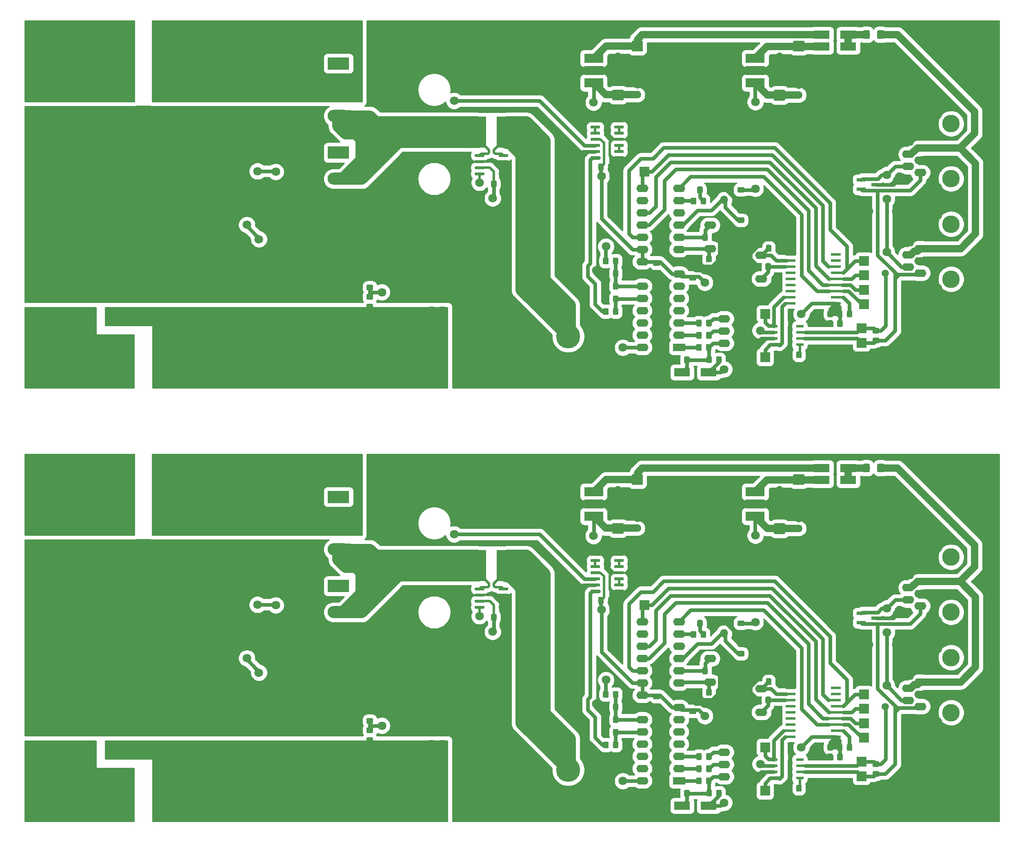
<source format=gbr>
G04 #@! TF.GenerationSoftware,KiCad,Pcbnew,5.1.4*
G04 #@! TF.CreationDate,2019-10-29T22:35:45-03:00*
G04 #@! TF.ProjectId,MCB19_panel,4d434231-395f-4706-916e-656c2e6b6963,rev?*
G04 #@! TF.SameCoordinates,Original*
G04 #@! TF.FileFunction,Copper,L2,Bot*
G04 #@! TF.FilePolarity,Positive*
%FSLAX46Y46*%
G04 Gerber Fmt 4.6, Leading zero omitted, Abs format (unit mm)*
G04 Created by KiCad (PCBNEW 5.1.4) date 2019-10-29 22:35:45*
%MOMM*%
%LPD*%
G04 APERTURE LIST*
%ADD10C,10.600000*%
%ADD11C,0.900000*%
%ADD12C,0.100000*%
%ADD13C,1.150000*%
%ADD14C,1.425000*%
%ADD15C,0.600000*%
%ADD16R,5.000000X10.000000*%
%ADD17R,2.000000X6.400000*%
%ADD18R,2.000000X2.000000*%
%ADD19R,1.550000X0.600000*%
%ADD20R,3.300000X1.700000*%
%ADD21O,2.500000X1.600000*%
%ADD22R,2.500000X1.600000*%
%ADD23C,2.500000*%
%ADD24C,3.650000*%
%ADD25R,1.900000X0.800000*%
%ADD26R,16.000000X10.000000*%
%ADD27R,4.000000X1.905000*%
%ADD28C,2.250000*%
%ADD29O,1.700000X1.700000*%
%ADD30R,1.700000X1.700000*%
%ADD31R,4.000000X4.000000*%
%ADD32C,4.000000*%
%ADD33R,2.400000X2.400000*%
%ADD34C,2.400000*%
%ADD35C,10.599999*%
%ADD36C,5.000000*%
%ADD37O,4.500000X2.500000*%
%ADD38R,4.500000X2.500000*%
%ADD39R,2.000000X0.600000*%
%ADD40C,1.800000*%
%ADD41C,1.500000*%
%ADD42C,0.762000*%
%ADD43C,0.508000*%
%ADD44C,1.524000*%
%ADD45C,0.250000*%
%ADD46C,2.540000*%
%ADD47C,0.254000*%
G04 APERTURE END LIST*
D10*
X54630000Y-142360000D03*
D11*
X54630000Y-138385000D03*
X57440749Y-139549251D03*
X58605000Y-142360000D03*
X57440749Y-145170749D03*
X54630000Y-146335000D03*
X51819251Y-145170749D03*
X50655000Y-142360000D03*
X51819251Y-139549251D03*
D10*
X54630000Y-161860000D03*
D11*
X54630000Y-165835000D03*
X51819251Y-164670749D03*
X50655000Y-161860000D03*
X51819251Y-159049251D03*
X54630000Y-157885000D03*
X57440749Y-159049251D03*
X58605000Y-161860000D03*
X57440749Y-164670749D03*
D12*
G36*
X169429505Y-162661204D02*
G01*
X169453773Y-162664804D01*
X169477572Y-162670765D01*
X169500671Y-162679030D01*
X169522850Y-162689520D01*
X169543893Y-162702132D01*
X169563599Y-162716747D01*
X169581777Y-162733223D01*
X169598253Y-162751401D01*
X169612868Y-162771107D01*
X169625480Y-162792150D01*
X169635970Y-162814329D01*
X169644235Y-162837428D01*
X169650196Y-162861227D01*
X169653796Y-162885495D01*
X169655000Y-162909999D01*
X169655000Y-163810001D01*
X169653796Y-163834505D01*
X169650196Y-163858773D01*
X169644235Y-163882572D01*
X169635970Y-163905671D01*
X169625480Y-163927850D01*
X169612868Y-163948893D01*
X169598253Y-163968599D01*
X169581777Y-163986777D01*
X169563599Y-164003253D01*
X169543893Y-164017868D01*
X169522850Y-164030480D01*
X169500671Y-164040970D01*
X169477572Y-164049235D01*
X169453773Y-164055196D01*
X169429505Y-164058796D01*
X169405001Y-164060000D01*
X168754999Y-164060000D01*
X168730495Y-164058796D01*
X168706227Y-164055196D01*
X168682428Y-164049235D01*
X168659329Y-164040970D01*
X168637150Y-164030480D01*
X168616107Y-164017868D01*
X168596401Y-164003253D01*
X168578223Y-163986777D01*
X168561747Y-163968599D01*
X168547132Y-163948893D01*
X168534520Y-163927850D01*
X168524030Y-163905671D01*
X168515765Y-163882572D01*
X168509804Y-163858773D01*
X168506204Y-163834505D01*
X168505000Y-163810001D01*
X168505000Y-162909999D01*
X168506204Y-162885495D01*
X168509804Y-162861227D01*
X168515765Y-162837428D01*
X168524030Y-162814329D01*
X168534520Y-162792150D01*
X168547132Y-162771107D01*
X168561747Y-162751401D01*
X168578223Y-162733223D01*
X168596401Y-162716747D01*
X168616107Y-162702132D01*
X168637150Y-162689520D01*
X168659329Y-162679030D01*
X168682428Y-162670765D01*
X168706227Y-162664804D01*
X168730495Y-162661204D01*
X168754999Y-162660000D01*
X169405001Y-162660000D01*
X169429505Y-162661204D01*
X169429505Y-162661204D01*
G37*
D13*
X169080000Y-163360000D03*
D12*
G36*
X171479505Y-162661204D02*
G01*
X171503773Y-162664804D01*
X171527572Y-162670765D01*
X171550671Y-162679030D01*
X171572850Y-162689520D01*
X171593893Y-162702132D01*
X171613599Y-162716747D01*
X171631777Y-162733223D01*
X171648253Y-162751401D01*
X171662868Y-162771107D01*
X171675480Y-162792150D01*
X171685970Y-162814329D01*
X171694235Y-162837428D01*
X171700196Y-162861227D01*
X171703796Y-162885495D01*
X171705000Y-162909999D01*
X171705000Y-163810001D01*
X171703796Y-163834505D01*
X171700196Y-163858773D01*
X171694235Y-163882572D01*
X171685970Y-163905671D01*
X171675480Y-163927850D01*
X171662868Y-163948893D01*
X171648253Y-163968599D01*
X171631777Y-163986777D01*
X171613599Y-164003253D01*
X171593893Y-164017868D01*
X171572850Y-164030480D01*
X171550671Y-164040970D01*
X171527572Y-164049235D01*
X171503773Y-164055196D01*
X171479505Y-164058796D01*
X171455001Y-164060000D01*
X170804999Y-164060000D01*
X170780495Y-164058796D01*
X170756227Y-164055196D01*
X170732428Y-164049235D01*
X170709329Y-164040970D01*
X170687150Y-164030480D01*
X170666107Y-164017868D01*
X170646401Y-164003253D01*
X170628223Y-163986777D01*
X170611747Y-163968599D01*
X170597132Y-163948893D01*
X170584520Y-163927850D01*
X170574030Y-163905671D01*
X170565765Y-163882572D01*
X170559804Y-163858773D01*
X170556204Y-163834505D01*
X170555000Y-163810001D01*
X170555000Y-162909999D01*
X170556204Y-162885495D01*
X170559804Y-162861227D01*
X170565765Y-162837428D01*
X170574030Y-162814329D01*
X170584520Y-162792150D01*
X170597132Y-162771107D01*
X170611747Y-162751401D01*
X170628223Y-162733223D01*
X170646401Y-162716747D01*
X170666107Y-162702132D01*
X170687150Y-162689520D01*
X170709329Y-162679030D01*
X170732428Y-162670765D01*
X170756227Y-162664804D01*
X170780495Y-162661204D01*
X170804999Y-162660000D01*
X171455001Y-162660000D01*
X171479505Y-162661204D01*
X171479505Y-162661204D01*
G37*
D13*
X171130000Y-163360000D03*
D12*
G36*
X109589504Y-128501204D02*
G01*
X109613773Y-128504804D01*
X109637571Y-128510765D01*
X109660671Y-128519030D01*
X109682849Y-128529520D01*
X109703893Y-128542133D01*
X109723598Y-128556747D01*
X109741777Y-128573223D01*
X109758253Y-128591402D01*
X109772867Y-128611107D01*
X109785480Y-128632151D01*
X109795970Y-128654329D01*
X109804235Y-128677429D01*
X109810196Y-128701227D01*
X109813796Y-128725496D01*
X109815000Y-128750000D01*
X109815000Y-129675000D01*
X109813796Y-129699504D01*
X109810196Y-129723773D01*
X109804235Y-129747571D01*
X109795970Y-129770671D01*
X109785480Y-129792849D01*
X109772867Y-129813893D01*
X109758253Y-129833598D01*
X109741777Y-129851777D01*
X109723598Y-129868253D01*
X109703893Y-129882867D01*
X109682849Y-129895480D01*
X109660671Y-129905970D01*
X109637571Y-129914235D01*
X109613773Y-129920196D01*
X109589504Y-129923796D01*
X109565000Y-129925000D01*
X108315000Y-129925000D01*
X108290496Y-129923796D01*
X108266227Y-129920196D01*
X108242429Y-129914235D01*
X108219329Y-129905970D01*
X108197151Y-129895480D01*
X108176107Y-129882867D01*
X108156402Y-129868253D01*
X108138223Y-129851777D01*
X108121747Y-129833598D01*
X108107133Y-129813893D01*
X108094520Y-129792849D01*
X108084030Y-129770671D01*
X108075765Y-129747571D01*
X108069804Y-129723773D01*
X108066204Y-129699504D01*
X108065000Y-129675000D01*
X108065000Y-128750000D01*
X108066204Y-128725496D01*
X108069804Y-128701227D01*
X108075765Y-128677429D01*
X108084030Y-128654329D01*
X108094520Y-128632151D01*
X108107133Y-128611107D01*
X108121747Y-128591402D01*
X108138223Y-128573223D01*
X108156402Y-128556747D01*
X108176107Y-128542133D01*
X108197151Y-128529520D01*
X108219329Y-128519030D01*
X108242429Y-128510765D01*
X108266227Y-128504804D01*
X108290496Y-128501204D01*
X108315000Y-128500000D01*
X109565000Y-128500000D01*
X109589504Y-128501204D01*
X109589504Y-128501204D01*
G37*
D14*
X108940000Y-129212500D03*
D12*
G36*
X109589504Y-131476204D02*
G01*
X109613773Y-131479804D01*
X109637571Y-131485765D01*
X109660671Y-131494030D01*
X109682849Y-131504520D01*
X109703893Y-131517133D01*
X109723598Y-131531747D01*
X109741777Y-131548223D01*
X109758253Y-131566402D01*
X109772867Y-131586107D01*
X109785480Y-131607151D01*
X109795970Y-131629329D01*
X109804235Y-131652429D01*
X109810196Y-131676227D01*
X109813796Y-131700496D01*
X109815000Y-131725000D01*
X109815000Y-132650000D01*
X109813796Y-132674504D01*
X109810196Y-132698773D01*
X109804235Y-132722571D01*
X109795970Y-132745671D01*
X109785480Y-132767849D01*
X109772867Y-132788893D01*
X109758253Y-132808598D01*
X109741777Y-132826777D01*
X109723598Y-132843253D01*
X109703893Y-132857867D01*
X109682849Y-132870480D01*
X109660671Y-132880970D01*
X109637571Y-132889235D01*
X109613773Y-132895196D01*
X109589504Y-132898796D01*
X109565000Y-132900000D01*
X108315000Y-132900000D01*
X108290496Y-132898796D01*
X108266227Y-132895196D01*
X108242429Y-132889235D01*
X108219329Y-132880970D01*
X108197151Y-132870480D01*
X108176107Y-132857867D01*
X108156402Y-132843253D01*
X108138223Y-132826777D01*
X108121747Y-132808598D01*
X108107133Y-132788893D01*
X108094520Y-132767849D01*
X108084030Y-132745671D01*
X108075765Y-132722571D01*
X108069804Y-132698773D01*
X108066204Y-132674504D01*
X108065000Y-132650000D01*
X108065000Y-131725000D01*
X108066204Y-131700496D01*
X108069804Y-131676227D01*
X108075765Y-131652429D01*
X108084030Y-131629329D01*
X108094520Y-131607151D01*
X108107133Y-131586107D01*
X108121747Y-131566402D01*
X108138223Y-131548223D01*
X108156402Y-131531747D01*
X108176107Y-131517133D01*
X108197151Y-131504520D01*
X108219329Y-131494030D01*
X108242429Y-131485765D01*
X108266227Y-131479804D01*
X108290496Y-131476204D01*
X108315000Y-131475000D01*
X109565000Y-131475000D01*
X109589504Y-131476204D01*
X109589504Y-131476204D01*
G37*
D14*
X108940000Y-132187500D03*
D12*
G36*
X148694703Y-141155722D02*
G01*
X148709264Y-141157882D01*
X148723543Y-141161459D01*
X148737403Y-141166418D01*
X148750710Y-141172712D01*
X148763336Y-141180280D01*
X148775159Y-141189048D01*
X148786066Y-141198934D01*
X148795952Y-141209841D01*
X148804720Y-141221664D01*
X148812288Y-141234290D01*
X148818582Y-141247597D01*
X148823541Y-141261457D01*
X148827118Y-141275736D01*
X148829278Y-141290297D01*
X148830000Y-141305000D01*
X148830000Y-141605000D01*
X148829278Y-141619703D01*
X148827118Y-141634264D01*
X148823541Y-141648543D01*
X148818582Y-141662403D01*
X148812288Y-141675710D01*
X148804720Y-141688336D01*
X148795952Y-141700159D01*
X148786066Y-141711066D01*
X148775159Y-141720952D01*
X148763336Y-141729720D01*
X148750710Y-141737288D01*
X148737403Y-141743582D01*
X148723543Y-141748541D01*
X148709264Y-141752118D01*
X148694703Y-141754278D01*
X148680000Y-141755000D01*
X147030000Y-141755000D01*
X147015297Y-141754278D01*
X147000736Y-141752118D01*
X146986457Y-141748541D01*
X146972597Y-141743582D01*
X146959290Y-141737288D01*
X146946664Y-141729720D01*
X146934841Y-141720952D01*
X146923934Y-141711066D01*
X146914048Y-141700159D01*
X146905280Y-141688336D01*
X146897712Y-141675710D01*
X146891418Y-141662403D01*
X146886459Y-141648543D01*
X146882882Y-141634264D01*
X146880722Y-141619703D01*
X146880000Y-141605000D01*
X146880000Y-141305000D01*
X146880722Y-141290297D01*
X146882882Y-141275736D01*
X146886459Y-141261457D01*
X146891418Y-141247597D01*
X146897712Y-141234290D01*
X146905280Y-141221664D01*
X146914048Y-141209841D01*
X146923934Y-141198934D01*
X146934841Y-141189048D01*
X146946664Y-141180280D01*
X146959290Y-141172712D01*
X146972597Y-141166418D01*
X146986457Y-141161459D01*
X147000736Y-141157882D01*
X147015297Y-141155722D01*
X147030000Y-141155000D01*
X148680000Y-141155000D01*
X148694703Y-141155722D01*
X148694703Y-141155722D01*
G37*
D15*
X147855000Y-141455000D03*
D12*
G36*
X148694703Y-142425722D02*
G01*
X148709264Y-142427882D01*
X148723543Y-142431459D01*
X148737403Y-142436418D01*
X148750710Y-142442712D01*
X148763336Y-142450280D01*
X148775159Y-142459048D01*
X148786066Y-142468934D01*
X148795952Y-142479841D01*
X148804720Y-142491664D01*
X148812288Y-142504290D01*
X148818582Y-142517597D01*
X148823541Y-142531457D01*
X148827118Y-142545736D01*
X148829278Y-142560297D01*
X148830000Y-142575000D01*
X148830000Y-142875000D01*
X148829278Y-142889703D01*
X148827118Y-142904264D01*
X148823541Y-142918543D01*
X148818582Y-142932403D01*
X148812288Y-142945710D01*
X148804720Y-142958336D01*
X148795952Y-142970159D01*
X148786066Y-142981066D01*
X148775159Y-142990952D01*
X148763336Y-142999720D01*
X148750710Y-143007288D01*
X148737403Y-143013582D01*
X148723543Y-143018541D01*
X148709264Y-143022118D01*
X148694703Y-143024278D01*
X148680000Y-143025000D01*
X147030000Y-143025000D01*
X147015297Y-143024278D01*
X147000736Y-143022118D01*
X146986457Y-143018541D01*
X146972597Y-143013582D01*
X146959290Y-143007288D01*
X146946664Y-142999720D01*
X146934841Y-142990952D01*
X146923934Y-142981066D01*
X146914048Y-142970159D01*
X146905280Y-142958336D01*
X146897712Y-142945710D01*
X146891418Y-142932403D01*
X146886459Y-142918543D01*
X146882882Y-142904264D01*
X146880722Y-142889703D01*
X146880000Y-142875000D01*
X146880000Y-142575000D01*
X146880722Y-142560297D01*
X146882882Y-142545736D01*
X146886459Y-142531457D01*
X146891418Y-142517597D01*
X146897712Y-142504290D01*
X146905280Y-142491664D01*
X146914048Y-142479841D01*
X146923934Y-142468934D01*
X146934841Y-142459048D01*
X146946664Y-142450280D01*
X146959290Y-142442712D01*
X146972597Y-142436418D01*
X146986457Y-142431459D01*
X147000736Y-142427882D01*
X147015297Y-142425722D01*
X147030000Y-142425000D01*
X148680000Y-142425000D01*
X148694703Y-142425722D01*
X148694703Y-142425722D01*
G37*
D15*
X147855000Y-142725000D03*
D12*
G36*
X148694703Y-143695722D02*
G01*
X148709264Y-143697882D01*
X148723543Y-143701459D01*
X148737403Y-143706418D01*
X148750710Y-143712712D01*
X148763336Y-143720280D01*
X148775159Y-143729048D01*
X148786066Y-143738934D01*
X148795952Y-143749841D01*
X148804720Y-143761664D01*
X148812288Y-143774290D01*
X148818582Y-143787597D01*
X148823541Y-143801457D01*
X148827118Y-143815736D01*
X148829278Y-143830297D01*
X148830000Y-143845000D01*
X148830000Y-144145000D01*
X148829278Y-144159703D01*
X148827118Y-144174264D01*
X148823541Y-144188543D01*
X148818582Y-144202403D01*
X148812288Y-144215710D01*
X148804720Y-144228336D01*
X148795952Y-144240159D01*
X148786066Y-144251066D01*
X148775159Y-144260952D01*
X148763336Y-144269720D01*
X148750710Y-144277288D01*
X148737403Y-144283582D01*
X148723543Y-144288541D01*
X148709264Y-144292118D01*
X148694703Y-144294278D01*
X148680000Y-144295000D01*
X147030000Y-144295000D01*
X147015297Y-144294278D01*
X147000736Y-144292118D01*
X146986457Y-144288541D01*
X146972597Y-144283582D01*
X146959290Y-144277288D01*
X146946664Y-144269720D01*
X146934841Y-144260952D01*
X146923934Y-144251066D01*
X146914048Y-144240159D01*
X146905280Y-144228336D01*
X146897712Y-144215710D01*
X146891418Y-144202403D01*
X146886459Y-144188543D01*
X146882882Y-144174264D01*
X146880722Y-144159703D01*
X146880000Y-144145000D01*
X146880000Y-143845000D01*
X146880722Y-143830297D01*
X146882882Y-143815736D01*
X146886459Y-143801457D01*
X146891418Y-143787597D01*
X146897712Y-143774290D01*
X146905280Y-143761664D01*
X146914048Y-143749841D01*
X146923934Y-143738934D01*
X146934841Y-143729048D01*
X146946664Y-143720280D01*
X146959290Y-143712712D01*
X146972597Y-143706418D01*
X146986457Y-143701459D01*
X147000736Y-143697882D01*
X147015297Y-143695722D01*
X147030000Y-143695000D01*
X148680000Y-143695000D01*
X148694703Y-143695722D01*
X148694703Y-143695722D01*
G37*
D15*
X147855000Y-143995000D03*
D12*
G36*
X148694703Y-144965722D02*
G01*
X148709264Y-144967882D01*
X148723543Y-144971459D01*
X148737403Y-144976418D01*
X148750710Y-144982712D01*
X148763336Y-144990280D01*
X148775159Y-144999048D01*
X148786066Y-145008934D01*
X148795952Y-145019841D01*
X148804720Y-145031664D01*
X148812288Y-145044290D01*
X148818582Y-145057597D01*
X148823541Y-145071457D01*
X148827118Y-145085736D01*
X148829278Y-145100297D01*
X148830000Y-145115000D01*
X148830000Y-145415000D01*
X148829278Y-145429703D01*
X148827118Y-145444264D01*
X148823541Y-145458543D01*
X148818582Y-145472403D01*
X148812288Y-145485710D01*
X148804720Y-145498336D01*
X148795952Y-145510159D01*
X148786066Y-145521066D01*
X148775159Y-145530952D01*
X148763336Y-145539720D01*
X148750710Y-145547288D01*
X148737403Y-145553582D01*
X148723543Y-145558541D01*
X148709264Y-145562118D01*
X148694703Y-145564278D01*
X148680000Y-145565000D01*
X147030000Y-145565000D01*
X147015297Y-145564278D01*
X147000736Y-145562118D01*
X146986457Y-145558541D01*
X146972597Y-145553582D01*
X146959290Y-145547288D01*
X146946664Y-145539720D01*
X146934841Y-145530952D01*
X146923934Y-145521066D01*
X146914048Y-145510159D01*
X146905280Y-145498336D01*
X146897712Y-145485710D01*
X146891418Y-145472403D01*
X146886459Y-145458543D01*
X146882882Y-145444264D01*
X146880722Y-145429703D01*
X146880000Y-145415000D01*
X146880000Y-145115000D01*
X146880722Y-145100297D01*
X146882882Y-145085736D01*
X146886459Y-145071457D01*
X146891418Y-145057597D01*
X146897712Y-145044290D01*
X146905280Y-145031664D01*
X146914048Y-145019841D01*
X146923934Y-145008934D01*
X146934841Y-144999048D01*
X146946664Y-144990280D01*
X146959290Y-144982712D01*
X146972597Y-144976418D01*
X146986457Y-144971459D01*
X147000736Y-144967882D01*
X147015297Y-144965722D01*
X147030000Y-144965000D01*
X148680000Y-144965000D01*
X148694703Y-144965722D01*
X148694703Y-144965722D01*
G37*
D15*
X147855000Y-145265000D03*
D12*
G36*
X143744703Y-144965722D02*
G01*
X143759264Y-144967882D01*
X143773543Y-144971459D01*
X143787403Y-144976418D01*
X143800710Y-144982712D01*
X143813336Y-144990280D01*
X143825159Y-144999048D01*
X143836066Y-145008934D01*
X143845952Y-145019841D01*
X143854720Y-145031664D01*
X143862288Y-145044290D01*
X143868582Y-145057597D01*
X143873541Y-145071457D01*
X143877118Y-145085736D01*
X143879278Y-145100297D01*
X143880000Y-145115000D01*
X143880000Y-145415000D01*
X143879278Y-145429703D01*
X143877118Y-145444264D01*
X143873541Y-145458543D01*
X143868582Y-145472403D01*
X143862288Y-145485710D01*
X143854720Y-145498336D01*
X143845952Y-145510159D01*
X143836066Y-145521066D01*
X143825159Y-145530952D01*
X143813336Y-145539720D01*
X143800710Y-145547288D01*
X143787403Y-145553582D01*
X143773543Y-145558541D01*
X143759264Y-145562118D01*
X143744703Y-145564278D01*
X143730000Y-145565000D01*
X142080000Y-145565000D01*
X142065297Y-145564278D01*
X142050736Y-145562118D01*
X142036457Y-145558541D01*
X142022597Y-145553582D01*
X142009290Y-145547288D01*
X141996664Y-145539720D01*
X141984841Y-145530952D01*
X141973934Y-145521066D01*
X141964048Y-145510159D01*
X141955280Y-145498336D01*
X141947712Y-145485710D01*
X141941418Y-145472403D01*
X141936459Y-145458543D01*
X141932882Y-145444264D01*
X141930722Y-145429703D01*
X141930000Y-145415000D01*
X141930000Y-145115000D01*
X141930722Y-145100297D01*
X141932882Y-145085736D01*
X141936459Y-145071457D01*
X141941418Y-145057597D01*
X141947712Y-145044290D01*
X141955280Y-145031664D01*
X141964048Y-145019841D01*
X141973934Y-145008934D01*
X141984841Y-144999048D01*
X141996664Y-144990280D01*
X142009290Y-144982712D01*
X142022597Y-144976418D01*
X142036457Y-144971459D01*
X142050736Y-144967882D01*
X142065297Y-144965722D01*
X142080000Y-144965000D01*
X143730000Y-144965000D01*
X143744703Y-144965722D01*
X143744703Y-144965722D01*
G37*
D15*
X142905000Y-145265000D03*
D12*
G36*
X143744703Y-143695722D02*
G01*
X143759264Y-143697882D01*
X143773543Y-143701459D01*
X143787403Y-143706418D01*
X143800710Y-143712712D01*
X143813336Y-143720280D01*
X143825159Y-143729048D01*
X143836066Y-143738934D01*
X143845952Y-143749841D01*
X143854720Y-143761664D01*
X143862288Y-143774290D01*
X143868582Y-143787597D01*
X143873541Y-143801457D01*
X143877118Y-143815736D01*
X143879278Y-143830297D01*
X143880000Y-143845000D01*
X143880000Y-144145000D01*
X143879278Y-144159703D01*
X143877118Y-144174264D01*
X143873541Y-144188543D01*
X143868582Y-144202403D01*
X143862288Y-144215710D01*
X143854720Y-144228336D01*
X143845952Y-144240159D01*
X143836066Y-144251066D01*
X143825159Y-144260952D01*
X143813336Y-144269720D01*
X143800710Y-144277288D01*
X143787403Y-144283582D01*
X143773543Y-144288541D01*
X143759264Y-144292118D01*
X143744703Y-144294278D01*
X143730000Y-144295000D01*
X142080000Y-144295000D01*
X142065297Y-144294278D01*
X142050736Y-144292118D01*
X142036457Y-144288541D01*
X142022597Y-144283582D01*
X142009290Y-144277288D01*
X141996664Y-144269720D01*
X141984841Y-144260952D01*
X141973934Y-144251066D01*
X141964048Y-144240159D01*
X141955280Y-144228336D01*
X141947712Y-144215710D01*
X141941418Y-144202403D01*
X141936459Y-144188543D01*
X141932882Y-144174264D01*
X141930722Y-144159703D01*
X141930000Y-144145000D01*
X141930000Y-143845000D01*
X141930722Y-143830297D01*
X141932882Y-143815736D01*
X141936459Y-143801457D01*
X141941418Y-143787597D01*
X141947712Y-143774290D01*
X141955280Y-143761664D01*
X141964048Y-143749841D01*
X141973934Y-143738934D01*
X141984841Y-143729048D01*
X141996664Y-143720280D01*
X142009290Y-143712712D01*
X142022597Y-143706418D01*
X142036457Y-143701459D01*
X142050736Y-143697882D01*
X142065297Y-143695722D01*
X142080000Y-143695000D01*
X143730000Y-143695000D01*
X143744703Y-143695722D01*
X143744703Y-143695722D01*
G37*
D15*
X142905000Y-143995000D03*
D12*
G36*
X143744703Y-142425722D02*
G01*
X143759264Y-142427882D01*
X143773543Y-142431459D01*
X143787403Y-142436418D01*
X143800710Y-142442712D01*
X143813336Y-142450280D01*
X143825159Y-142459048D01*
X143836066Y-142468934D01*
X143845952Y-142479841D01*
X143854720Y-142491664D01*
X143862288Y-142504290D01*
X143868582Y-142517597D01*
X143873541Y-142531457D01*
X143877118Y-142545736D01*
X143879278Y-142560297D01*
X143880000Y-142575000D01*
X143880000Y-142875000D01*
X143879278Y-142889703D01*
X143877118Y-142904264D01*
X143873541Y-142918543D01*
X143868582Y-142932403D01*
X143862288Y-142945710D01*
X143854720Y-142958336D01*
X143845952Y-142970159D01*
X143836066Y-142981066D01*
X143825159Y-142990952D01*
X143813336Y-142999720D01*
X143800710Y-143007288D01*
X143787403Y-143013582D01*
X143773543Y-143018541D01*
X143759264Y-143022118D01*
X143744703Y-143024278D01*
X143730000Y-143025000D01*
X142080000Y-143025000D01*
X142065297Y-143024278D01*
X142050736Y-143022118D01*
X142036457Y-143018541D01*
X142022597Y-143013582D01*
X142009290Y-143007288D01*
X141996664Y-142999720D01*
X141984841Y-142990952D01*
X141973934Y-142981066D01*
X141964048Y-142970159D01*
X141955280Y-142958336D01*
X141947712Y-142945710D01*
X141941418Y-142932403D01*
X141936459Y-142918543D01*
X141932882Y-142904264D01*
X141930722Y-142889703D01*
X141930000Y-142875000D01*
X141930000Y-142575000D01*
X141930722Y-142560297D01*
X141932882Y-142545736D01*
X141936459Y-142531457D01*
X141941418Y-142517597D01*
X141947712Y-142504290D01*
X141955280Y-142491664D01*
X141964048Y-142479841D01*
X141973934Y-142468934D01*
X141984841Y-142459048D01*
X141996664Y-142450280D01*
X142009290Y-142442712D01*
X142022597Y-142436418D01*
X142036457Y-142431459D01*
X142050736Y-142427882D01*
X142065297Y-142425722D01*
X142080000Y-142425000D01*
X143730000Y-142425000D01*
X143744703Y-142425722D01*
X143744703Y-142425722D01*
G37*
D15*
X142905000Y-142725000D03*
D12*
G36*
X143744703Y-141155722D02*
G01*
X143759264Y-141157882D01*
X143773543Y-141161459D01*
X143787403Y-141166418D01*
X143800710Y-141172712D01*
X143813336Y-141180280D01*
X143825159Y-141189048D01*
X143836066Y-141198934D01*
X143845952Y-141209841D01*
X143854720Y-141221664D01*
X143862288Y-141234290D01*
X143868582Y-141247597D01*
X143873541Y-141261457D01*
X143877118Y-141275736D01*
X143879278Y-141290297D01*
X143880000Y-141305000D01*
X143880000Y-141605000D01*
X143879278Y-141619703D01*
X143877118Y-141634264D01*
X143873541Y-141648543D01*
X143868582Y-141662403D01*
X143862288Y-141675710D01*
X143854720Y-141688336D01*
X143845952Y-141700159D01*
X143836066Y-141711066D01*
X143825159Y-141720952D01*
X143813336Y-141729720D01*
X143800710Y-141737288D01*
X143787403Y-141743582D01*
X143773543Y-141748541D01*
X143759264Y-141752118D01*
X143744703Y-141754278D01*
X143730000Y-141755000D01*
X142080000Y-141755000D01*
X142065297Y-141754278D01*
X142050736Y-141752118D01*
X142036457Y-141748541D01*
X142022597Y-141743582D01*
X142009290Y-141737288D01*
X141996664Y-141729720D01*
X141984841Y-141720952D01*
X141973934Y-141711066D01*
X141964048Y-141700159D01*
X141955280Y-141688336D01*
X141947712Y-141675710D01*
X141941418Y-141662403D01*
X141936459Y-141648543D01*
X141932882Y-141634264D01*
X141930722Y-141619703D01*
X141930000Y-141605000D01*
X141930000Y-141305000D01*
X141930722Y-141290297D01*
X141932882Y-141275736D01*
X141936459Y-141261457D01*
X141941418Y-141247597D01*
X141947712Y-141234290D01*
X141955280Y-141221664D01*
X141964048Y-141209841D01*
X141973934Y-141198934D01*
X141984841Y-141189048D01*
X141996664Y-141180280D01*
X142009290Y-141172712D01*
X142022597Y-141166418D01*
X142036457Y-141161459D01*
X142050736Y-141157882D01*
X142065297Y-141155722D01*
X142080000Y-141155000D01*
X143730000Y-141155000D01*
X143744703Y-141155722D01*
X143744703Y-141155722D01*
G37*
D15*
X142905000Y-141455000D03*
D12*
G36*
X169429505Y-167911204D02*
G01*
X169453773Y-167914804D01*
X169477572Y-167920765D01*
X169500671Y-167929030D01*
X169522850Y-167939520D01*
X169543893Y-167952132D01*
X169563599Y-167966747D01*
X169581777Y-167983223D01*
X169598253Y-168001401D01*
X169612868Y-168021107D01*
X169625480Y-168042150D01*
X169635970Y-168064329D01*
X169644235Y-168087428D01*
X169650196Y-168111227D01*
X169653796Y-168135495D01*
X169655000Y-168159999D01*
X169655000Y-169060001D01*
X169653796Y-169084505D01*
X169650196Y-169108773D01*
X169644235Y-169132572D01*
X169635970Y-169155671D01*
X169625480Y-169177850D01*
X169612868Y-169198893D01*
X169598253Y-169218599D01*
X169581777Y-169236777D01*
X169563599Y-169253253D01*
X169543893Y-169267868D01*
X169522850Y-169280480D01*
X169500671Y-169290970D01*
X169477572Y-169299235D01*
X169453773Y-169305196D01*
X169429505Y-169308796D01*
X169405001Y-169310000D01*
X168754999Y-169310000D01*
X168730495Y-169308796D01*
X168706227Y-169305196D01*
X168682428Y-169299235D01*
X168659329Y-169290970D01*
X168637150Y-169280480D01*
X168616107Y-169267868D01*
X168596401Y-169253253D01*
X168578223Y-169236777D01*
X168561747Y-169218599D01*
X168547132Y-169198893D01*
X168534520Y-169177850D01*
X168524030Y-169155671D01*
X168515765Y-169132572D01*
X168509804Y-169108773D01*
X168506204Y-169084505D01*
X168505000Y-169060001D01*
X168505000Y-168159999D01*
X168506204Y-168135495D01*
X168509804Y-168111227D01*
X168515765Y-168087428D01*
X168524030Y-168064329D01*
X168534520Y-168042150D01*
X168547132Y-168021107D01*
X168561747Y-168001401D01*
X168578223Y-167983223D01*
X168596401Y-167966747D01*
X168616107Y-167952132D01*
X168637150Y-167939520D01*
X168659329Y-167929030D01*
X168682428Y-167920765D01*
X168706227Y-167914804D01*
X168730495Y-167911204D01*
X168754999Y-167910000D01*
X169405001Y-167910000D01*
X169429505Y-167911204D01*
X169429505Y-167911204D01*
G37*
D13*
X169080000Y-168610000D03*
D12*
G36*
X171479505Y-167911204D02*
G01*
X171503773Y-167914804D01*
X171527572Y-167920765D01*
X171550671Y-167929030D01*
X171572850Y-167939520D01*
X171593893Y-167952132D01*
X171613599Y-167966747D01*
X171631777Y-167983223D01*
X171648253Y-168001401D01*
X171662868Y-168021107D01*
X171675480Y-168042150D01*
X171685970Y-168064329D01*
X171694235Y-168087428D01*
X171700196Y-168111227D01*
X171703796Y-168135495D01*
X171705000Y-168159999D01*
X171705000Y-169060001D01*
X171703796Y-169084505D01*
X171700196Y-169108773D01*
X171694235Y-169132572D01*
X171685970Y-169155671D01*
X171675480Y-169177850D01*
X171662868Y-169198893D01*
X171648253Y-169218599D01*
X171631777Y-169236777D01*
X171613599Y-169253253D01*
X171593893Y-169267868D01*
X171572850Y-169280480D01*
X171550671Y-169290970D01*
X171527572Y-169299235D01*
X171503773Y-169305196D01*
X171479505Y-169308796D01*
X171455001Y-169310000D01*
X170804999Y-169310000D01*
X170780495Y-169308796D01*
X170756227Y-169305196D01*
X170732428Y-169299235D01*
X170709329Y-169290970D01*
X170687150Y-169280480D01*
X170666107Y-169267868D01*
X170646401Y-169253253D01*
X170628223Y-169236777D01*
X170611747Y-169218599D01*
X170597132Y-169198893D01*
X170584520Y-169177850D01*
X170574030Y-169155671D01*
X170565765Y-169132572D01*
X170559804Y-169108773D01*
X170556204Y-169084505D01*
X170555000Y-169060001D01*
X170555000Y-168159999D01*
X170556204Y-168135495D01*
X170559804Y-168111227D01*
X170565765Y-168087428D01*
X170574030Y-168064329D01*
X170584520Y-168042150D01*
X170597132Y-168021107D01*
X170611747Y-168001401D01*
X170628223Y-167983223D01*
X170646401Y-167966747D01*
X170666107Y-167952132D01*
X170687150Y-167939520D01*
X170709329Y-167929030D01*
X170732428Y-167920765D01*
X170756227Y-167914804D01*
X170780495Y-167911204D01*
X170804999Y-167910000D01*
X171455001Y-167910000D01*
X171479505Y-167911204D01*
X171479505Y-167911204D01*
G37*
D13*
X171130000Y-168610000D03*
D12*
G36*
X106719504Y-128501204D02*
G01*
X106743773Y-128504804D01*
X106767571Y-128510765D01*
X106790671Y-128519030D01*
X106812849Y-128529520D01*
X106833893Y-128542133D01*
X106853598Y-128556747D01*
X106871777Y-128573223D01*
X106888253Y-128591402D01*
X106902867Y-128611107D01*
X106915480Y-128632151D01*
X106925970Y-128654329D01*
X106934235Y-128677429D01*
X106940196Y-128701227D01*
X106943796Y-128725496D01*
X106945000Y-128750000D01*
X106945000Y-129675000D01*
X106943796Y-129699504D01*
X106940196Y-129723773D01*
X106934235Y-129747571D01*
X106925970Y-129770671D01*
X106915480Y-129792849D01*
X106902867Y-129813893D01*
X106888253Y-129833598D01*
X106871777Y-129851777D01*
X106853598Y-129868253D01*
X106833893Y-129882867D01*
X106812849Y-129895480D01*
X106790671Y-129905970D01*
X106767571Y-129914235D01*
X106743773Y-129920196D01*
X106719504Y-129923796D01*
X106695000Y-129925000D01*
X105445000Y-129925000D01*
X105420496Y-129923796D01*
X105396227Y-129920196D01*
X105372429Y-129914235D01*
X105349329Y-129905970D01*
X105327151Y-129895480D01*
X105306107Y-129882867D01*
X105286402Y-129868253D01*
X105268223Y-129851777D01*
X105251747Y-129833598D01*
X105237133Y-129813893D01*
X105224520Y-129792849D01*
X105214030Y-129770671D01*
X105205765Y-129747571D01*
X105199804Y-129723773D01*
X105196204Y-129699504D01*
X105195000Y-129675000D01*
X105195000Y-128750000D01*
X105196204Y-128725496D01*
X105199804Y-128701227D01*
X105205765Y-128677429D01*
X105214030Y-128654329D01*
X105224520Y-128632151D01*
X105237133Y-128611107D01*
X105251747Y-128591402D01*
X105268223Y-128573223D01*
X105286402Y-128556747D01*
X105306107Y-128542133D01*
X105327151Y-128529520D01*
X105349329Y-128519030D01*
X105372429Y-128510765D01*
X105396227Y-128504804D01*
X105420496Y-128501204D01*
X105445000Y-128500000D01*
X106695000Y-128500000D01*
X106719504Y-128501204D01*
X106719504Y-128501204D01*
G37*
D14*
X106070000Y-129212500D03*
D12*
G36*
X106719504Y-131476204D02*
G01*
X106743773Y-131479804D01*
X106767571Y-131485765D01*
X106790671Y-131494030D01*
X106812849Y-131504520D01*
X106833893Y-131517133D01*
X106853598Y-131531747D01*
X106871777Y-131548223D01*
X106888253Y-131566402D01*
X106902867Y-131586107D01*
X106915480Y-131607151D01*
X106925970Y-131629329D01*
X106934235Y-131652429D01*
X106940196Y-131676227D01*
X106943796Y-131700496D01*
X106945000Y-131725000D01*
X106945000Y-132650000D01*
X106943796Y-132674504D01*
X106940196Y-132698773D01*
X106934235Y-132722571D01*
X106925970Y-132745671D01*
X106915480Y-132767849D01*
X106902867Y-132788893D01*
X106888253Y-132808598D01*
X106871777Y-132826777D01*
X106853598Y-132843253D01*
X106833893Y-132857867D01*
X106812849Y-132870480D01*
X106790671Y-132880970D01*
X106767571Y-132889235D01*
X106743773Y-132895196D01*
X106719504Y-132898796D01*
X106695000Y-132900000D01*
X105445000Y-132900000D01*
X105420496Y-132898796D01*
X105396227Y-132895196D01*
X105372429Y-132889235D01*
X105349329Y-132880970D01*
X105327151Y-132870480D01*
X105306107Y-132857867D01*
X105286402Y-132843253D01*
X105268223Y-132826777D01*
X105251747Y-132808598D01*
X105237133Y-132788893D01*
X105224520Y-132767849D01*
X105214030Y-132745671D01*
X105205765Y-132722571D01*
X105199804Y-132698773D01*
X105196204Y-132674504D01*
X105195000Y-132650000D01*
X105195000Y-131725000D01*
X105196204Y-131700496D01*
X105199804Y-131676227D01*
X105205765Y-131652429D01*
X105214030Y-131629329D01*
X105224520Y-131607151D01*
X105237133Y-131586107D01*
X105251747Y-131566402D01*
X105268223Y-131548223D01*
X105286402Y-131531747D01*
X105306107Y-131517133D01*
X105327151Y-131504520D01*
X105349329Y-131494030D01*
X105372429Y-131485765D01*
X105396227Y-131479804D01*
X105420496Y-131476204D01*
X105445000Y-131475000D01*
X106695000Y-131475000D01*
X106719504Y-131476204D01*
X106719504Y-131476204D01*
G37*
D14*
X106070000Y-132187500D03*
D16*
X64440000Y-184360000D03*
X87040000Y-184360000D03*
D17*
X143280000Y-136610000D03*
X147480000Y-136610000D03*
D12*
G36*
X101614505Y-129151204D02*
G01*
X101638773Y-129154804D01*
X101662572Y-129160765D01*
X101685671Y-129169030D01*
X101707850Y-129179520D01*
X101728893Y-129192132D01*
X101748599Y-129206747D01*
X101766777Y-129223223D01*
X101783253Y-129241401D01*
X101797868Y-129261107D01*
X101810480Y-129282150D01*
X101820970Y-129304329D01*
X101829235Y-129327428D01*
X101835196Y-129351227D01*
X101838796Y-129375495D01*
X101840000Y-129399999D01*
X101840000Y-130050001D01*
X101838796Y-130074505D01*
X101835196Y-130098773D01*
X101829235Y-130122572D01*
X101820970Y-130145671D01*
X101810480Y-130167850D01*
X101797868Y-130188893D01*
X101783253Y-130208599D01*
X101766777Y-130226777D01*
X101748599Y-130243253D01*
X101728893Y-130257868D01*
X101707850Y-130270480D01*
X101685671Y-130280970D01*
X101662572Y-130289235D01*
X101638773Y-130295196D01*
X101614505Y-130298796D01*
X101590001Y-130300000D01*
X100689999Y-130300000D01*
X100665495Y-130298796D01*
X100641227Y-130295196D01*
X100617428Y-130289235D01*
X100594329Y-130280970D01*
X100572150Y-130270480D01*
X100551107Y-130257868D01*
X100531401Y-130243253D01*
X100513223Y-130226777D01*
X100496747Y-130208599D01*
X100482132Y-130188893D01*
X100469520Y-130167850D01*
X100459030Y-130145671D01*
X100450765Y-130122572D01*
X100444804Y-130098773D01*
X100441204Y-130074505D01*
X100440000Y-130050001D01*
X100440000Y-129399999D01*
X100441204Y-129375495D01*
X100444804Y-129351227D01*
X100450765Y-129327428D01*
X100459030Y-129304329D01*
X100469520Y-129282150D01*
X100482132Y-129261107D01*
X100496747Y-129241401D01*
X100513223Y-129223223D01*
X100531401Y-129206747D01*
X100551107Y-129192132D01*
X100572150Y-129179520D01*
X100594329Y-129169030D01*
X100617428Y-129160765D01*
X100641227Y-129154804D01*
X100665495Y-129151204D01*
X100689999Y-129150000D01*
X101590001Y-129150000D01*
X101614505Y-129151204D01*
X101614505Y-129151204D01*
G37*
D13*
X101140000Y-129725000D03*
D12*
G36*
X101614505Y-131201204D02*
G01*
X101638773Y-131204804D01*
X101662572Y-131210765D01*
X101685671Y-131219030D01*
X101707850Y-131229520D01*
X101728893Y-131242132D01*
X101748599Y-131256747D01*
X101766777Y-131273223D01*
X101783253Y-131291401D01*
X101797868Y-131311107D01*
X101810480Y-131332150D01*
X101820970Y-131354329D01*
X101829235Y-131377428D01*
X101835196Y-131401227D01*
X101838796Y-131425495D01*
X101840000Y-131449999D01*
X101840000Y-132100001D01*
X101838796Y-132124505D01*
X101835196Y-132148773D01*
X101829235Y-132172572D01*
X101820970Y-132195671D01*
X101810480Y-132217850D01*
X101797868Y-132238893D01*
X101783253Y-132258599D01*
X101766777Y-132276777D01*
X101748599Y-132293253D01*
X101728893Y-132307868D01*
X101707850Y-132320480D01*
X101685671Y-132330970D01*
X101662572Y-132339235D01*
X101638773Y-132345196D01*
X101614505Y-132348796D01*
X101590001Y-132350000D01*
X100689999Y-132350000D01*
X100665495Y-132348796D01*
X100641227Y-132345196D01*
X100617428Y-132339235D01*
X100594329Y-132330970D01*
X100572150Y-132320480D01*
X100551107Y-132307868D01*
X100531401Y-132293253D01*
X100513223Y-132276777D01*
X100496747Y-132258599D01*
X100482132Y-132238893D01*
X100469520Y-132217850D01*
X100459030Y-132195671D01*
X100450765Y-132172572D01*
X100444804Y-132148773D01*
X100441204Y-132124505D01*
X100440000Y-132100001D01*
X100440000Y-131449999D01*
X100441204Y-131425495D01*
X100444804Y-131401227D01*
X100450765Y-131377428D01*
X100459030Y-131354329D01*
X100469520Y-131332150D01*
X100482132Y-131311107D01*
X100496747Y-131291401D01*
X100513223Y-131273223D01*
X100531401Y-131256747D01*
X100551107Y-131242132D01*
X100572150Y-131229520D01*
X100594329Y-131219030D01*
X100617428Y-131210765D01*
X100641227Y-131204804D01*
X100665495Y-131201204D01*
X100689999Y-131200000D01*
X101590001Y-131200000D01*
X101614505Y-131201204D01*
X101614505Y-131201204D01*
G37*
D13*
X101140000Y-131775000D03*
D18*
X202130000Y-174360000D03*
X222630000Y-169360000D03*
X222630000Y-166360000D03*
X202130000Y-183360000D03*
X177130000Y-144860000D03*
X222130000Y-177360000D03*
X222130000Y-180360000D03*
X222630000Y-163360000D03*
X222630000Y-172360000D03*
D12*
G36*
X190830505Y-175565204D02*
G01*
X190854773Y-175568804D01*
X190878572Y-175574765D01*
X190901671Y-175583030D01*
X190923850Y-175593520D01*
X190944893Y-175606132D01*
X190964599Y-175620747D01*
X190982777Y-175637223D01*
X190999253Y-175655401D01*
X191013868Y-175675107D01*
X191026480Y-175696150D01*
X191036970Y-175718329D01*
X191045235Y-175741428D01*
X191051196Y-175765227D01*
X191054796Y-175789495D01*
X191056000Y-175813999D01*
X191056000Y-176714001D01*
X191054796Y-176738505D01*
X191051196Y-176762773D01*
X191045235Y-176786572D01*
X191036970Y-176809671D01*
X191026480Y-176831850D01*
X191013868Y-176852893D01*
X190999253Y-176872599D01*
X190982777Y-176890777D01*
X190964599Y-176907253D01*
X190944893Y-176921868D01*
X190923850Y-176934480D01*
X190901671Y-176944970D01*
X190878572Y-176953235D01*
X190854773Y-176959196D01*
X190830505Y-176962796D01*
X190806001Y-176964000D01*
X190155999Y-176964000D01*
X190131495Y-176962796D01*
X190107227Y-176959196D01*
X190083428Y-176953235D01*
X190060329Y-176944970D01*
X190038150Y-176934480D01*
X190017107Y-176921868D01*
X189997401Y-176907253D01*
X189979223Y-176890777D01*
X189962747Y-176872599D01*
X189948132Y-176852893D01*
X189935520Y-176831850D01*
X189925030Y-176809671D01*
X189916765Y-176786572D01*
X189910804Y-176762773D01*
X189907204Y-176738505D01*
X189906000Y-176714001D01*
X189906000Y-175813999D01*
X189907204Y-175789495D01*
X189910804Y-175765227D01*
X189916765Y-175741428D01*
X189925030Y-175718329D01*
X189935520Y-175696150D01*
X189948132Y-175675107D01*
X189962747Y-175655401D01*
X189979223Y-175637223D01*
X189997401Y-175620747D01*
X190017107Y-175606132D01*
X190038150Y-175593520D01*
X190060329Y-175583030D01*
X190083428Y-175574765D01*
X190107227Y-175568804D01*
X190131495Y-175565204D01*
X190155999Y-175564000D01*
X190806001Y-175564000D01*
X190830505Y-175565204D01*
X190830505Y-175565204D01*
G37*
D13*
X190481000Y-176264000D03*
D12*
G36*
X188780505Y-175565204D02*
G01*
X188804773Y-175568804D01*
X188828572Y-175574765D01*
X188851671Y-175583030D01*
X188873850Y-175593520D01*
X188894893Y-175606132D01*
X188914599Y-175620747D01*
X188932777Y-175637223D01*
X188949253Y-175655401D01*
X188963868Y-175675107D01*
X188976480Y-175696150D01*
X188986970Y-175718329D01*
X188995235Y-175741428D01*
X189001196Y-175765227D01*
X189004796Y-175789495D01*
X189006000Y-175813999D01*
X189006000Y-176714001D01*
X189004796Y-176738505D01*
X189001196Y-176762773D01*
X188995235Y-176786572D01*
X188986970Y-176809671D01*
X188976480Y-176831850D01*
X188963868Y-176852893D01*
X188949253Y-176872599D01*
X188932777Y-176890777D01*
X188914599Y-176907253D01*
X188894893Y-176921868D01*
X188873850Y-176934480D01*
X188851671Y-176944970D01*
X188828572Y-176953235D01*
X188804773Y-176959196D01*
X188780505Y-176962796D01*
X188756001Y-176964000D01*
X188105999Y-176964000D01*
X188081495Y-176962796D01*
X188057227Y-176959196D01*
X188033428Y-176953235D01*
X188010329Y-176944970D01*
X187988150Y-176934480D01*
X187967107Y-176921868D01*
X187947401Y-176907253D01*
X187929223Y-176890777D01*
X187912747Y-176872599D01*
X187898132Y-176852893D01*
X187885520Y-176831850D01*
X187875030Y-176809671D01*
X187866765Y-176786572D01*
X187860804Y-176762773D01*
X187857204Y-176738505D01*
X187856000Y-176714001D01*
X187856000Y-175813999D01*
X187857204Y-175789495D01*
X187860804Y-175765227D01*
X187866765Y-175741428D01*
X187875030Y-175718329D01*
X187885520Y-175696150D01*
X187898132Y-175675107D01*
X187912747Y-175655401D01*
X187929223Y-175637223D01*
X187947401Y-175620747D01*
X187967107Y-175606132D01*
X187988150Y-175593520D01*
X188010329Y-175583030D01*
X188033428Y-175574765D01*
X188057227Y-175568804D01*
X188081495Y-175565204D01*
X188105999Y-175564000D01*
X188756001Y-175564000D01*
X188780505Y-175565204D01*
X188780505Y-175565204D01*
G37*
D13*
X188431000Y-176264000D03*
D12*
G36*
X190830505Y-178105204D02*
G01*
X190854773Y-178108804D01*
X190878572Y-178114765D01*
X190901671Y-178123030D01*
X190923850Y-178133520D01*
X190944893Y-178146132D01*
X190964599Y-178160747D01*
X190982777Y-178177223D01*
X190999253Y-178195401D01*
X191013868Y-178215107D01*
X191026480Y-178236150D01*
X191036970Y-178258329D01*
X191045235Y-178281428D01*
X191051196Y-178305227D01*
X191054796Y-178329495D01*
X191056000Y-178353999D01*
X191056000Y-179254001D01*
X191054796Y-179278505D01*
X191051196Y-179302773D01*
X191045235Y-179326572D01*
X191036970Y-179349671D01*
X191026480Y-179371850D01*
X191013868Y-179392893D01*
X190999253Y-179412599D01*
X190982777Y-179430777D01*
X190964599Y-179447253D01*
X190944893Y-179461868D01*
X190923850Y-179474480D01*
X190901671Y-179484970D01*
X190878572Y-179493235D01*
X190854773Y-179499196D01*
X190830505Y-179502796D01*
X190806001Y-179504000D01*
X190155999Y-179504000D01*
X190131495Y-179502796D01*
X190107227Y-179499196D01*
X190083428Y-179493235D01*
X190060329Y-179484970D01*
X190038150Y-179474480D01*
X190017107Y-179461868D01*
X189997401Y-179447253D01*
X189979223Y-179430777D01*
X189962747Y-179412599D01*
X189948132Y-179392893D01*
X189935520Y-179371850D01*
X189925030Y-179349671D01*
X189916765Y-179326572D01*
X189910804Y-179302773D01*
X189907204Y-179278505D01*
X189906000Y-179254001D01*
X189906000Y-178353999D01*
X189907204Y-178329495D01*
X189910804Y-178305227D01*
X189916765Y-178281428D01*
X189925030Y-178258329D01*
X189935520Y-178236150D01*
X189948132Y-178215107D01*
X189962747Y-178195401D01*
X189979223Y-178177223D01*
X189997401Y-178160747D01*
X190017107Y-178146132D01*
X190038150Y-178133520D01*
X190060329Y-178123030D01*
X190083428Y-178114765D01*
X190107227Y-178108804D01*
X190131495Y-178105204D01*
X190155999Y-178104000D01*
X190806001Y-178104000D01*
X190830505Y-178105204D01*
X190830505Y-178105204D01*
G37*
D13*
X190481000Y-178804000D03*
D12*
G36*
X188780505Y-178105204D02*
G01*
X188804773Y-178108804D01*
X188828572Y-178114765D01*
X188851671Y-178123030D01*
X188873850Y-178133520D01*
X188894893Y-178146132D01*
X188914599Y-178160747D01*
X188932777Y-178177223D01*
X188949253Y-178195401D01*
X188963868Y-178215107D01*
X188976480Y-178236150D01*
X188986970Y-178258329D01*
X188995235Y-178281428D01*
X189001196Y-178305227D01*
X189004796Y-178329495D01*
X189006000Y-178353999D01*
X189006000Y-179254001D01*
X189004796Y-179278505D01*
X189001196Y-179302773D01*
X188995235Y-179326572D01*
X188986970Y-179349671D01*
X188976480Y-179371850D01*
X188963868Y-179392893D01*
X188949253Y-179412599D01*
X188932777Y-179430777D01*
X188914599Y-179447253D01*
X188894893Y-179461868D01*
X188873850Y-179474480D01*
X188851671Y-179484970D01*
X188828572Y-179493235D01*
X188804773Y-179499196D01*
X188780505Y-179502796D01*
X188756001Y-179504000D01*
X188105999Y-179504000D01*
X188081495Y-179502796D01*
X188057227Y-179499196D01*
X188033428Y-179493235D01*
X188010329Y-179484970D01*
X187988150Y-179474480D01*
X187967107Y-179461868D01*
X187947401Y-179447253D01*
X187929223Y-179430777D01*
X187912747Y-179412599D01*
X187898132Y-179392893D01*
X187885520Y-179371850D01*
X187875030Y-179349671D01*
X187866765Y-179326572D01*
X187860804Y-179302773D01*
X187857204Y-179278505D01*
X187856000Y-179254001D01*
X187856000Y-178353999D01*
X187857204Y-178329495D01*
X187860804Y-178305227D01*
X187866765Y-178281428D01*
X187875030Y-178258329D01*
X187885520Y-178236150D01*
X187898132Y-178215107D01*
X187912747Y-178195401D01*
X187929223Y-178177223D01*
X187947401Y-178160747D01*
X187967107Y-178146132D01*
X187988150Y-178133520D01*
X188010329Y-178123030D01*
X188033428Y-178114765D01*
X188057227Y-178108804D01*
X188081495Y-178105204D01*
X188105999Y-178104000D01*
X188756001Y-178104000D01*
X188780505Y-178105204D01*
X188780505Y-178105204D01*
G37*
D13*
X188431000Y-178804000D03*
D12*
G36*
X192924505Y-183161204D02*
G01*
X192948773Y-183164804D01*
X192972572Y-183170765D01*
X192995671Y-183179030D01*
X193017850Y-183189520D01*
X193038893Y-183202132D01*
X193058599Y-183216747D01*
X193076777Y-183233223D01*
X193093253Y-183251401D01*
X193107868Y-183271107D01*
X193120480Y-183292150D01*
X193130970Y-183314329D01*
X193139235Y-183337428D01*
X193145196Y-183361227D01*
X193148796Y-183385495D01*
X193150000Y-183409999D01*
X193150000Y-184310001D01*
X193148796Y-184334505D01*
X193145196Y-184358773D01*
X193139235Y-184382572D01*
X193130970Y-184405671D01*
X193120480Y-184427850D01*
X193107868Y-184448893D01*
X193093253Y-184468599D01*
X193076777Y-184486777D01*
X193058599Y-184503253D01*
X193038893Y-184517868D01*
X193017850Y-184530480D01*
X192995671Y-184540970D01*
X192972572Y-184549235D01*
X192948773Y-184555196D01*
X192924505Y-184558796D01*
X192900001Y-184560000D01*
X192249999Y-184560000D01*
X192225495Y-184558796D01*
X192201227Y-184555196D01*
X192177428Y-184549235D01*
X192154329Y-184540970D01*
X192132150Y-184530480D01*
X192111107Y-184517868D01*
X192091401Y-184503253D01*
X192073223Y-184486777D01*
X192056747Y-184468599D01*
X192042132Y-184448893D01*
X192029520Y-184427850D01*
X192019030Y-184405671D01*
X192010765Y-184382572D01*
X192004804Y-184358773D01*
X192001204Y-184334505D01*
X192000000Y-184310001D01*
X192000000Y-183409999D01*
X192001204Y-183385495D01*
X192004804Y-183361227D01*
X192010765Y-183337428D01*
X192019030Y-183314329D01*
X192029520Y-183292150D01*
X192042132Y-183271107D01*
X192056747Y-183251401D01*
X192073223Y-183233223D01*
X192091401Y-183216747D01*
X192111107Y-183202132D01*
X192132150Y-183189520D01*
X192154329Y-183179030D01*
X192177428Y-183170765D01*
X192201227Y-183164804D01*
X192225495Y-183161204D01*
X192249999Y-183160000D01*
X192900001Y-183160000D01*
X192924505Y-183161204D01*
X192924505Y-183161204D01*
G37*
D13*
X192575000Y-183860000D03*
D12*
G36*
X190874505Y-183161204D02*
G01*
X190898773Y-183164804D01*
X190922572Y-183170765D01*
X190945671Y-183179030D01*
X190967850Y-183189520D01*
X190988893Y-183202132D01*
X191008599Y-183216747D01*
X191026777Y-183233223D01*
X191043253Y-183251401D01*
X191057868Y-183271107D01*
X191070480Y-183292150D01*
X191080970Y-183314329D01*
X191089235Y-183337428D01*
X191095196Y-183361227D01*
X191098796Y-183385495D01*
X191100000Y-183409999D01*
X191100000Y-184310001D01*
X191098796Y-184334505D01*
X191095196Y-184358773D01*
X191089235Y-184382572D01*
X191080970Y-184405671D01*
X191070480Y-184427850D01*
X191057868Y-184448893D01*
X191043253Y-184468599D01*
X191026777Y-184486777D01*
X191008599Y-184503253D01*
X190988893Y-184517868D01*
X190967850Y-184530480D01*
X190945671Y-184540970D01*
X190922572Y-184549235D01*
X190898773Y-184555196D01*
X190874505Y-184558796D01*
X190850001Y-184560000D01*
X190199999Y-184560000D01*
X190175495Y-184558796D01*
X190151227Y-184555196D01*
X190127428Y-184549235D01*
X190104329Y-184540970D01*
X190082150Y-184530480D01*
X190061107Y-184517868D01*
X190041401Y-184503253D01*
X190023223Y-184486777D01*
X190006747Y-184468599D01*
X189992132Y-184448893D01*
X189979520Y-184427850D01*
X189969030Y-184405671D01*
X189960765Y-184382572D01*
X189954804Y-184358773D01*
X189951204Y-184334505D01*
X189950000Y-184310001D01*
X189950000Y-183409999D01*
X189951204Y-183385495D01*
X189954804Y-183361227D01*
X189960765Y-183337428D01*
X189969030Y-183314329D01*
X189979520Y-183292150D01*
X189992132Y-183271107D01*
X190006747Y-183251401D01*
X190023223Y-183233223D01*
X190041401Y-183216747D01*
X190061107Y-183202132D01*
X190082150Y-183189520D01*
X190104329Y-183179030D01*
X190127428Y-183170765D01*
X190151227Y-183164804D01*
X190175495Y-183161204D01*
X190199999Y-183160000D01*
X190850001Y-183160000D01*
X190874505Y-183161204D01*
X190874505Y-183161204D01*
G37*
D13*
X190525000Y-183860000D03*
D12*
G36*
X225604505Y-179311204D02*
G01*
X225628773Y-179314804D01*
X225652572Y-179320765D01*
X225675671Y-179329030D01*
X225697850Y-179339520D01*
X225718893Y-179352132D01*
X225738599Y-179366747D01*
X225756777Y-179383223D01*
X225773253Y-179401401D01*
X225787868Y-179421107D01*
X225800480Y-179442150D01*
X225810970Y-179464329D01*
X225819235Y-179487428D01*
X225825196Y-179511227D01*
X225828796Y-179535495D01*
X225830000Y-179559999D01*
X225830000Y-180210001D01*
X225828796Y-180234505D01*
X225825196Y-180258773D01*
X225819235Y-180282572D01*
X225810970Y-180305671D01*
X225800480Y-180327850D01*
X225787868Y-180348893D01*
X225773253Y-180368599D01*
X225756777Y-180386777D01*
X225738599Y-180403253D01*
X225718893Y-180417868D01*
X225697850Y-180430480D01*
X225675671Y-180440970D01*
X225652572Y-180449235D01*
X225628773Y-180455196D01*
X225604505Y-180458796D01*
X225580001Y-180460000D01*
X224679999Y-180460000D01*
X224655495Y-180458796D01*
X224631227Y-180455196D01*
X224607428Y-180449235D01*
X224584329Y-180440970D01*
X224562150Y-180430480D01*
X224541107Y-180417868D01*
X224521401Y-180403253D01*
X224503223Y-180386777D01*
X224486747Y-180368599D01*
X224472132Y-180348893D01*
X224459520Y-180327850D01*
X224449030Y-180305671D01*
X224440765Y-180282572D01*
X224434804Y-180258773D01*
X224431204Y-180234505D01*
X224430000Y-180210001D01*
X224430000Y-179559999D01*
X224431204Y-179535495D01*
X224434804Y-179511227D01*
X224440765Y-179487428D01*
X224449030Y-179464329D01*
X224459520Y-179442150D01*
X224472132Y-179421107D01*
X224486747Y-179401401D01*
X224503223Y-179383223D01*
X224521401Y-179366747D01*
X224541107Y-179352132D01*
X224562150Y-179339520D01*
X224584329Y-179329030D01*
X224607428Y-179320765D01*
X224631227Y-179314804D01*
X224655495Y-179311204D01*
X224679999Y-179310000D01*
X225580001Y-179310000D01*
X225604505Y-179311204D01*
X225604505Y-179311204D01*
G37*
D13*
X225130000Y-179885000D03*
D12*
G36*
X225604505Y-177261204D02*
G01*
X225628773Y-177264804D01*
X225652572Y-177270765D01*
X225675671Y-177279030D01*
X225697850Y-177289520D01*
X225718893Y-177302132D01*
X225738599Y-177316747D01*
X225756777Y-177333223D01*
X225773253Y-177351401D01*
X225787868Y-177371107D01*
X225800480Y-177392150D01*
X225810970Y-177414329D01*
X225819235Y-177437428D01*
X225825196Y-177461227D01*
X225828796Y-177485495D01*
X225830000Y-177509999D01*
X225830000Y-178160001D01*
X225828796Y-178184505D01*
X225825196Y-178208773D01*
X225819235Y-178232572D01*
X225810970Y-178255671D01*
X225800480Y-178277850D01*
X225787868Y-178298893D01*
X225773253Y-178318599D01*
X225756777Y-178336777D01*
X225738599Y-178353253D01*
X225718893Y-178367868D01*
X225697850Y-178380480D01*
X225675671Y-178390970D01*
X225652572Y-178399235D01*
X225628773Y-178405196D01*
X225604505Y-178408796D01*
X225580001Y-178410000D01*
X224679999Y-178410000D01*
X224655495Y-178408796D01*
X224631227Y-178405196D01*
X224607428Y-178399235D01*
X224584329Y-178390970D01*
X224562150Y-178380480D01*
X224541107Y-178367868D01*
X224521401Y-178353253D01*
X224503223Y-178336777D01*
X224486747Y-178318599D01*
X224472132Y-178298893D01*
X224459520Y-178277850D01*
X224449030Y-178255671D01*
X224440765Y-178232572D01*
X224434804Y-178208773D01*
X224431204Y-178184505D01*
X224430000Y-178160001D01*
X224430000Y-177509999D01*
X224431204Y-177485495D01*
X224434804Y-177461227D01*
X224440765Y-177437428D01*
X224449030Y-177414329D01*
X224459520Y-177392150D01*
X224472132Y-177371107D01*
X224486747Y-177351401D01*
X224503223Y-177333223D01*
X224521401Y-177316747D01*
X224541107Y-177302132D01*
X224562150Y-177289520D01*
X224584329Y-177279030D01*
X224607428Y-177270765D01*
X224631227Y-177264804D01*
X224655495Y-177261204D01*
X224679999Y-177260000D01*
X225580001Y-177260000D01*
X225604505Y-177261204D01*
X225604505Y-177261204D01*
G37*
D13*
X225130000Y-177835000D03*
D12*
G36*
X207454505Y-182161204D02*
G01*
X207478773Y-182164804D01*
X207502572Y-182170765D01*
X207525671Y-182179030D01*
X207547850Y-182189520D01*
X207568893Y-182202132D01*
X207588599Y-182216747D01*
X207606777Y-182233223D01*
X207623253Y-182251401D01*
X207637868Y-182271107D01*
X207650480Y-182292150D01*
X207660970Y-182314329D01*
X207669235Y-182337428D01*
X207675196Y-182361227D01*
X207678796Y-182385495D01*
X207680000Y-182409999D01*
X207680000Y-183310001D01*
X207678796Y-183334505D01*
X207675196Y-183358773D01*
X207669235Y-183382572D01*
X207660970Y-183405671D01*
X207650480Y-183427850D01*
X207637868Y-183448893D01*
X207623253Y-183468599D01*
X207606777Y-183486777D01*
X207588599Y-183503253D01*
X207568893Y-183517868D01*
X207547850Y-183530480D01*
X207525671Y-183540970D01*
X207502572Y-183549235D01*
X207478773Y-183555196D01*
X207454505Y-183558796D01*
X207430001Y-183560000D01*
X206779999Y-183560000D01*
X206755495Y-183558796D01*
X206731227Y-183555196D01*
X206707428Y-183549235D01*
X206684329Y-183540970D01*
X206662150Y-183530480D01*
X206641107Y-183517868D01*
X206621401Y-183503253D01*
X206603223Y-183486777D01*
X206586747Y-183468599D01*
X206572132Y-183448893D01*
X206559520Y-183427850D01*
X206549030Y-183405671D01*
X206540765Y-183382572D01*
X206534804Y-183358773D01*
X206531204Y-183334505D01*
X206530000Y-183310001D01*
X206530000Y-182409999D01*
X206531204Y-182385495D01*
X206534804Y-182361227D01*
X206540765Y-182337428D01*
X206549030Y-182314329D01*
X206559520Y-182292150D01*
X206572132Y-182271107D01*
X206586747Y-182251401D01*
X206603223Y-182233223D01*
X206621401Y-182216747D01*
X206641107Y-182202132D01*
X206662150Y-182189520D01*
X206684329Y-182179030D01*
X206707428Y-182170765D01*
X206731227Y-182164804D01*
X206755495Y-182161204D01*
X206779999Y-182160000D01*
X207430001Y-182160000D01*
X207454505Y-182161204D01*
X207454505Y-182161204D01*
G37*
D13*
X207105000Y-182860000D03*
D12*
G36*
X209504505Y-182161204D02*
G01*
X209528773Y-182164804D01*
X209552572Y-182170765D01*
X209575671Y-182179030D01*
X209597850Y-182189520D01*
X209618893Y-182202132D01*
X209638599Y-182216747D01*
X209656777Y-182233223D01*
X209673253Y-182251401D01*
X209687868Y-182271107D01*
X209700480Y-182292150D01*
X209710970Y-182314329D01*
X209719235Y-182337428D01*
X209725196Y-182361227D01*
X209728796Y-182385495D01*
X209730000Y-182409999D01*
X209730000Y-183310001D01*
X209728796Y-183334505D01*
X209725196Y-183358773D01*
X209719235Y-183382572D01*
X209710970Y-183405671D01*
X209700480Y-183427850D01*
X209687868Y-183448893D01*
X209673253Y-183468599D01*
X209656777Y-183486777D01*
X209638599Y-183503253D01*
X209618893Y-183517868D01*
X209597850Y-183530480D01*
X209575671Y-183540970D01*
X209552572Y-183549235D01*
X209528773Y-183555196D01*
X209504505Y-183558796D01*
X209480001Y-183560000D01*
X208829999Y-183560000D01*
X208805495Y-183558796D01*
X208781227Y-183555196D01*
X208757428Y-183549235D01*
X208734329Y-183540970D01*
X208712150Y-183530480D01*
X208691107Y-183517868D01*
X208671401Y-183503253D01*
X208653223Y-183486777D01*
X208636747Y-183468599D01*
X208622132Y-183448893D01*
X208609520Y-183427850D01*
X208599030Y-183405671D01*
X208590765Y-183382572D01*
X208584804Y-183358773D01*
X208581204Y-183334505D01*
X208580000Y-183310001D01*
X208580000Y-182409999D01*
X208581204Y-182385495D01*
X208584804Y-182361227D01*
X208590765Y-182337428D01*
X208599030Y-182314329D01*
X208609520Y-182292150D01*
X208622132Y-182271107D01*
X208636747Y-182251401D01*
X208653223Y-182233223D01*
X208671401Y-182216747D01*
X208691107Y-182202132D01*
X208712150Y-182189520D01*
X208734329Y-182179030D01*
X208757428Y-182170765D01*
X208781227Y-182164804D01*
X208805495Y-182161204D01*
X208829999Y-182160000D01*
X209480001Y-182160000D01*
X209504505Y-182161204D01*
X209504505Y-182161204D01*
G37*
D13*
X209155000Y-182860000D03*
D12*
G36*
X220004505Y-173661204D02*
G01*
X220028773Y-173664804D01*
X220052572Y-173670765D01*
X220075671Y-173679030D01*
X220097850Y-173689520D01*
X220118893Y-173702132D01*
X220138599Y-173716747D01*
X220156777Y-173733223D01*
X220173253Y-173751401D01*
X220187868Y-173771107D01*
X220200480Y-173792150D01*
X220210970Y-173814329D01*
X220219235Y-173837428D01*
X220225196Y-173861227D01*
X220228796Y-173885495D01*
X220230000Y-173909999D01*
X220230000Y-174810001D01*
X220228796Y-174834505D01*
X220225196Y-174858773D01*
X220219235Y-174882572D01*
X220210970Y-174905671D01*
X220200480Y-174927850D01*
X220187868Y-174948893D01*
X220173253Y-174968599D01*
X220156777Y-174986777D01*
X220138599Y-175003253D01*
X220118893Y-175017868D01*
X220097850Y-175030480D01*
X220075671Y-175040970D01*
X220052572Y-175049235D01*
X220028773Y-175055196D01*
X220004505Y-175058796D01*
X219980001Y-175060000D01*
X219329999Y-175060000D01*
X219305495Y-175058796D01*
X219281227Y-175055196D01*
X219257428Y-175049235D01*
X219234329Y-175040970D01*
X219212150Y-175030480D01*
X219191107Y-175017868D01*
X219171401Y-175003253D01*
X219153223Y-174986777D01*
X219136747Y-174968599D01*
X219122132Y-174948893D01*
X219109520Y-174927850D01*
X219099030Y-174905671D01*
X219090765Y-174882572D01*
X219084804Y-174858773D01*
X219081204Y-174834505D01*
X219080000Y-174810001D01*
X219080000Y-173909999D01*
X219081204Y-173885495D01*
X219084804Y-173861227D01*
X219090765Y-173837428D01*
X219099030Y-173814329D01*
X219109520Y-173792150D01*
X219122132Y-173771107D01*
X219136747Y-173751401D01*
X219153223Y-173733223D01*
X219171401Y-173716747D01*
X219191107Y-173702132D01*
X219212150Y-173689520D01*
X219234329Y-173679030D01*
X219257428Y-173670765D01*
X219281227Y-173664804D01*
X219305495Y-173661204D01*
X219329999Y-173660000D01*
X219980001Y-173660000D01*
X220004505Y-173661204D01*
X220004505Y-173661204D01*
G37*
D13*
X219655000Y-174360000D03*
D12*
G36*
X217954505Y-173661204D02*
G01*
X217978773Y-173664804D01*
X218002572Y-173670765D01*
X218025671Y-173679030D01*
X218047850Y-173689520D01*
X218068893Y-173702132D01*
X218088599Y-173716747D01*
X218106777Y-173733223D01*
X218123253Y-173751401D01*
X218137868Y-173771107D01*
X218150480Y-173792150D01*
X218160970Y-173814329D01*
X218169235Y-173837428D01*
X218175196Y-173861227D01*
X218178796Y-173885495D01*
X218180000Y-173909999D01*
X218180000Y-174810001D01*
X218178796Y-174834505D01*
X218175196Y-174858773D01*
X218169235Y-174882572D01*
X218160970Y-174905671D01*
X218150480Y-174927850D01*
X218137868Y-174948893D01*
X218123253Y-174968599D01*
X218106777Y-174986777D01*
X218088599Y-175003253D01*
X218068893Y-175017868D01*
X218047850Y-175030480D01*
X218025671Y-175040970D01*
X218002572Y-175049235D01*
X217978773Y-175055196D01*
X217954505Y-175058796D01*
X217930001Y-175060000D01*
X217279999Y-175060000D01*
X217255495Y-175058796D01*
X217231227Y-175055196D01*
X217207428Y-175049235D01*
X217184329Y-175040970D01*
X217162150Y-175030480D01*
X217141107Y-175017868D01*
X217121401Y-175003253D01*
X217103223Y-174986777D01*
X217086747Y-174968599D01*
X217072132Y-174948893D01*
X217059520Y-174927850D01*
X217049030Y-174905671D01*
X217040765Y-174882572D01*
X217034804Y-174858773D01*
X217031204Y-174834505D01*
X217030000Y-174810001D01*
X217030000Y-173909999D01*
X217031204Y-173885495D01*
X217034804Y-173861227D01*
X217040765Y-173837428D01*
X217049030Y-173814329D01*
X217059520Y-173792150D01*
X217072132Y-173771107D01*
X217086747Y-173751401D01*
X217103223Y-173733223D01*
X217121401Y-173716747D01*
X217141107Y-173702132D01*
X217162150Y-173689520D01*
X217184329Y-173679030D01*
X217207428Y-173670765D01*
X217231227Y-173664804D01*
X217255495Y-173661204D01*
X217279999Y-173660000D01*
X217930001Y-173660000D01*
X217954505Y-173661204D01*
X217954505Y-173661204D01*
G37*
D13*
X217605000Y-174360000D03*
D19*
X209330000Y-180765000D03*
X209330000Y-179495000D03*
X209330000Y-178225000D03*
X209330000Y-176955000D03*
X203930000Y-176955000D03*
X203930000Y-178225000D03*
X203930000Y-179495000D03*
X203930000Y-180765000D03*
D20*
X219380000Y-116360000D03*
X213880000Y-116360000D03*
X184930000Y-186510000D03*
X190430000Y-186510000D03*
D21*
X190726000Y-160824000D03*
X190726000Y-155944000D03*
X201364000Y-162196000D03*
X201364000Y-167076000D03*
X193630000Y-180440000D03*
X193630000Y-177900000D03*
X193630000Y-175360000D03*
D22*
X193630000Y-172820000D03*
D12*
G36*
X176104505Y-126236204D02*
G01*
X176128773Y-126239804D01*
X176152572Y-126245765D01*
X176175671Y-126254030D01*
X176197850Y-126264520D01*
X176218893Y-126277132D01*
X176238599Y-126291747D01*
X176256777Y-126308223D01*
X176273253Y-126326401D01*
X176287868Y-126346107D01*
X176300480Y-126367150D01*
X176310970Y-126389329D01*
X176319235Y-126412428D01*
X176325196Y-126436227D01*
X176328796Y-126460495D01*
X176330000Y-126484999D01*
X176330000Y-127135001D01*
X176328796Y-127159505D01*
X176325196Y-127183773D01*
X176319235Y-127207572D01*
X176310970Y-127230671D01*
X176300480Y-127252850D01*
X176287868Y-127273893D01*
X176273253Y-127293599D01*
X176256777Y-127311777D01*
X176238599Y-127328253D01*
X176218893Y-127342868D01*
X176197850Y-127355480D01*
X176175671Y-127365970D01*
X176152572Y-127374235D01*
X176128773Y-127380196D01*
X176104505Y-127383796D01*
X176080001Y-127385000D01*
X175179999Y-127385000D01*
X175155495Y-127383796D01*
X175131227Y-127380196D01*
X175107428Y-127374235D01*
X175084329Y-127365970D01*
X175062150Y-127355480D01*
X175041107Y-127342868D01*
X175021401Y-127328253D01*
X175003223Y-127311777D01*
X174986747Y-127293599D01*
X174972132Y-127273893D01*
X174959520Y-127252850D01*
X174949030Y-127230671D01*
X174940765Y-127207572D01*
X174934804Y-127183773D01*
X174931204Y-127159505D01*
X174930000Y-127135001D01*
X174930000Y-126484999D01*
X174931204Y-126460495D01*
X174934804Y-126436227D01*
X174940765Y-126412428D01*
X174949030Y-126389329D01*
X174959520Y-126367150D01*
X174972132Y-126346107D01*
X174986747Y-126326401D01*
X175003223Y-126308223D01*
X175021401Y-126291747D01*
X175041107Y-126277132D01*
X175062150Y-126264520D01*
X175084329Y-126254030D01*
X175107428Y-126245765D01*
X175131227Y-126239804D01*
X175155495Y-126236204D01*
X175179999Y-126235000D01*
X176080001Y-126235000D01*
X176104505Y-126236204D01*
X176104505Y-126236204D01*
G37*
D13*
X175630000Y-126810000D03*
D12*
G36*
X176104505Y-128286204D02*
G01*
X176128773Y-128289804D01*
X176152572Y-128295765D01*
X176175671Y-128304030D01*
X176197850Y-128314520D01*
X176218893Y-128327132D01*
X176238599Y-128341747D01*
X176256777Y-128358223D01*
X176273253Y-128376401D01*
X176287868Y-128396107D01*
X176300480Y-128417150D01*
X176310970Y-128439329D01*
X176319235Y-128462428D01*
X176325196Y-128486227D01*
X176328796Y-128510495D01*
X176330000Y-128534999D01*
X176330000Y-129185001D01*
X176328796Y-129209505D01*
X176325196Y-129233773D01*
X176319235Y-129257572D01*
X176310970Y-129280671D01*
X176300480Y-129302850D01*
X176287868Y-129323893D01*
X176273253Y-129343599D01*
X176256777Y-129361777D01*
X176238599Y-129378253D01*
X176218893Y-129392868D01*
X176197850Y-129405480D01*
X176175671Y-129415970D01*
X176152572Y-129424235D01*
X176128773Y-129430196D01*
X176104505Y-129433796D01*
X176080001Y-129435000D01*
X175179999Y-129435000D01*
X175155495Y-129433796D01*
X175131227Y-129430196D01*
X175107428Y-129424235D01*
X175084329Y-129415970D01*
X175062150Y-129405480D01*
X175041107Y-129392868D01*
X175021401Y-129378253D01*
X175003223Y-129361777D01*
X174986747Y-129343599D01*
X174972132Y-129323893D01*
X174959520Y-129302850D01*
X174949030Y-129280671D01*
X174940765Y-129257572D01*
X174934804Y-129233773D01*
X174931204Y-129209505D01*
X174930000Y-129185001D01*
X174930000Y-128534999D01*
X174931204Y-128510495D01*
X174934804Y-128486227D01*
X174940765Y-128462428D01*
X174949030Y-128439329D01*
X174959520Y-128417150D01*
X174972132Y-128396107D01*
X174986747Y-128376401D01*
X175003223Y-128358223D01*
X175021401Y-128341747D01*
X175041107Y-128327132D01*
X175062150Y-128314520D01*
X175084329Y-128304030D01*
X175107428Y-128295765D01*
X175131227Y-128289804D01*
X175155495Y-128286204D01*
X175179999Y-128285000D01*
X176080001Y-128285000D01*
X176104505Y-128286204D01*
X176104505Y-128286204D01*
G37*
D13*
X175630000Y-128860000D03*
D12*
G36*
X172104505Y-120311204D02*
G01*
X172128773Y-120314804D01*
X172152572Y-120320765D01*
X172175671Y-120329030D01*
X172197850Y-120339520D01*
X172218893Y-120352132D01*
X172238599Y-120366747D01*
X172256777Y-120383223D01*
X172273253Y-120401401D01*
X172287868Y-120421107D01*
X172300480Y-120442150D01*
X172310970Y-120464329D01*
X172319235Y-120487428D01*
X172325196Y-120511227D01*
X172328796Y-120535495D01*
X172330000Y-120559999D01*
X172330000Y-121210001D01*
X172328796Y-121234505D01*
X172325196Y-121258773D01*
X172319235Y-121282572D01*
X172310970Y-121305671D01*
X172300480Y-121327850D01*
X172287868Y-121348893D01*
X172273253Y-121368599D01*
X172256777Y-121386777D01*
X172238599Y-121403253D01*
X172218893Y-121417868D01*
X172197850Y-121430480D01*
X172175671Y-121440970D01*
X172152572Y-121449235D01*
X172128773Y-121455196D01*
X172104505Y-121458796D01*
X172080001Y-121460000D01*
X171179999Y-121460000D01*
X171155495Y-121458796D01*
X171131227Y-121455196D01*
X171107428Y-121449235D01*
X171084329Y-121440970D01*
X171062150Y-121430480D01*
X171041107Y-121417868D01*
X171021401Y-121403253D01*
X171003223Y-121386777D01*
X170986747Y-121368599D01*
X170972132Y-121348893D01*
X170959520Y-121327850D01*
X170949030Y-121305671D01*
X170940765Y-121282572D01*
X170934804Y-121258773D01*
X170931204Y-121234505D01*
X170930000Y-121210001D01*
X170930000Y-120559999D01*
X170931204Y-120535495D01*
X170934804Y-120511227D01*
X170940765Y-120487428D01*
X170949030Y-120464329D01*
X170959520Y-120442150D01*
X170972132Y-120421107D01*
X170986747Y-120401401D01*
X171003223Y-120383223D01*
X171021401Y-120366747D01*
X171041107Y-120352132D01*
X171062150Y-120339520D01*
X171084329Y-120329030D01*
X171107428Y-120320765D01*
X171131227Y-120314804D01*
X171155495Y-120311204D01*
X171179999Y-120310000D01*
X172080001Y-120310000D01*
X172104505Y-120311204D01*
X172104505Y-120311204D01*
G37*
D13*
X171630000Y-120885000D03*
D12*
G36*
X172104505Y-118261204D02*
G01*
X172128773Y-118264804D01*
X172152572Y-118270765D01*
X172175671Y-118279030D01*
X172197850Y-118289520D01*
X172218893Y-118302132D01*
X172238599Y-118316747D01*
X172256777Y-118333223D01*
X172273253Y-118351401D01*
X172287868Y-118371107D01*
X172300480Y-118392150D01*
X172310970Y-118414329D01*
X172319235Y-118437428D01*
X172325196Y-118461227D01*
X172328796Y-118485495D01*
X172330000Y-118509999D01*
X172330000Y-119160001D01*
X172328796Y-119184505D01*
X172325196Y-119208773D01*
X172319235Y-119232572D01*
X172310970Y-119255671D01*
X172300480Y-119277850D01*
X172287868Y-119298893D01*
X172273253Y-119318599D01*
X172256777Y-119336777D01*
X172238599Y-119353253D01*
X172218893Y-119367868D01*
X172197850Y-119380480D01*
X172175671Y-119390970D01*
X172152572Y-119399235D01*
X172128773Y-119405196D01*
X172104505Y-119408796D01*
X172080001Y-119410000D01*
X171179999Y-119410000D01*
X171155495Y-119408796D01*
X171131227Y-119405196D01*
X171107428Y-119399235D01*
X171084329Y-119390970D01*
X171062150Y-119380480D01*
X171041107Y-119367868D01*
X171021401Y-119353253D01*
X171003223Y-119336777D01*
X170986747Y-119318599D01*
X170972132Y-119298893D01*
X170959520Y-119277850D01*
X170949030Y-119255671D01*
X170940765Y-119232572D01*
X170934804Y-119208773D01*
X170931204Y-119184505D01*
X170930000Y-119160001D01*
X170930000Y-118509999D01*
X170931204Y-118485495D01*
X170934804Y-118461227D01*
X170940765Y-118437428D01*
X170949030Y-118414329D01*
X170959520Y-118392150D01*
X170972132Y-118371107D01*
X170986747Y-118351401D01*
X171003223Y-118333223D01*
X171021401Y-118316747D01*
X171041107Y-118302132D01*
X171062150Y-118289520D01*
X171084329Y-118279030D01*
X171107428Y-118270765D01*
X171131227Y-118264804D01*
X171155495Y-118261204D01*
X171179999Y-118260000D01*
X172080001Y-118260000D01*
X172104505Y-118261204D01*
X172104505Y-118261204D01*
G37*
D13*
X171630000Y-118835000D03*
D12*
G36*
X184204505Y-183211204D02*
G01*
X184228773Y-183214804D01*
X184252572Y-183220765D01*
X184275671Y-183229030D01*
X184297850Y-183239520D01*
X184318893Y-183252132D01*
X184338599Y-183266747D01*
X184356777Y-183283223D01*
X184373253Y-183301401D01*
X184387868Y-183321107D01*
X184400480Y-183342150D01*
X184410970Y-183364329D01*
X184419235Y-183387428D01*
X184425196Y-183411227D01*
X184428796Y-183435495D01*
X184430000Y-183459999D01*
X184430000Y-184360001D01*
X184428796Y-184384505D01*
X184425196Y-184408773D01*
X184419235Y-184432572D01*
X184410970Y-184455671D01*
X184400480Y-184477850D01*
X184387868Y-184498893D01*
X184373253Y-184518599D01*
X184356777Y-184536777D01*
X184338599Y-184553253D01*
X184318893Y-184567868D01*
X184297850Y-184580480D01*
X184275671Y-184590970D01*
X184252572Y-184599235D01*
X184228773Y-184605196D01*
X184204505Y-184608796D01*
X184180001Y-184610000D01*
X183529999Y-184610000D01*
X183505495Y-184608796D01*
X183481227Y-184605196D01*
X183457428Y-184599235D01*
X183434329Y-184590970D01*
X183412150Y-184580480D01*
X183391107Y-184567868D01*
X183371401Y-184553253D01*
X183353223Y-184536777D01*
X183336747Y-184518599D01*
X183322132Y-184498893D01*
X183309520Y-184477850D01*
X183299030Y-184455671D01*
X183290765Y-184432572D01*
X183284804Y-184408773D01*
X183281204Y-184384505D01*
X183280000Y-184360001D01*
X183280000Y-183459999D01*
X183281204Y-183435495D01*
X183284804Y-183411227D01*
X183290765Y-183387428D01*
X183299030Y-183364329D01*
X183309520Y-183342150D01*
X183322132Y-183321107D01*
X183336747Y-183301401D01*
X183353223Y-183283223D01*
X183371401Y-183266747D01*
X183391107Y-183252132D01*
X183412150Y-183239520D01*
X183434329Y-183229030D01*
X183457428Y-183220765D01*
X183481227Y-183214804D01*
X183505495Y-183211204D01*
X183529999Y-183210000D01*
X184180001Y-183210000D01*
X184204505Y-183211204D01*
X184204505Y-183211204D01*
G37*
D13*
X183855000Y-183910000D03*
D12*
G36*
X186254505Y-183211204D02*
G01*
X186278773Y-183214804D01*
X186302572Y-183220765D01*
X186325671Y-183229030D01*
X186347850Y-183239520D01*
X186368893Y-183252132D01*
X186388599Y-183266747D01*
X186406777Y-183283223D01*
X186423253Y-183301401D01*
X186437868Y-183321107D01*
X186450480Y-183342150D01*
X186460970Y-183364329D01*
X186469235Y-183387428D01*
X186475196Y-183411227D01*
X186478796Y-183435495D01*
X186480000Y-183459999D01*
X186480000Y-184360001D01*
X186478796Y-184384505D01*
X186475196Y-184408773D01*
X186469235Y-184432572D01*
X186460970Y-184455671D01*
X186450480Y-184477850D01*
X186437868Y-184498893D01*
X186423253Y-184518599D01*
X186406777Y-184536777D01*
X186388599Y-184553253D01*
X186368893Y-184567868D01*
X186347850Y-184580480D01*
X186325671Y-184590970D01*
X186302572Y-184599235D01*
X186278773Y-184605196D01*
X186254505Y-184608796D01*
X186230001Y-184610000D01*
X185579999Y-184610000D01*
X185555495Y-184608796D01*
X185531227Y-184605196D01*
X185507428Y-184599235D01*
X185484329Y-184590970D01*
X185462150Y-184580480D01*
X185441107Y-184567868D01*
X185421401Y-184553253D01*
X185403223Y-184536777D01*
X185386747Y-184518599D01*
X185372132Y-184498893D01*
X185359520Y-184477850D01*
X185349030Y-184455671D01*
X185340765Y-184432572D01*
X185334804Y-184408773D01*
X185331204Y-184384505D01*
X185330000Y-184360001D01*
X185330000Y-183459999D01*
X185331204Y-183435495D01*
X185334804Y-183411227D01*
X185340765Y-183387428D01*
X185349030Y-183364329D01*
X185359520Y-183342150D01*
X185372132Y-183321107D01*
X185386747Y-183301401D01*
X185403223Y-183283223D01*
X185421401Y-183266747D01*
X185441107Y-183252132D01*
X185462150Y-183239520D01*
X185484329Y-183229030D01*
X185507428Y-183220765D01*
X185531227Y-183214804D01*
X185555495Y-183211204D01*
X185579999Y-183210000D01*
X186230001Y-183210000D01*
X186254505Y-183211204D01*
X186254505Y-183211204D01*
G37*
D13*
X185905000Y-183910000D03*
D12*
G36*
X188780505Y-162230204D02*
G01*
X188804773Y-162233804D01*
X188828572Y-162239765D01*
X188851671Y-162248030D01*
X188873850Y-162258520D01*
X188894893Y-162271132D01*
X188914599Y-162285747D01*
X188932777Y-162302223D01*
X188949253Y-162320401D01*
X188963868Y-162340107D01*
X188976480Y-162361150D01*
X188986970Y-162383329D01*
X188995235Y-162406428D01*
X189001196Y-162430227D01*
X189004796Y-162454495D01*
X189006000Y-162478999D01*
X189006000Y-163379001D01*
X189004796Y-163403505D01*
X189001196Y-163427773D01*
X188995235Y-163451572D01*
X188986970Y-163474671D01*
X188976480Y-163496850D01*
X188963868Y-163517893D01*
X188949253Y-163537599D01*
X188932777Y-163555777D01*
X188914599Y-163572253D01*
X188894893Y-163586868D01*
X188873850Y-163599480D01*
X188851671Y-163609970D01*
X188828572Y-163618235D01*
X188804773Y-163624196D01*
X188780505Y-163627796D01*
X188756001Y-163629000D01*
X188105999Y-163629000D01*
X188081495Y-163627796D01*
X188057227Y-163624196D01*
X188033428Y-163618235D01*
X188010329Y-163609970D01*
X187988150Y-163599480D01*
X187967107Y-163586868D01*
X187947401Y-163572253D01*
X187929223Y-163555777D01*
X187912747Y-163537599D01*
X187898132Y-163517893D01*
X187885520Y-163496850D01*
X187875030Y-163474671D01*
X187866765Y-163451572D01*
X187860804Y-163427773D01*
X187857204Y-163403505D01*
X187856000Y-163379001D01*
X187856000Y-162478999D01*
X187857204Y-162454495D01*
X187860804Y-162430227D01*
X187866765Y-162406428D01*
X187875030Y-162383329D01*
X187885520Y-162361150D01*
X187898132Y-162340107D01*
X187912747Y-162320401D01*
X187929223Y-162302223D01*
X187947401Y-162285747D01*
X187967107Y-162271132D01*
X187988150Y-162258520D01*
X188010329Y-162248030D01*
X188033428Y-162239765D01*
X188057227Y-162233804D01*
X188081495Y-162230204D01*
X188105999Y-162229000D01*
X188756001Y-162229000D01*
X188780505Y-162230204D01*
X188780505Y-162230204D01*
G37*
D13*
X188431000Y-162929000D03*
D12*
G36*
X190830505Y-162230204D02*
G01*
X190854773Y-162233804D01*
X190878572Y-162239765D01*
X190901671Y-162248030D01*
X190923850Y-162258520D01*
X190944893Y-162271132D01*
X190964599Y-162285747D01*
X190982777Y-162302223D01*
X190999253Y-162320401D01*
X191013868Y-162340107D01*
X191026480Y-162361150D01*
X191036970Y-162383329D01*
X191045235Y-162406428D01*
X191051196Y-162430227D01*
X191054796Y-162454495D01*
X191056000Y-162478999D01*
X191056000Y-163379001D01*
X191054796Y-163403505D01*
X191051196Y-163427773D01*
X191045235Y-163451572D01*
X191036970Y-163474671D01*
X191026480Y-163496850D01*
X191013868Y-163517893D01*
X190999253Y-163537599D01*
X190982777Y-163555777D01*
X190964599Y-163572253D01*
X190944893Y-163586868D01*
X190923850Y-163599480D01*
X190901671Y-163609970D01*
X190878572Y-163618235D01*
X190854773Y-163624196D01*
X190830505Y-163627796D01*
X190806001Y-163629000D01*
X190155999Y-163629000D01*
X190131495Y-163627796D01*
X190107227Y-163624196D01*
X190083428Y-163618235D01*
X190060329Y-163609970D01*
X190038150Y-163599480D01*
X190017107Y-163586868D01*
X189997401Y-163572253D01*
X189979223Y-163555777D01*
X189962747Y-163537599D01*
X189948132Y-163517893D01*
X189935520Y-163496850D01*
X189925030Y-163474671D01*
X189916765Y-163451572D01*
X189910804Y-163427773D01*
X189907204Y-163403505D01*
X189906000Y-163379001D01*
X189906000Y-162478999D01*
X189907204Y-162454495D01*
X189910804Y-162430227D01*
X189916765Y-162406428D01*
X189925030Y-162383329D01*
X189935520Y-162361150D01*
X189948132Y-162340107D01*
X189962747Y-162320401D01*
X189979223Y-162302223D01*
X189997401Y-162285747D01*
X190017107Y-162271132D01*
X190038150Y-162258520D01*
X190060329Y-162248030D01*
X190083428Y-162239765D01*
X190107227Y-162233804D01*
X190131495Y-162230204D01*
X190155999Y-162229000D01*
X190806001Y-162229000D01*
X190830505Y-162230204D01*
X190830505Y-162230204D01*
G37*
D13*
X190481000Y-162929000D03*
D12*
G36*
X192100505Y-157785204D02*
G01*
X192124773Y-157788804D01*
X192148572Y-157794765D01*
X192171671Y-157803030D01*
X192193850Y-157813520D01*
X192214893Y-157826132D01*
X192234599Y-157840747D01*
X192252777Y-157857223D01*
X192269253Y-157875401D01*
X192283868Y-157895107D01*
X192296480Y-157916150D01*
X192306970Y-157938329D01*
X192315235Y-157961428D01*
X192321196Y-157985227D01*
X192324796Y-158009495D01*
X192326000Y-158033999D01*
X192326000Y-158934001D01*
X192324796Y-158958505D01*
X192321196Y-158982773D01*
X192315235Y-159006572D01*
X192306970Y-159029671D01*
X192296480Y-159051850D01*
X192283868Y-159072893D01*
X192269253Y-159092599D01*
X192252777Y-159110777D01*
X192234599Y-159127253D01*
X192214893Y-159141868D01*
X192193850Y-159154480D01*
X192171671Y-159164970D01*
X192148572Y-159173235D01*
X192124773Y-159179196D01*
X192100505Y-159182796D01*
X192076001Y-159184000D01*
X191425999Y-159184000D01*
X191401495Y-159182796D01*
X191377227Y-159179196D01*
X191353428Y-159173235D01*
X191330329Y-159164970D01*
X191308150Y-159154480D01*
X191287107Y-159141868D01*
X191267401Y-159127253D01*
X191249223Y-159110777D01*
X191232747Y-159092599D01*
X191218132Y-159072893D01*
X191205520Y-159051850D01*
X191195030Y-159029671D01*
X191186765Y-159006572D01*
X191180804Y-158982773D01*
X191177204Y-158958505D01*
X191176000Y-158934001D01*
X191176000Y-158033999D01*
X191177204Y-158009495D01*
X191180804Y-157985227D01*
X191186765Y-157961428D01*
X191195030Y-157938329D01*
X191205520Y-157916150D01*
X191218132Y-157895107D01*
X191232747Y-157875401D01*
X191249223Y-157857223D01*
X191267401Y-157840747D01*
X191287107Y-157826132D01*
X191308150Y-157813520D01*
X191330329Y-157803030D01*
X191353428Y-157794765D01*
X191377227Y-157788804D01*
X191401495Y-157785204D01*
X191425999Y-157784000D01*
X192076001Y-157784000D01*
X192100505Y-157785204D01*
X192100505Y-157785204D01*
G37*
D13*
X191751000Y-158484000D03*
D12*
G36*
X190050505Y-157785204D02*
G01*
X190074773Y-157788804D01*
X190098572Y-157794765D01*
X190121671Y-157803030D01*
X190143850Y-157813520D01*
X190164893Y-157826132D01*
X190184599Y-157840747D01*
X190202777Y-157857223D01*
X190219253Y-157875401D01*
X190233868Y-157895107D01*
X190246480Y-157916150D01*
X190256970Y-157938329D01*
X190265235Y-157961428D01*
X190271196Y-157985227D01*
X190274796Y-158009495D01*
X190276000Y-158033999D01*
X190276000Y-158934001D01*
X190274796Y-158958505D01*
X190271196Y-158982773D01*
X190265235Y-159006572D01*
X190256970Y-159029671D01*
X190246480Y-159051850D01*
X190233868Y-159072893D01*
X190219253Y-159092599D01*
X190202777Y-159110777D01*
X190184599Y-159127253D01*
X190164893Y-159141868D01*
X190143850Y-159154480D01*
X190121671Y-159164970D01*
X190098572Y-159173235D01*
X190074773Y-159179196D01*
X190050505Y-159182796D01*
X190026001Y-159184000D01*
X189375999Y-159184000D01*
X189351495Y-159182796D01*
X189327227Y-159179196D01*
X189303428Y-159173235D01*
X189280329Y-159164970D01*
X189258150Y-159154480D01*
X189237107Y-159141868D01*
X189217401Y-159127253D01*
X189199223Y-159110777D01*
X189182747Y-159092599D01*
X189168132Y-159072893D01*
X189155520Y-159051850D01*
X189145030Y-159029671D01*
X189136765Y-159006572D01*
X189130804Y-158982773D01*
X189127204Y-158958505D01*
X189126000Y-158934001D01*
X189126000Y-158033999D01*
X189127204Y-158009495D01*
X189130804Y-157985227D01*
X189136765Y-157961428D01*
X189145030Y-157938329D01*
X189155520Y-157916150D01*
X189168132Y-157895107D01*
X189182747Y-157875401D01*
X189199223Y-157857223D01*
X189217401Y-157840747D01*
X189237107Y-157826132D01*
X189258150Y-157813520D01*
X189280329Y-157803030D01*
X189303428Y-157794765D01*
X189327227Y-157788804D01*
X189351495Y-157785204D01*
X189375999Y-157784000D01*
X190026001Y-157784000D01*
X190050505Y-157785204D01*
X190050505Y-157785204D01*
G37*
D13*
X189701000Y-158484000D03*
D12*
G36*
X180104505Y-163261204D02*
G01*
X180128773Y-163264804D01*
X180152572Y-163270765D01*
X180175671Y-163279030D01*
X180197850Y-163289520D01*
X180218893Y-163302132D01*
X180238599Y-163316747D01*
X180256777Y-163333223D01*
X180273253Y-163351401D01*
X180287868Y-163371107D01*
X180300480Y-163392150D01*
X180310970Y-163414329D01*
X180319235Y-163437428D01*
X180325196Y-163461227D01*
X180328796Y-163485495D01*
X180330000Y-163509999D01*
X180330000Y-164160001D01*
X180328796Y-164184505D01*
X180325196Y-164208773D01*
X180319235Y-164232572D01*
X180310970Y-164255671D01*
X180300480Y-164277850D01*
X180287868Y-164298893D01*
X180273253Y-164318599D01*
X180256777Y-164336777D01*
X180238599Y-164353253D01*
X180218893Y-164367868D01*
X180197850Y-164380480D01*
X180175671Y-164390970D01*
X180152572Y-164399235D01*
X180128773Y-164405196D01*
X180104505Y-164408796D01*
X180080001Y-164410000D01*
X179179999Y-164410000D01*
X179155495Y-164408796D01*
X179131227Y-164405196D01*
X179107428Y-164399235D01*
X179084329Y-164390970D01*
X179062150Y-164380480D01*
X179041107Y-164367868D01*
X179021401Y-164353253D01*
X179003223Y-164336777D01*
X178986747Y-164318599D01*
X178972132Y-164298893D01*
X178959520Y-164277850D01*
X178949030Y-164255671D01*
X178940765Y-164232572D01*
X178934804Y-164208773D01*
X178931204Y-164184505D01*
X178930000Y-164160001D01*
X178930000Y-163509999D01*
X178931204Y-163485495D01*
X178934804Y-163461227D01*
X178940765Y-163437428D01*
X178949030Y-163414329D01*
X178959520Y-163392150D01*
X178972132Y-163371107D01*
X178986747Y-163351401D01*
X179003223Y-163333223D01*
X179021401Y-163316747D01*
X179041107Y-163302132D01*
X179062150Y-163289520D01*
X179084329Y-163279030D01*
X179107428Y-163270765D01*
X179131227Y-163264804D01*
X179155495Y-163261204D01*
X179179999Y-163260000D01*
X180080001Y-163260000D01*
X180104505Y-163261204D01*
X180104505Y-163261204D01*
G37*
D13*
X179630000Y-163835000D03*
D12*
G36*
X180104505Y-165311204D02*
G01*
X180128773Y-165314804D01*
X180152572Y-165320765D01*
X180175671Y-165329030D01*
X180197850Y-165339520D01*
X180218893Y-165352132D01*
X180238599Y-165366747D01*
X180256777Y-165383223D01*
X180273253Y-165401401D01*
X180287868Y-165421107D01*
X180300480Y-165442150D01*
X180310970Y-165464329D01*
X180319235Y-165487428D01*
X180325196Y-165511227D01*
X180328796Y-165535495D01*
X180330000Y-165559999D01*
X180330000Y-166210001D01*
X180328796Y-166234505D01*
X180325196Y-166258773D01*
X180319235Y-166282572D01*
X180310970Y-166305671D01*
X180300480Y-166327850D01*
X180287868Y-166348893D01*
X180273253Y-166368599D01*
X180256777Y-166386777D01*
X180238599Y-166403253D01*
X180218893Y-166417868D01*
X180197850Y-166430480D01*
X180175671Y-166440970D01*
X180152572Y-166449235D01*
X180128773Y-166455196D01*
X180104505Y-166458796D01*
X180080001Y-166460000D01*
X179179999Y-166460000D01*
X179155495Y-166458796D01*
X179131227Y-166455196D01*
X179107428Y-166449235D01*
X179084329Y-166440970D01*
X179062150Y-166430480D01*
X179041107Y-166417868D01*
X179021401Y-166403253D01*
X179003223Y-166386777D01*
X178986747Y-166368599D01*
X178972132Y-166348893D01*
X178959520Y-166327850D01*
X178949030Y-166305671D01*
X178940765Y-166282572D01*
X178934804Y-166258773D01*
X178931204Y-166234505D01*
X178930000Y-166210001D01*
X178930000Y-165559999D01*
X178931204Y-165535495D01*
X178934804Y-165511227D01*
X178940765Y-165487428D01*
X178949030Y-165464329D01*
X178959520Y-165442150D01*
X178972132Y-165421107D01*
X178986747Y-165401401D01*
X179003223Y-165383223D01*
X179021401Y-165366747D01*
X179041107Y-165352132D01*
X179062150Y-165339520D01*
X179084329Y-165329030D01*
X179107428Y-165320765D01*
X179131227Y-165314804D01*
X179155495Y-165311204D01*
X179179999Y-165310000D01*
X180080001Y-165310000D01*
X180104505Y-165311204D01*
X180104505Y-165311204D01*
G37*
D13*
X179630000Y-165885000D03*
D12*
G36*
X187604505Y-164261204D02*
G01*
X187628773Y-164264804D01*
X187652572Y-164270765D01*
X187675671Y-164279030D01*
X187697850Y-164289520D01*
X187718893Y-164302132D01*
X187738599Y-164316747D01*
X187756777Y-164333223D01*
X187773253Y-164351401D01*
X187787868Y-164371107D01*
X187800480Y-164392150D01*
X187810970Y-164414329D01*
X187819235Y-164437428D01*
X187825196Y-164461227D01*
X187828796Y-164485495D01*
X187830000Y-164509999D01*
X187830000Y-165160001D01*
X187828796Y-165184505D01*
X187825196Y-165208773D01*
X187819235Y-165232572D01*
X187810970Y-165255671D01*
X187800480Y-165277850D01*
X187787868Y-165298893D01*
X187773253Y-165318599D01*
X187756777Y-165336777D01*
X187738599Y-165353253D01*
X187718893Y-165367868D01*
X187697850Y-165380480D01*
X187675671Y-165390970D01*
X187652572Y-165399235D01*
X187628773Y-165405196D01*
X187604505Y-165408796D01*
X187580001Y-165410000D01*
X186679999Y-165410000D01*
X186655495Y-165408796D01*
X186631227Y-165405196D01*
X186607428Y-165399235D01*
X186584329Y-165390970D01*
X186562150Y-165380480D01*
X186541107Y-165367868D01*
X186521401Y-165353253D01*
X186503223Y-165336777D01*
X186486747Y-165318599D01*
X186472132Y-165298893D01*
X186459520Y-165277850D01*
X186449030Y-165255671D01*
X186440765Y-165232572D01*
X186434804Y-165208773D01*
X186431204Y-165184505D01*
X186430000Y-165160001D01*
X186430000Y-164509999D01*
X186431204Y-164485495D01*
X186434804Y-164461227D01*
X186440765Y-164437428D01*
X186449030Y-164414329D01*
X186459520Y-164392150D01*
X186472132Y-164371107D01*
X186486747Y-164351401D01*
X186503223Y-164333223D01*
X186521401Y-164316747D01*
X186541107Y-164302132D01*
X186562150Y-164289520D01*
X186584329Y-164279030D01*
X186607428Y-164270765D01*
X186631227Y-164264804D01*
X186655495Y-164261204D01*
X186679999Y-164260000D01*
X187580001Y-164260000D01*
X187604505Y-164261204D01*
X187604505Y-164261204D01*
G37*
D13*
X187130000Y-164835000D03*
D12*
G36*
X187604505Y-166311204D02*
G01*
X187628773Y-166314804D01*
X187652572Y-166320765D01*
X187675671Y-166329030D01*
X187697850Y-166339520D01*
X187718893Y-166352132D01*
X187738599Y-166366747D01*
X187756777Y-166383223D01*
X187773253Y-166401401D01*
X187787868Y-166421107D01*
X187800480Y-166442150D01*
X187810970Y-166464329D01*
X187819235Y-166487428D01*
X187825196Y-166511227D01*
X187828796Y-166535495D01*
X187830000Y-166559999D01*
X187830000Y-167210001D01*
X187828796Y-167234505D01*
X187825196Y-167258773D01*
X187819235Y-167282572D01*
X187810970Y-167305671D01*
X187800480Y-167327850D01*
X187787868Y-167348893D01*
X187773253Y-167368599D01*
X187756777Y-167386777D01*
X187738599Y-167403253D01*
X187718893Y-167417868D01*
X187697850Y-167430480D01*
X187675671Y-167440970D01*
X187652572Y-167449235D01*
X187628773Y-167455196D01*
X187604505Y-167458796D01*
X187580001Y-167460000D01*
X186679999Y-167460000D01*
X186655495Y-167458796D01*
X186631227Y-167455196D01*
X186607428Y-167449235D01*
X186584329Y-167440970D01*
X186562150Y-167430480D01*
X186541107Y-167417868D01*
X186521401Y-167403253D01*
X186503223Y-167386777D01*
X186486747Y-167368599D01*
X186472132Y-167348893D01*
X186459520Y-167327850D01*
X186449030Y-167305671D01*
X186440765Y-167282572D01*
X186434804Y-167258773D01*
X186431204Y-167234505D01*
X186430000Y-167210001D01*
X186430000Y-166559999D01*
X186431204Y-166535495D01*
X186434804Y-166511227D01*
X186440765Y-166487428D01*
X186449030Y-166464329D01*
X186459520Y-166442150D01*
X186472132Y-166421107D01*
X186486747Y-166401401D01*
X186503223Y-166383223D01*
X186521401Y-166366747D01*
X186541107Y-166352132D01*
X186562150Y-166339520D01*
X186584329Y-166329030D01*
X186607428Y-166320765D01*
X186631227Y-166314804D01*
X186655495Y-166311204D01*
X186679999Y-166310000D01*
X187580001Y-166310000D01*
X187604505Y-166311204D01*
X187604505Y-166311204D01*
G37*
D13*
X187130000Y-166885000D03*
D12*
G36*
X215954505Y-175661204D02*
G01*
X215978773Y-175664804D01*
X216002572Y-175670765D01*
X216025671Y-175679030D01*
X216047850Y-175689520D01*
X216068893Y-175702132D01*
X216088599Y-175716747D01*
X216106777Y-175733223D01*
X216123253Y-175751401D01*
X216137868Y-175771107D01*
X216150480Y-175792150D01*
X216160970Y-175814329D01*
X216169235Y-175837428D01*
X216175196Y-175861227D01*
X216178796Y-175885495D01*
X216180000Y-175909999D01*
X216180000Y-176810001D01*
X216178796Y-176834505D01*
X216175196Y-176858773D01*
X216169235Y-176882572D01*
X216160970Y-176905671D01*
X216150480Y-176927850D01*
X216137868Y-176948893D01*
X216123253Y-176968599D01*
X216106777Y-176986777D01*
X216088599Y-177003253D01*
X216068893Y-177017868D01*
X216047850Y-177030480D01*
X216025671Y-177040970D01*
X216002572Y-177049235D01*
X215978773Y-177055196D01*
X215954505Y-177058796D01*
X215930001Y-177060000D01*
X215279999Y-177060000D01*
X215255495Y-177058796D01*
X215231227Y-177055196D01*
X215207428Y-177049235D01*
X215184329Y-177040970D01*
X215162150Y-177030480D01*
X215141107Y-177017868D01*
X215121401Y-177003253D01*
X215103223Y-176986777D01*
X215086747Y-176968599D01*
X215072132Y-176948893D01*
X215059520Y-176927850D01*
X215049030Y-176905671D01*
X215040765Y-176882572D01*
X215034804Y-176858773D01*
X215031204Y-176834505D01*
X215030000Y-176810001D01*
X215030000Y-175909999D01*
X215031204Y-175885495D01*
X215034804Y-175861227D01*
X215040765Y-175837428D01*
X215049030Y-175814329D01*
X215059520Y-175792150D01*
X215072132Y-175771107D01*
X215086747Y-175751401D01*
X215103223Y-175733223D01*
X215121401Y-175716747D01*
X215141107Y-175702132D01*
X215162150Y-175689520D01*
X215184329Y-175679030D01*
X215207428Y-175670765D01*
X215231227Y-175664804D01*
X215255495Y-175661204D01*
X215279999Y-175660000D01*
X215930001Y-175660000D01*
X215954505Y-175661204D01*
X215954505Y-175661204D01*
G37*
D13*
X215605000Y-176360000D03*
D12*
G36*
X218004505Y-175661204D02*
G01*
X218028773Y-175664804D01*
X218052572Y-175670765D01*
X218075671Y-175679030D01*
X218097850Y-175689520D01*
X218118893Y-175702132D01*
X218138599Y-175716747D01*
X218156777Y-175733223D01*
X218173253Y-175751401D01*
X218187868Y-175771107D01*
X218200480Y-175792150D01*
X218210970Y-175814329D01*
X218219235Y-175837428D01*
X218225196Y-175861227D01*
X218228796Y-175885495D01*
X218230000Y-175909999D01*
X218230000Y-176810001D01*
X218228796Y-176834505D01*
X218225196Y-176858773D01*
X218219235Y-176882572D01*
X218210970Y-176905671D01*
X218200480Y-176927850D01*
X218187868Y-176948893D01*
X218173253Y-176968599D01*
X218156777Y-176986777D01*
X218138599Y-177003253D01*
X218118893Y-177017868D01*
X218097850Y-177030480D01*
X218075671Y-177040970D01*
X218052572Y-177049235D01*
X218028773Y-177055196D01*
X218004505Y-177058796D01*
X217980001Y-177060000D01*
X217329999Y-177060000D01*
X217305495Y-177058796D01*
X217281227Y-177055196D01*
X217257428Y-177049235D01*
X217234329Y-177040970D01*
X217212150Y-177030480D01*
X217191107Y-177017868D01*
X217171401Y-177003253D01*
X217153223Y-176986777D01*
X217136747Y-176968599D01*
X217122132Y-176948893D01*
X217109520Y-176927850D01*
X217099030Y-176905671D01*
X217090765Y-176882572D01*
X217084804Y-176858773D01*
X217081204Y-176834505D01*
X217080000Y-176810001D01*
X217080000Y-175909999D01*
X217081204Y-175885495D01*
X217084804Y-175861227D01*
X217090765Y-175837428D01*
X217099030Y-175814329D01*
X217109520Y-175792150D01*
X217122132Y-175771107D01*
X217136747Y-175751401D01*
X217153223Y-175733223D01*
X217171401Y-175716747D01*
X217191107Y-175702132D01*
X217212150Y-175689520D01*
X217234329Y-175679030D01*
X217257428Y-175670765D01*
X217281227Y-175664804D01*
X217305495Y-175661204D01*
X217329999Y-175660000D01*
X217980001Y-175660000D01*
X218004505Y-175661204D01*
X218004505Y-175661204D01*
G37*
D13*
X217655000Y-176360000D03*
D12*
G36*
X205278505Y-160027204D02*
G01*
X205302773Y-160030804D01*
X205326572Y-160036765D01*
X205349671Y-160045030D01*
X205371850Y-160055520D01*
X205392893Y-160068132D01*
X205412599Y-160082747D01*
X205430777Y-160099223D01*
X205447253Y-160117401D01*
X205461868Y-160137107D01*
X205474480Y-160158150D01*
X205484970Y-160180329D01*
X205493235Y-160203428D01*
X205499196Y-160227227D01*
X205502796Y-160251495D01*
X205504000Y-160275999D01*
X205504000Y-161176001D01*
X205502796Y-161200505D01*
X205499196Y-161224773D01*
X205493235Y-161248572D01*
X205484970Y-161271671D01*
X205474480Y-161293850D01*
X205461868Y-161314893D01*
X205447253Y-161334599D01*
X205430777Y-161352777D01*
X205412599Y-161369253D01*
X205392893Y-161383868D01*
X205371850Y-161396480D01*
X205349671Y-161406970D01*
X205326572Y-161415235D01*
X205302773Y-161421196D01*
X205278505Y-161424796D01*
X205254001Y-161426000D01*
X204603999Y-161426000D01*
X204579495Y-161424796D01*
X204555227Y-161421196D01*
X204531428Y-161415235D01*
X204508329Y-161406970D01*
X204486150Y-161396480D01*
X204465107Y-161383868D01*
X204445401Y-161369253D01*
X204427223Y-161352777D01*
X204410747Y-161334599D01*
X204396132Y-161314893D01*
X204383520Y-161293850D01*
X204373030Y-161271671D01*
X204364765Y-161248572D01*
X204358804Y-161224773D01*
X204355204Y-161200505D01*
X204354000Y-161176001D01*
X204354000Y-160275999D01*
X204355204Y-160251495D01*
X204358804Y-160227227D01*
X204364765Y-160203428D01*
X204373030Y-160180329D01*
X204383520Y-160158150D01*
X204396132Y-160137107D01*
X204410747Y-160117401D01*
X204427223Y-160099223D01*
X204445401Y-160082747D01*
X204465107Y-160068132D01*
X204486150Y-160055520D01*
X204508329Y-160045030D01*
X204531428Y-160036765D01*
X204555227Y-160030804D01*
X204579495Y-160027204D01*
X204603999Y-160026000D01*
X205254001Y-160026000D01*
X205278505Y-160027204D01*
X205278505Y-160027204D01*
G37*
D13*
X204929000Y-160726000D03*
D12*
G36*
X203228505Y-160027204D02*
G01*
X203252773Y-160030804D01*
X203276572Y-160036765D01*
X203299671Y-160045030D01*
X203321850Y-160055520D01*
X203342893Y-160068132D01*
X203362599Y-160082747D01*
X203380777Y-160099223D01*
X203397253Y-160117401D01*
X203411868Y-160137107D01*
X203424480Y-160158150D01*
X203434970Y-160180329D01*
X203443235Y-160203428D01*
X203449196Y-160227227D01*
X203452796Y-160251495D01*
X203454000Y-160275999D01*
X203454000Y-161176001D01*
X203452796Y-161200505D01*
X203449196Y-161224773D01*
X203443235Y-161248572D01*
X203434970Y-161271671D01*
X203424480Y-161293850D01*
X203411868Y-161314893D01*
X203397253Y-161334599D01*
X203380777Y-161352777D01*
X203362599Y-161369253D01*
X203342893Y-161383868D01*
X203321850Y-161396480D01*
X203299671Y-161406970D01*
X203276572Y-161415235D01*
X203252773Y-161421196D01*
X203228505Y-161424796D01*
X203204001Y-161426000D01*
X202553999Y-161426000D01*
X202529495Y-161424796D01*
X202505227Y-161421196D01*
X202481428Y-161415235D01*
X202458329Y-161406970D01*
X202436150Y-161396480D01*
X202415107Y-161383868D01*
X202395401Y-161369253D01*
X202377223Y-161352777D01*
X202360747Y-161334599D01*
X202346132Y-161314893D01*
X202333520Y-161293850D01*
X202323030Y-161271671D01*
X202314765Y-161248572D01*
X202308804Y-161224773D01*
X202305204Y-161200505D01*
X202304000Y-161176001D01*
X202304000Y-160275999D01*
X202305204Y-160251495D01*
X202308804Y-160227227D01*
X202314765Y-160203428D01*
X202323030Y-160180329D01*
X202333520Y-160158150D01*
X202346132Y-160137107D01*
X202360747Y-160117401D01*
X202377223Y-160099223D01*
X202395401Y-160082747D01*
X202415107Y-160068132D01*
X202436150Y-160055520D01*
X202458329Y-160045030D01*
X202481428Y-160036765D01*
X202505227Y-160030804D01*
X202529495Y-160027204D01*
X202553999Y-160026000D01*
X203204001Y-160026000D01*
X203228505Y-160027204D01*
X203228505Y-160027204D01*
G37*
D13*
X202879000Y-160726000D03*
D12*
G36*
X201078505Y-163837204D02*
G01*
X201102773Y-163840804D01*
X201126572Y-163846765D01*
X201149671Y-163855030D01*
X201171850Y-163865520D01*
X201192893Y-163878132D01*
X201212599Y-163892747D01*
X201230777Y-163909223D01*
X201247253Y-163927401D01*
X201261868Y-163947107D01*
X201274480Y-163968150D01*
X201284970Y-163990329D01*
X201293235Y-164013428D01*
X201299196Y-164037227D01*
X201302796Y-164061495D01*
X201304000Y-164085999D01*
X201304000Y-164986001D01*
X201302796Y-165010505D01*
X201299196Y-165034773D01*
X201293235Y-165058572D01*
X201284970Y-165081671D01*
X201274480Y-165103850D01*
X201261868Y-165124893D01*
X201247253Y-165144599D01*
X201230777Y-165162777D01*
X201212599Y-165179253D01*
X201192893Y-165193868D01*
X201171850Y-165206480D01*
X201149671Y-165216970D01*
X201126572Y-165225235D01*
X201102773Y-165231196D01*
X201078505Y-165234796D01*
X201054001Y-165236000D01*
X200403999Y-165236000D01*
X200379495Y-165234796D01*
X200355227Y-165231196D01*
X200331428Y-165225235D01*
X200308329Y-165216970D01*
X200286150Y-165206480D01*
X200265107Y-165193868D01*
X200245401Y-165179253D01*
X200227223Y-165162777D01*
X200210747Y-165144599D01*
X200196132Y-165124893D01*
X200183520Y-165103850D01*
X200173030Y-165081671D01*
X200164765Y-165058572D01*
X200158804Y-165034773D01*
X200155204Y-165010505D01*
X200154000Y-164986001D01*
X200154000Y-164085999D01*
X200155204Y-164061495D01*
X200158804Y-164037227D01*
X200164765Y-164013428D01*
X200173030Y-163990329D01*
X200183520Y-163968150D01*
X200196132Y-163947107D01*
X200210747Y-163927401D01*
X200227223Y-163909223D01*
X200245401Y-163892747D01*
X200265107Y-163878132D01*
X200286150Y-163865520D01*
X200308329Y-163855030D01*
X200331428Y-163846765D01*
X200355227Y-163840804D01*
X200379495Y-163837204D01*
X200403999Y-163836000D01*
X201054001Y-163836000D01*
X201078505Y-163837204D01*
X201078505Y-163837204D01*
G37*
D13*
X200729000Y-164536000D03*
D12*
G36*
X203128505Y-163837204D02*
G01*
X203152773Y-163840804D01*
X203176572Y-163846765D01*
X203199671Y-163855030D01*
X203221850Y-163865520D01*
X203242893Y-163878132D01*
X203262599Y-163892747D01*
X203280777Y-163909223D01*
X203297253Y-163927401D01*
X203311868Y-163947107D01*
X203324480Y-163968150D01*
X203334970Y-163990329D01*
X203343235Y-164013428D01*
X203349196Y-164037227D01*
X203352796Y-164061495D01*
X203354000Y-164085999D01*
X203354000Y-164986001D01*
X203352796Y-165010505D01*
X203349196Y-165034773D01*
X203343235Y-165058572D01*
X203334970Y-165081671D01*
X203324480Y-165103850D01*
X203311868Y-165124893D01*
X203297253Y-165144599D01*
X203280777Y-165162777D01*
X203262599Y-165179253D01*
X203242893Y-165193868D01*
X203221850Y-165206480D01*
X203199671Y-165216970D01*
X203176572Y-165225235D01*
X203152773Y-165231196D01*
X203128505Y-165234796D01*
X203104001Y-165236000D01*
X202453999Y-165236000D01*
X202429495Y-165234796D01*
X202405227Y-165231196D01*
X202381428Y-165225235D01*
X202358329Y-165216970D01*
X202336150Y-165206480D01*
X202315107Y-165193868D01*
X202295401Y-165179253D01*
X202277223Y-165162777D01*
X202260747Y-165144599D01*
X202246132Y-165124893D01*
X202233520Y-165103850D01*
X202223030Y-165081671D01*
X202214765Y-165058572D01*
X202208804Y-165034773D01*
X202205204Y-165010505D01*
X202204000Y-164986001D01*
X202204000Y-164085999D01*
X202205204Y-164061495D01*
X202208804Y-164037227D01*
X202214765Y-164013428D01*
X202223030Y-163990329D01*
X202233520Y-163968150D01*
X202246132Y-163947107D01*
X202260747Y-163927401D01*
X202277223Y-163909223D01*
X202295401Y-163892747D01*
X202315107Y-163878132D01*
X202336150Y-163865520D01*
X202358329Y-163855030D01*
X202381428Y-163846765D01*
X202405227Y-163840804D01*
X202429495Y-163837204D01*
X202453999Y-163836000D01*
X203104001Y-163836000D01*
X203128505Y-163837204D01*
X203128505Y-163837204D01*
G37*
D13*
X202779000Y-164536000D03*
D12*
G36*
X213954505Y-173661204D02*
G01*
X213978773Y-173664804D01*
X214002572Y-173670765D01*
X214025671Y-173679030D01*
X214047850Y-173689520D01*
X214068893Y-173702132D01*
X214088599Y-173716747D01*
X214106777Y-173733223D01*
X214123253Y-173751401D01*
X214137868Y-173771107D01*
X214150480Y-173792150D01*
X214160970Y-173814329D01*
X214169235Y-173837428D01*
X214175196Y-173861227D01*
X214178796Y-173885495D01*
X214180000Y-173909999D01*
X214180000Y-174810001D01*
X214178796Y-174834505D01*
X214175196Y-174858773D01*
X214169235Y-174882572D01*
X214160970Y-174905671D01*
X214150480Y-174927850D01*
X214137868Y-174948893D01*
X214123253Y-174968599D01*
X214106777Y-174986777D01*
X214088599Y-175003253D01*
X214068893Y-175017868D01*
X214047850Y-175030480D01*
X214025671Y-175040970D01*
X214002572Y-175049235D01*
X213978773Y-175055196D01*
X213954505Y-175058796D01*
X213930001Y-175060000D01*
X213279999Y-175060000D01*
X213255495Y-175058796D01*
X213231227Y-175055196D01*
X213207428Y-175049235D01*
X213184329Y-175040970D01*
X213162150Y-175030480D01*
X213141107Y-175017868D01*
X213121401Y-175003253D01*
X213103223Y-174986777D01*
X213086747Y-174968599D01*
X213072132Y-174948893D01*
X213059520Y-174927850D01*
X213049030Y-174905671D01*
X213040765Y-174882572D01*
X213034804Y-174858773D01*
X213031204Y-174834505D01*
X213030000Y-174810001D01*
X213030000Y-173909999D01*
X213031204Y-173885495D01*
X213034804Y-173861227D01*
X213040765Y-173837428D01*
X213049030Y-173814329D01*
X213059520Y-173792150D01*
X213072132Y-173771107D01*
X213086747Y-173751401D01*
X213103223Y-173733223D01*
X213121401Y-173716747D01*
X213141107Y-173702132D01*
X213162150Y-173689520D01*
X213184329Y-173679030D01*
X213207428Y-173670765D01*
X213231227Y-173664804D01*
X213255495Y-173661204D01*
X213279999Y-173660000D01*
X213930001Y-173660000D01*
X213954505Y-173661204D01*
X213954505Y-173661204D01*
G37*
D13*
X213605000Y-174360000D03*
D12*
G36*
X216004505Y-173661204D02*
G01*
X216028773Y-173664804D01*
X216052572Y-173670765D01*
X216075671Y-173679030D01*
X216097850Y-173689520D01*
X216118893Y-173702132D01*
X216138599Y-173716747D01*
X216156777Y-173733223D01*
X216173253Y-173751401D01*
X216187868Y-173771107D01*
X216200480Y-173792150D01*
X216210970Y-173814329D01*
X216219235Y-173837428D01*
X216225196Y-173861227D01*
X216228796Y-173885495D01*
X216230000Y-173909999D01*
X216230000Y-174810001D01*
X216228796Y-174834505D01*
X216225196Y-174858773D01*
X216219235Y-174882572D01*
X216210970Y-174905671D01*
X216200480Y-174927850D01*
X216187868Y-174948893D01*
X216173253Y-174968599D01*
X216156777Y-174986777D01*
X216138599Y-175003253D01*
X216118893Y-175017868D01*
X216097850Y-175030480D01*
X216075671Y-175040970D01*
X216052572Y-175049235D01*
X216028773Y-175055196D01*
X216004505Y-175058796D01*
X215980001Y-175060000D01*
X215329999Y-175060000D01*
X215305495Y-175058796D01*
X215281227Y-175055196D01*
X215257428Y-175049235D01*
X215234329Y-175040970D01*
X215212150Y-175030480D01*
X215191107Y-175017868D01*
X215171401Y-175003253D01*
X215153223Y-174986777D01*
X215136747Y-174968599D01*
X215122132Y-174948893D01*
X215109520Y-174927850D01*
X215099030Y-174905671D01*
X215090765Y-174882572D01*
X215084804Y-174858773D01*
X215081204Y-174834505D01*
X215080000Y-174810001D01*
X215080000Y-173909999D01*
X215081204Y-173885495D01*
X215084804Y-173861227D01*
X215090765Y-173837428D01*
X215099030Y-173814329D01*
X215109520Y-173792150D01*
X215122132Y-173771107D01*
X215136747Y-173751401D01*
X215153223Y-173733223D01*
X215171401Y-173716747D01*
X215191107Y-173702132D01*
X215212150Y-173689520D01*
X215234329Y-173679030D01*
X215257428Y-173670765D01*
X215281227Y-173664804D01*
X215305495Y-173661204D01*
X215329999Y-173660000D01*
X215980001Y-173660000D01*
X216004505Y-173661204D01*
X216004505Y-173661204D01*
G37*
D13*
X215655000Y-174360000D03*
D12*
G36*
X197604505Y-150076204D02*
G01*
X197628773Y-150079804D01*
X197652572Y-150085765D01*
X197675671Y-150094030D01*
X197697850Y-150104520D01*
X197718893Y-150117132D01*
X197738599Y-150131747D01*
X197756777Y-150148223D01*
X197773253Y-150166401D01*
X197787868Y-150186107D01*
X197800480Y-150207150D01*
X197810970Y-150229329D01*
X197819235Y-150252428D01*
X197825196Y-150276227D01*
X197828796Y-150300495D01*
X197830000Y-150324999D01*
X197830000Y-150975001D01*
X197828796Y-150999505D01*
X197825196Y-151023773D01*
X197819235Y-151047572D01*
X197810970Y-151070671D01*
X197800480Y-151092850D01*
X197787868Y-151113893D01*
X197773253Y-151133599D01*
X197756777Y-151151777D01*
X197738599Y-151168253D01*
X197718893Y-151182868D01*
X197697850Y-151195480D01*
X197675671Y-151205970D01*
X197652572Y-151214235D01*
X197628773Y-151220196D01*
X197604505Y-151223796D01*
X197580001Y-151225000D01*
X196679999Y-151225000D01*
X196655495Y-151223796D01*
X196631227Y-151220196D01*
X196607428Y-151214235D01*
X196584329Y-151205970D01*
X196562150Y-151195480D01*
X196541107Y-151182868D01*
X196521401Y-151168253D01*
X196503223Y-151151777D01*
X196486747Y-151133599D01*
X196472132Y-151113893D01*
X196459520Y-151092850D01*
X196449030Y-151070671D01*
X196440765Y-151047572D01*
X196434804Y-151023773D01*
X196431204Y-150999505D01*
X196430000Y-150975001D01*
X196430000Y-150324999D01*
X196431204Y-150300495D01*
X196434804Y-150276227D01*
X196440765Y-150252428D01*
X196449030Y-150229329D01*
X196459520Y-150207150D01*
X196472132Y-150186107D01*
X196486747Y-150166401D01*
X196503223Y-150148223D01*
X196521401Y-150131747D01*
X196541107Y-150117132D01*
X196562150Y-150104520D01*
X196584329Y-150094030D01*
X196607428Y-150085765D01*
X196631227Y-150079804D01*
X196655495Y-150076204D01*
X196679999Y-150075000D01*
X197580001Y-150075000D01*
X197604505Y-150076204D01*
X197604505Y-150076204D01*
G37*
D13*
X197130000Y-150650000D03*
D12*
G36*
X197604505Y-148026204D02*
G01*
X197628773Y-148029804D01*
X197652572Y-148035765D01*
X197675671Y-148044030D01*
X197697850Y-148054520D01*
X197718893Y-148067132D01*
X197738599Y-148081747D01*
X197756777Y-148098223D01*
X197773253Y-148116401D01*
X197787868Y-148136107D01*
X197800480Y-148157150D01*
X197810970Y-148179329D01*
X197819235Y-148202428D01*
X197825196Y-148226227D01*
X197828796Y-148250495D01*
X197830000Y-148274999D01*
X197830000Y-148925001D01*
X197828796Y-148949505D01*
X197825196Y-148973773D01*
X197819235Y-148997572D01*
X197810970Y-149020671D01*
X197800480Y-149042850D01*
X197787868Y-149063893D01*
X197773253Y-149083599D01*
X197756777Y-149101777D01*
X197738599Y-149118253D01*
X197718893Y-149132868D01*
X197697850Y-149145480D01*
X197675671Y-149155970D01*
X197652572Y-149164235D01*
X197628773Y-149170196D01*
X197604505Y-149173796D01*
X197580001Y-149175000D01*
X196679999Y-149175000D01*
X196655495Y-149173796D01*
X196631227Y-149170196D01*
X196607428Y-149164235D01*
X196584329Y-149155970D01*
X196562150Y-149145480D01*
X196541107Y-149132868D01*
X196521401Y-149118253D01*
X196503223Y-149101777D01*
X196486747Y-149083599D01*
X196472132Y-149063893D01*
X196459520Y-149042850D01*
X196449030Y-149020671D01*
X196440765Y-148997572D01*
X196434804Y-148973773D01*
X196431204Y-148949505D01*
X196430000Y-148925001D01*
X196430000Y-148274999D01*
X196431204Y-148250495D01*
X196434804Y-148226227D01*
X196440765Y-148202428D01*
X196449030Y-148179329D01*
X196459520Y-148157150D01*
X196472132Y-148136107D01*
X196486747Y-148116401D01*
X196503223Y-148098223D01*
X196521401Y-148081747D01*
X196541107Y-148067132D01*
X196562150Y-148054520D01*
X196584329Y-148044030D01*
X196607428Y-148035765D01*
X196631227Y-148029804D01*
X196655495Y-148026204D01*
X196679999Y-148025000D01*
X197580001Y-148025000D01*
X197604505Y-148026204D01*
X197604505Y-148026204D01*
G37*
D13*
X197130000Y-148600000D03*
D23*
X237658000Y-153681000D03*
X237658000Y-169181000D03*
D21*
X231818000Y-156986000D03*
X234358000Y-158256000D03*
X231818000Y-159526000D03*
X234358000Y-160796000D03*
X231818000Y-162066000D03*
X234358000Y-163336000D03*
X231818000Y-164606000D03*
X234358000Y-165876000D03*
D24*
X240708000Y-167146000D03*
X240708000Y-155716000D03*
D23*
X237654000Y-132826000D03*
X237654000Y-148326000D03*
D21*
X231814000Y-136131000D03*
X234354000Y-137401000D03*
X231814000Y-138671000D03*
X234354000Y-139941000D03*
X231814000Y-141211000D03*
X234354000Y-142481000D03*
X231814000Y-143751000D03*
X234354000Y-145021000D03*
D24*
X240704000Y-146291000D03*
X240704000Y-134861000D03*
D12*
G36*
X226604504Y-115486204D02*
G01*
X226628773Y-115489804D01*
X226652571Y-115495765D01*
X226675671Y-115504030D01*
X226697849Y-115514520D01*
X226718893Y-115527133D01*
X226738598Y-115541747D01*
X226756777Y-115558223D01*
X226773253Y-115576402D01*
X226787867Y-115596107D01*
X226800480Y-115617151D01*
X226810970Y-115639329D01*
X226819235Y-115662429D01*
X226825196Y-115686227D01*
X226828796Y-115710496D01*
X226830000Y-115735000D01*
X226830000Y-116985000D01*
X226828796Y-117009504D01*
X226825196Y-117033773D01*
X226819235Y-117057571D01*
X226810970Y-117080671D01*
X226800480Y-117102849D01*
X226787867Y-117123893D01*
X226773253Y-117143598D01*
X226756777Y-117161777D01*
X226738598Y-117178253D01*
X226718893Y-117192867D01*
X226697849Y-117205480D01*
X226675671Y-117215970D01*
X226652571Y-117224235D01*
X226628773Y-117230196D01*
X226604504Y-117233796D01*
X226580000Y-117235000D01*
X225655000Y-117235000D01*
X225630496Y-117233796D01*
X225606227Y-117230196D01*
X225582429Y-117224235D01*
X225559329Y-117215970D01*
X225537151Y-117205480D01*
X225516107Y-117192867D01*
X225496402Y-117178253D01*
X225478223Y-117161777D01*
X225461747Y-117143598D01*
X225447133Y-117123893D01*
X225434520Y-117102849D01*
X225424030Y-117080671D01*
X225415765Y-117057571D01*
X225409804Y-117033773D01*
X225406204Y-117009504D01*
X225405000Y-116985000D01*
X225405000Y-115735000D01*
X225406204Y-115710496D01*
X225409804Y-115686227D01*
X225415765Y-115662429D01*
X225424030Y-115639329D01*
X225434520Y-115617151D01*
X225447133Y-115596107D01*
X225461747Y-115576402D01*
X225478223Y-115558223D01*
X225496402Y-115541747D01*
X225516107Y-115527133D01*
X225537151Y-115514520D01*
X225559329Y-115504030D01*
X225582429Y-115495765D01*
X225606227Y-115489804D01*
X225630496Y-115486204D01*
X225655000Y-115485000D01*
X226580000Y-115485000D01*
X226604504Y-115486204D01*
X226604504Y-115486204D01*
G37*
D14*
X226117500Y-116360000D03*
D12*
G36*
X223629504Y-115486204D02*
G01*
X223653773Y-115489804D01*
X223677571Y-115495765D01*
X223700671Y-115504030D01*
X223722849Y-115514520D01*
X223743893Y-115527133D01*
X223763598Y-115541747D01*
X223781777Y-115558223D01*
X223798253Y-115576402D01*
X223812867Y-115596107D01*
X223825480Y-115617151D01*
X223835970Y-115639329D01*
X223844235Y-115662429D01*
X223850196Y-115686227D01*
X223853796Y-115710496D01*
X223855000Y-115735000D01*
X223855000Y-116985000D01*
X223853796Y-117009504D01*
X223850196Y-117033773D01*
X223844235Y-117057571D01*
X223835970Y-117080671D01*
X223825480Y-117102849D01*
X223812867Y-117123893D01*
X223798253Y-117143598D01*
X223781777Y-117161777D01*
X223763598Y-117178253D01*
X223743893Y-117192867D01*
X223722849Y-117205480D01*
X223700671Y-117215970D01*
X223677571Y-117224235D01*
X223653773Y-117230196D01*
X223629504Y-117233796D01*
X223605000Y-117235000D01*
X222680000Y-117235000D01*
X222655496Y-117233796D01*
X222631227Y-117230196D01*
X222607429Y-117224235D01*
X222584329Y-117215970D01*
X222562151Y-117205480D01*
X222541107Y-117192867D01*
X222521402Y-117178253D01*
X222503223Y-117161777D01*
X222486747Y-117143598D01*
X222472133Y-117123893D01*
X222459520Y-117102849D01*
X222449030Y-117080671D01*
X222440765Y-117057571D01*
X222434804Y-117033773D01*
X222431204Y-117009504D01*
X222430000Y-116985000D01*
X222430000Y-115735000D01*
X222431204Y-115710496D01*
X222434804Y-115686227D01*
X222440765Y-115662429D01*
X222449030Y-115639329D01*
X222459520Y-115617151D01*
X222472133Y-115596107D01*
X222486747Y-115576402D01*
X222503223Y-115558223D01*
X222521402Y-115541747D01*
X222541107Y-115527133D01*
X222562151Y-115514520D01*
X222584329Y-115504030D01*
X222607429Y-115495765D01*
X222631227Y-115489804D01*
X222655496Y-115486204D01*
X222680000Y-115485000D01*
X223605000Y-115485000D01*
X223629504Y-115486204D01*
X223629504Y-115486204D01*
G37*
D14*
X223142500Y-116360000D03*
D25*
X222080000Y-148460000D03*
X222080000Y-146560000D03*
X225080000Y-147510000D03*
D26*
X153630000Y-123860000D03*
D27*
X166584000Y-121320000D03*
X166584000Y-123860000D03*
X166584000Y-126400000D03*
D12*
G36*
X172579505Y-127786204D02*
G01*
X172603773Y-127789804D01*
X172627572Y-127795765D01*
X172650671Y-127804030D01*
X172672850Y-127814520D01*
X172693893Y-127827132D01*
X172713599Y-127841747D01*
X172731777Y-127858223D01*
X172748253Y-127876401D01*
X172762868Y-127896107D01*
X172775480Y-127917150D01*
X172785970Y-127939329D01*
X172794235Y-127962428D01*
X172800196Y-127986227D01*
X172803796Y-128010495D01*
X172805000Y-128034999D01*
X172805000Y-129785001D01*
X172803796Y-129809505D01*
X172800196Y-129833773D01*
X172794235Y-129857572D01*
X172785970Y-129880671D01*
X172775480Y-129902850D01*
X172762868Y-129923893D01*
X172748253Y-129943599D01*
X172731777Y-129961777D01*
X172713599Y-129978253D01*
X172693893Y-129992868D01*
X172672850Y-130005480D01*
X172650671Y-130015970D01*
X172627572Y-130024235D01*
X172603773Y-130030196D01*
X172579505Y-130033796D01*
X172555001Y-130035000D01*
X170704999Y-130035000D01*
X170680495Y-130033796D01*
X170656227Y-130030196D01*
X170632428Y-130024235D01*
X170609329Y-130015970D01*
X170587150Y-130005480D01*
X170566107Y-129992868D01*
X170546401Y-129978253D01*
X170528223Y-129961777D01*
X170511747Y-129943599D01*
X170497132Y-129923893D01*
X170484520Y-129902850D01*
X170474030Y-129880671D01*
X170465765Y-129857572D01*
X170459804Y-129833773D01*
X170456204Y-129809505D01*
X170455000Y-129785001D01*
X170455000Y-128034999D01*
X170456204Y-128010495D01*
X170459804Y-127986227D01*
X170465765Y-127962428D01*
X170474030Y-127939329D01*
X170484520Y-127917150D01*
X170497132Y-127896107D01*
X170511747Y-127876401D01*
X170528223Y-127858223D01*
X170546401Y-127841747D01*
X170566107Y-127827132D01*
X170587150Y-127814520D01*
X170609329Y-127804030D01*
X170632428Y-127795765D01*
X170656227Y-127789804D01*
X170680495Y-127786204D01*
X170704999Y-127785000D01*
X172555001Y-127785000D01*
X172579505Y-127786204D01*
X172579505Y-127786204D01*
G37*
D28*
X171630000Y-128910000D03*
D12*
G36*
X172579505Y-122686204D02*
G01*
X172603773Y-122689804D01*
X172627572Y-122695765D01*
X172650671Y-122704030D01*
X172672850Y-122714520D01*
X172693893Y-122727132D01*
X172713599Y-122741747D01*
X172731777Y-122758223D01*
X172748253Y-122776401D01*
X172762868Y-122796107D01*
X172775480Y-122817150D01*
X172785970Y-122839329D01*
X172794235Y-122862428D01*
X172800196Y-122886227D01*
X172803796Y-122910495D01*
X172805000Y-122934999D01*
X172805000Y-124685001D01*
X172803796Y-124709505D01*
X172800196Y-124733773D01*
X172794235Y-124757572D01*
X172785970Y-124780671D01*
X172775480Y-124802850D01*
X172762868Y-124823893D01*
X172748253Y-124843599D01*
X172731777Y-124861777D01*
X172713599Y-124878253D01*
X172693893Y-124892868D01*
X172672850Y-124905480D01*
X172650671Y-124915970D01*
X172627572Y-124924235D01*
X172603773Y-124930196D01*
X172579505Y-124933796D01*
X172555001Y-124935000D01*
X170704999Y-124935000D01*
X170680495Y-124933796D01*
X170656227Y-124930196D01*
X170632428Y-124924235D01*
X170609329Y-124915970D01*
X170587150Y-124905480D01*
X170566107Y-124892868D01*
X170546401Y-124878253D01*
X170528223Y-124861777D01*
X170511747Y-124843599D01*
X170497132Y-124823893D01*
X170484520Y-124802850D01*
X170474030Y-124780671D01*
X170465765Y-124757572D01*
X170459804Y-124733773D01*
X170456204Y-124709505D01*
X170455000Y-124685001D01*
X170455000Y-122934999D01*
X170456204Y-122910495D01*
X170459804Y-122886227D01*
X170465765Y-122862428D01*
X170474030Y-122839329D01*
X170484520Y-122817150D01*
X170497132Y-122796107D01*
X170511747Y-122776401D01*
X170528223Y-122758223D01*
X170546401Y-122741747D01*
X170566107Y-122727132D01*
X170587150Y-122714520D01*
X170609329Y-122704030D01*
X170632428Y-122695765D01*
X170656227Y-122689804D01*
X170680495Y-122686204D01*
X170704999Y-122685000D01*
X172555001Y-122685000D01*
X172579505Y-122686204D01*
X172579505Y-122686204D01*
G37*
D28*
X171630000Y-123810000D03*
D12*
G36*
X176579505Y-122736204D02*
G01*
X176603773Y-122739804D01*
X176627572Y-122745765D01*
X176650671Y-122754030D01*
X176672850Y-122764520D01*
X176693893Y-122777132D01*
X176713599Y-122791747D01*
X176731777Y-122808223D01*
X176748253Y-122826401D01*
X176762868Y-122846107D01*
X176775480Y-122867150D01*
X176785970Y-122889329D01*
X176794235Y-122912428D01*
X176800196Y-122936227D01*
X176803796Y-122960495D01*
X176805000Y-122984999D01*
X176805000Y-124735001D01*
X176803796Y-124759505D01*
X176800196Y-124783773D01*
X176794235Y-124807572D01*
X176785970Y-124830671D01*
X176775480Y-124852850D01*
X176762868Y-124873893D01*
X176748253Y-124893599D01*
X176731777Y-124911777D01*
X176713599Y-124928253D01*
X176693893Y-124942868D01*
X176672850Y-124955480D01*
X176650671Y-124965970D01*
X176627572Y-124974235D01*
X176603773Y-124980196D01*
X176579505Y-124983796D01*
X176555001Y-124985000D01*
X174704999Y-124985000D01*
X174680495Y-124983796D01*
X174656227Y-124980196D01*
X174632428Y-124974235D01*
X174609329Y-124965970D01*
X174587150Y-124955480D01*
X174566107Y-124942868D01*
X174546401Y-124928253D01*
X174528223Y-124911777D01*
X174511747Y-124893599D01*
X174497132Y-124873893D01*
X174484520Y-124852850D01*
X174474030Y-124830671D01*
X174465765Y-124807572D01*
X174459804Y-124783773D01*
X174456204Y-124759505D01*
X174455000Y-124735001D01*
X174455000Y-122984999D01*
X174456204Y-122960495D01*
X174459804Y-122936227D01*
X174465765Y-122912428D01*
X174474030Y-122889329D01*
X174484520Y-122867150D01*
X174497132Y-122846107D01*
X174511747Y-122826401D01*
X174528223Y-122808223D01*
X174546401Y-122791747D01*
X174566107Y-122777132D01*
X174587150Y-122764520D01*
X174609329Y-122754030D01*
X174632428Y-122745765D01*
X174656227Y-122739804D01*
X174680495Y-122736204D01*
X174704999Y-122735000D01*
X176555001Y-122735000D01*
X176579505Y-122736204D01*
X176579505Y-122736204D01*
G37*
D28*
X175630000Y-123860000D03*
D12*
G36*
X176579505Y-117636204D02*
G01*
X176603773Y-117639804D01*
X176627572Y-117645765D01*
X176650671Y-117654030D01*
X176672850Y-117664520D01*
X176693893Y-117677132D01*
X176713599Y-117691747D01*
X176731777Y-117708223D01*
X176748253Y-117726401D01*
X176762868Y-117746107D01*
X176775480Y-117767150D01*
X176785970Y-117789329D01*
X176794235Y-117812428D01*
X176800196Y-117836227D01*
X176803796Y-117860495D01*
X176805000Y-117884999D01*
X176805000Y-119635001D01*
X176803796Y-119659505D01*
X176800196Y-119683773D01*
X176794235Y-119707572D01*
X176785970Y-119730671D01*
X176775480Y-119752850D01*
X176762868Y-119773893D01*
X176748253Y-119793599D01*
X176731777Y-119811777D01*
X176713599Y-119828253D01*
X176693893Y-119842868D01*
X176672850Y-119855480D01*
X176650671Y-119865970D01*
X176627572Y-119874235D01*
X176603773Y-119880196D01*
X176579505Y-119883796D01*
X176555001Y-119885000D01*
X174704999Y-119885000D01*
X174680495Y-119883796D01*
X174656227Y-119880196D01*
X174632428Y-119874235D01*
X174609329Y-119865970D01*
X174587150Y-119855480D01*
X174566107Y-119842868D01*
X174546401Y-119828253D01*
X174528223Y-119811777D01*
X174511747Y-119793599D01*
X174497132Y-119773893D01*
X174484520Y-119752850D01*
X174474030Y-119730671D01*
X174465765Y-119707572D01*
X174459804Y-119683773D01*
X174456204Y-119659505D01*
X174455000Y-119635001D01*
X174455000Y-117884999D01*
X174456204Y-117860495D01*
X174459804Y-117836227D01*
X174465765Y-117812428D01*
X174474030Y-117789329D01*
X174484520Y-117767150D01*
X174497132Y-117746107D01*
X174511747Y-117726401D01*
X174528223Y-117708223D01*
X174546401Y-117691747D01*
X174566107Y-117677132D01*
X174587150Y-117664520D01*
X174609329Y-117654030D01*
X174632428Y-117645765D01*
X174656227Y-117639804D01*
X174680495Y-117636204D01*
X174704999Y-117635000D01*
X176555001Y-117635000D01*
X176579505Y-117636204D01*
X176579505Y-117636204D01*
G37*
D28*
X175630000Y-118760000D03*
D12*
G36*
X189679505Y-150211204D02*
G01*
X189703773Y-150214804D01*
X189727572Y-150220765D01*
X189750671Y-150229030D01*
X189772850Y-150239520D01*
X189793893Y-150252132D01*
X189813599Y-150266747D01*
X189831777Y-150283223D01*
X189848253Y-150301401D01*
X189862868Y-150321107D01*
X189875480Y-150342150D01*
X189885970Y-150364329D01*
X189894235Y-150387428D01*
X189900196Y-150411227D01*
X189903796Y-150435495D01*
X189905000Y-150459999D01*
X189905000Y-151360001D01*
X189903796Y-151384505D01*
X189900196Y-151408773D01*
X189894235Y-151432572D01*
X189885970Y-151455671D01*
X189875480Y-151477850D01*
X189862868Y-151498893D01*
X189848253Y-151518599D01*
X189831777Y-151536777D01*
X189813599Y-151553253D01*
X189793893Y-151567868D01*
X189772850Y-151580480D01*
X189750671Y-151590970D01*
X189727572Y-151599235D01*
X189703773Y-151605196D01*
X189679505Y-151608796D01*
X189655001Y-151610000D01*
X189004999Y-151610000D01*
X188980495Y-151608796D01*
X188956227Y-151605196D01*
X188932428Y-151599235D01*
X188909329Y-151590970D01*
X188887150Y-151580480D01*
X188866107Y-151567868D01*
X188846401Y-151553253D01*
X188828223Y-151536777D01*
X188811747Y-151518599D01*
X188797132Y-151498893D01*
X188784520Y-151477850D01*
X188774030Y-151455671D01*
X188765765Y-151432572D01*
X188759804Y-151408773D01*
X188756204Y-151384505D01*
X188755000Y-151360001D01*
X188755000Y-150459999D01*
X188756204Y-150435495D01*
X188759804Y-150411227D01*
X188765765Y-150387428D01*
X188774030Y-150364329D01*
X188784520Y-150342150D01*
X188797132Y-150321107D01*
X188811747Y-150301401D01*
X188828223Y-150283223D01*
X188846401Y-150266747D01*
X188866107Y-150252132D01*
X188887150Y-150239520D01*
X188909329Y-150229030D01*
X188932428Y-150220765D01*
X188956227Y-150214804D01*
X188980495Y-150211204D01*
X189004999Y-150210000D01*
X189655001Y-150210000D01*
X189679505Y-150211204D01*
X189679505Y-150211204D01*
G37*
D13*
X189330000Y-150910000D03*
D12*
G36*
X187629505Y-150211204D02*
G01*
X187653773Y-150214804D01*
X187677572Y-150220765D01*
X187700671Y-150229030D01*
X187722850Y-150239520D01*
X187743893Y-150252132D01*
X187763599Y-150266747D01*
X187781777Y-150283223D01*
X187798253Y-150301401D01*
X187812868Y-150321107D01*
X187825480Y-150342150D01*
X187835970Y-150364329D01*
X187844235Y-150387428D01*
X187850196Y-150411227D01*
X187853796Y-150435495D01*
X187855000Y-150459999D01*
X187855000Y-151360001D01*
X187853796Y-151384505D01*
X187850196Y-151408773D01*
X187844235Y-151432572D01*
X187835970Y-151455671D01*
X187825480Y-151477850D01*
X187812868Y-151498893D01*
X187798253Y-151518599D01*
X187781777Y-151536777D01*
X187763599Y-151553253D01*
X187743893Y-151567868D01*
X187722850Y-151580480D01*
X187700671Y-151590970D01*
X187677572Y-151599235D01*
X187653773Y-151605196D01*
X187629505Y-151608796D01*
X187605001Y-151610000D01*
X186954999Y-151610000D01*
X186930495Y-151608796D01*
X186906227Y-151605196D01*
X186882428Y-151599235D01*
X186859329Y-151590970D01*
X186837150Y-151580480D01*
X186816107Y-151567868D01*
X186796401Y-151553253D01*
X186778223Y-151536777D01*
X186761747Y-151518599D01*
X186747132Y-151498893D01*
X186734520Y-151477850D01*
X186724030Y-151455671D01*
X186715765Y-151432572D01*
X186709804Y-151408773D01*
X186706204Y-151384505D01*
X186705000Y-151360001D01*
X186705000Y-150459999D01*
X186706204Y-150435495D01*
X186709804Y-150411227D01*
X186715765Y-150387428D01*
X186724030Y-150364329D01*
X186734520Y-150342150D01*
X186747132Y-150321107D01*
X186761747Y-150301401D01*
X186778223Y-150283223D01*
X186796401Y-150266747D01*
X186816107Y-150252132D01*
X186837150Y-150239520D01*
X186859329Y-150229030D01*
X186882428Y-150220765D01*
X186906227Y-150214804D01*
X186930495Y-150211204D01*
X186954999Y-150210000D01*
X187605001Y-150210000D01*
X187629505Y-150211204D01*
X187629505Y-150211204D01*
G37*
D13*
X187280000Y-150910000D03*
D21*
X176660000Y-181310000D03*
X184280000Y-148290000D03*
X176660000Y-178770000D03*
X184280000Y-150830000D03*
X176660000Y-176230000D03*
X184280000Y-153370000D03*
X176660000Y-173690000D03*
X184280000Y-155910000D03*
X176660000Y-171150000D03*
X184280000Y-158450000D03*
X176660000Y-168610000D03*
X184280000Y-160990000D03*
X176660000Y-166070000D03*
X184280000Y-163530000D03*
X176660000Y-163530000D03*
X184280000Y-166070000D03*
X176660000Y-160990000D03*
X184280000Y-168610000D03*
X176660000Y-158450000D03*
X184280000Y-171150000D03*
X176660000Y-155910000D03*
X184280000Y-173690000D03*
X176660000Y-153370000D03*
X184280000Y-176230000D03*
X176660000Y-150830000D03*
X184280000Y-178770000D03*
X176660000Y-148290000D03*
D22*
X184280000Y-181310000D03*
D12*
G36*
X188954505Y-147911204D02*
G01*
X188978773Y-147914804D01*
X189002572Y-147920765D01*
X189025671Y-147929030D01*
X189047850Y-147939520D01*
X189068893Y-147952132D01*
X189088599Y-147966747D01*
X189106777Y-147983223D01*
X189123253Y-148001401D01*
X189137868Y-148021107D01*
X189150480Y-148042150D01*
X189160970Y-148064329D01*
X189169235Y-148087428D01*
X189175196Y-148111227D01*
X189178796Y-148135495D01*
X189180000Y-148159999D01*
X189180000Y-149060001D01*
X189178796Y-149084505D01*
X189175196Y-149108773D01*
X189169235Y-149132572D01*
X189160970Y-149155671D01*
X189150480Y-149177850D01*
X189137868Y-149198893D01*
X189123253Y-149218599D01*
X189106777Y-149236777D01*
X189088599Y-149253253D01*
X189068893Y-149267868D01*
X189047850Y-149280480D01*
X189025671Y-149290970D01*
X189002572Y-149299235D01*
X188978773Y-149305196D01*
X188954505Y-149308796D01*
X188930001Y-149310000D01*
X188279999Y-149310000D01*
X188255495Y-149308796D01*
X188231227Y-149305196D01*
X188207428Y-149299235D01*
X188184329Y-149290970D01*
X188162150Y-149280480D01*
X188141107Y-149267868D01*
X188121401Y-149253253D01*
X188103223Y-149236777D01*
X188086747Y-149218599D01*
X188072132Y-149198893D01*
X188059520Y-149177850D01*
X188049030Y-149155671D01*
X188040765Y-149132572D01*
X188034804Y-149108773D01*
X188031204Y-149084505D01*
X188030000Y-149060001D01*
X188030000Y-148159999D01*
X188031204Y-148135495D01*
X188034804Y-148111227D01*
X188040765Y-148087428D01*
X188049030Y-148064329D01*
X188059520Y-148042150D01*
X188072132Y-148021107D01*
X188086747Y-148001401D01*
X188103223Y-147983223D01*
X188121401Y-147966747D01*
X188141107Y-147952132D01*
X188162150Y-147939520D01*
X188184329Y-147929030D01*
X188207428Y-147920765D01*
X188231227Y-147914804D01*
X188255495Y-147911204D01*
X188279999Y-147910000D01*
X188930001Y-147910000D01*
X188954505Y-147911204D01*
X188954505Y-147911204D01*
G37*
D13*
X188605000Y-148610000D03*
D12*
G36*
X191004505Y-147911204D02*
G01*
X191028773Y-147914804D01*
X191052572Y-147920765D01*
X191075671Y-147929030D01*
X191097850Y-147939520D01*
X191118893Y-147952132D01*
X191138599Y-147966747D01*
X191156777Y-147983223D01*
X191173253Y-148001401D01*
X191187868Y-148021107D01*
X191200480Y-148042150D01*
X191210970Y-148064329D01*
X191219235Y-148087428D01*
X191225196Y-148111227D01*
X191228796Y-148135495D01*
X191230000Y-148159999D01*
X191230000Y-149060001D01*
X191228796Y-149084505D01*
X191225196Y-149108773D01*
X191219235Y-149132572D01*
X191210970Y-149155671D01*
X191200480Y-149177850D01*
X191187868Y-149198893D01*
X191173253Y-149218599D01*
X191156777Y-149236777D01*
X191138599Y-149253253D01*
X191118893Y-149267868D01*
X191097850Y-149280480D01*
X191075671Y-149290970D01*
X191052572Y-149299235D01*
X191028773Y-149305196D01*
X191004505Y-149308796D01*
X190980001Y-149310000D01*
X190329999Y-149310000D01*
X190305495Y-149308796D01*
X190281227Y-149305196D01*
X190257428Y-149299235D01*
X190234329Y-149290970D01*
X190212150Y-149280480D01*
X190191107Y-149267868D01*
X190171401Y-149253253D01*
X190153223Y-149236777D01*
X190136747Y-149218599D01*
X190122132Y-149198893D01*
X190109520Y-149177850D01*
X190099030Y-149155671D01*
X190090765Y-149132572D01*
X190084804Y-149108773D01*
X190081204Y-149084505D01*
X190080000Y-149060001D01*
X190080000Y-148159999D01*
X190081204Y-148135495D01*
X190084804Y-148111227D01*
X190090765Y-148087428D01*
X190099030Y-148064329D01*
X190109520Y-148042150D01*
X190122132Y-148021107D01*
X190136747Y-148001401D01*
X190153223Y-147983223D01*
X190171401Y-147966747D01*
X190191107Y-147952132D01*
X190212150Y-147939520D01*
X190234329Y-147929030D01*
X190257428Y-147920765D01*
X190281227Y-147914804D01*
X190305495Y-147911204D01*
X190329999Y-147910000D01*
X190980001Y-147910000D01*
X191004505Y-147911204D01*
X191004505Y-147911204D01*
G37*
D13*
X190655000Y-148610000D03*
D12*
G36*
X197604505Y-152286204D02*
G01*
X197628773Y-152289804D01*
X197652572Y-152295765D01*
X197675671Y-152304030D01*
X197697850Y-152314520D01*
X197718893Y-152327132D01*
X197738599Y-152341747D01*
X197756777Y-152358223D01*
X197773253Y-152376401D01*
X197787868Y-152396107D01*
X197800480Y-152417150D01*
X197810970Y-152439329D01*
X197819235Y-152462428D01*
X197825196Y-152486227D01*
X197828796Y-152510495D01*
X197830000Y-152534999D01*
X197830000Y-153185001D01*
X197828796Y-153209505D01*
X197825196Y-153233773D01*
X197819235Y-153257572D01*
X197810970Y-153280671D01*
X197800480Y-153302850D01*
X197787868Y-153323893D01*
X197773253Y-153343599D01*
X197756777Y-153361777D01*
X197738599Y-153378253D01*
X197718893Y-153392868D01*
X197697850Y-153405480D01*
X197675671Y-153415970D01*
X197652572Y-153424235D01*
X197628773Y-153430196D01*
X197604505Y-153433796D01*
X197580001Y-153435000D01*
X196679999Y-153435000D01*
X196655495Y-153433796D01*
X196631227Y-153430196D01*
X196607428Y-153424235D01*
X196584329Y-153415970D01*
X196562150Y-153405480D01*
X196541107Y-153392868D01*
X196521401Y-153378253D01*
X196503223Y-153361777D01*
X196486747Y-153343599D01*
X196472132Y-153323893D01*
X196459520Y-153302850D01*
X196449030Y-153280671D01*
X196440765Y-153257572D01*
X196434804Y-153233773D01*
X196431204Y-153209505D01*
X196430000Y-153185001D01*
X196430000Y-152534999D01*
X196431204Y-152510495D01*
X196434804Y-152486227D01*
X196440765Y-152462428D01*
X196449030Y-152439329D01*
X196459520Y-152417150D01*
X196472132Y-152396107D01*
X196486747Y-152376401D01*
X196503223Y-152358223D01*
X196521401Y-152341747D01*
X196541107Y-152327132D01*
X196562150Y-152314520D01*
X196584329Y-152304030D01*
X196607428Y-152295765D01*
X196631227Y-152289804D01*
X196655495Y-152286204D01*
X196679999Y-152285000D01*
X197580001Y-152285000D01*
X197604505Y-152286204D01*
X197604505Y-152286204D01*
G37*
D13*
X197130000Y-152860000D03*
D12*
G36*
X197604505Y-154336204D02*
G01*
X197628773Y-154339804D01*
X197652572Y-154345765D01*
X197675671Y-154354030D01*
X197697850Y-154364520D01*
X197718893Y-154377132D01*
X197738599Y-154391747D01*
X197756777Y-154408223D01*
X197773253Y-154426401D01*
X197787868Y-154446107D01*
X197800480Y-154467150D01*
X197810970Y-154489329D01*
X197819235Y-154512428D01*
X197825196Y-154536227D01*
X197828796Y-154560495D01*
X197830000Y-154584999D01*
X197830000Y-155235001D01*
X197828796Y-155259505D01*
X197825196Y-155283773D01*
X197819235Y-155307572D01*
X197810970Y-155330671D01*
X197800480Y-155352850D01*
X197787868Y-155373893D01*
X197773253Y-155393599D01*
X197756777Y-155411777D01*
X197738599Y-155428253D01*
X197718893Y-155442868D01*
X197697850Y-155455480D01*
X197675671Y-155465970D01*
X197652572Y-155474235D01*
X197628773Y-155480196D01*
X197604505Y-155483796D01*
X197580001Y-155485000D01*
X196679999Y-155485000D01*
X196655495Y-155483796D01*
X196631227Y-155480196D01*
X196607428Y-155474235D01*
X196584329Y-155465970D01*
X196562150Y-155455480D01*
X196541107Y-155442868D01*
X196521401Y-155428253D01*
X196503223Y-155411777D01*
X196486747Y-155393599D01*
X196472132Y-155373893D01*
X196459520Y-155352850D01*
X196449030Y-155330671D01*
X196440765Y-155307572D01*
X196434804Y-155283773D01*
X196431204Y-155259505D01*
X196430000Y-155235001D01*
X196430000Y-154584999D01*
X196431204Y-154560495D01*
X196434804Y-154536227D01*
X196440765Y-154512428D01*
X196449030Y-154489329D01*
X196459520Y-154467150D01*
X196472132Y-154446107D01*
X196486747Y-154426401D01*
X196503223Y-154408223D01*
X196521401Y-154391747D01*
X196541107Y-154377132D01*
X196562150Y-154364520D01*
X196584329Y-154354030D01*
X196607428Y-154345765D01*
X196631227Y-154339804D01*
X196655495Y-154336204D01*
X196679999Y-154335000D01*
X197580001Y-154335000D01*
X197604505Y-154336204D01*
X197604505Y-154336204D01*
G37*
D13*
X197130000Y-154910000D03*
D29*
X193630000Y-150650000D03*
D30*
X193630000Y-148110000D03*
D27*
X200084000Y-126400000D03*
X200084000Y-123860000D03*
X200084000Y-121320000D03*
D26*
X187130000Y-123860000D03*
D20*
X219380000Y-118860000D03*
X213880000Y-118860000D03*
D12*
G36*
X210079505Y-122736204D02*
G01*
X210103773Y-122739804D01*
X210127572Y-122745765D01*
X210150671Y-122754030D01*
X210172850Y-122764520D01*
X210193893Y-122777132D01*
X210213599Y-122791747D01*
X210231777Y-122808223D01*
X210248253Y-122826401D01*
X210262868Y-122846107D01*
X210275480Y-122867150D01*
X210285970Y-122889329D01*
X210294235Y-122912428D01*
X210300196Y-122936227D01*
X210303796Y-122960495D01*
X210305000Y-122984999D01*
X210305000Y-124735001D01*
X210303796Y-124759505D01*
X210300196Y-124783773D01*
X210294235Y-124807572D01*
X210285970Y-124830671D01*
X210275480Y-124852850D01*
X210262868Y-124873893D01*
X210248253Y-124893599D01*
X210231777Y-124911777D01*
X210213599Y-124928253D01*
X210193893Y-124942868D01*
X210172850Y-124955480D01*
X210150671Y-124965970D01*
X210127572Y-124974235D01*
X210103773Y-124980196D01*
X210079505Y-124983796D01*
X210055001Y-124985000D01*
X208204999Y-124985000D01*
X208180495Y-124983796D01*
X208156227Y-124980196D01*
X208132428Y-124974235D01*
X208109329Y-124965970D01*
X208087150Y-124955480D01*
X208066107Y-124942868D01*
X208046401Y-124928253D01*
X208028223Y-124911777D01*
X208011747Y-124893599D01*
X207997132Y-124873893D01*
X207984520Y-124852850D01*
X207974030Y-124830671D01*
X207965765Y-124807572D01*
X207959804Y-124783773D01*
X207956204Y-124759505D01*
X207955000Y-124735001D01*
X207955000Y-122984999D01*
X207956204Y-122960495D01*
X207959804Y-122936227D01*
X207965765Y-122912428D01*
X207974030Y-122889329D01*
X207984520Y-122867150D01*
X207997132Y-122846107D01*
X208011747Y-122826401D01*
X208028223Y-122808223D01*
X208046401Y-122791747D01*
X208066107Y-122777132D01*
X208087150Y-122764520D01*
X208109329Y-122754030D01*
X208132428Y-122745765D01*
X208156227Y-122739804D01*
X208180495Y-122736204D01*
X208204999Y-122735000D01*
X210055001Y-122735000D01*
X210079505Y-122736204D01*
X210079505Y-122736204D01*
G37*
D28*
X209130000Y-123860000D03*
D12*
G36*
X210079505Y-117636204D02*
G01*
X210103773Y-117639804D01*
X210127572Y-117645765D01*
X210150671Y-117654030D01*
X210172850Y-117664520D01*
X210193893Y-117677132D01*
X210213599Y-117691747D01*
X210231777Y-117708223D01*
X210248253Y-117726401D01*
X210262868Y-117746107D01*
X210275480Y-117767150D01*
X210285970Y-117789329D01*
X210294235Y-117812428D01*
X210300196Y-117836227D01*
X210303796Y-117860495D01*
X210305000Y-117884999D01*
X210305000Y-119635001D01*
X210303796Y-119659505D01*
X210300196Y-119683773D01*
X210294235Y-119707572D01*
X210285970Y-119730671D01*
X210275480Y-119752850D01*
X210262868Y-119773893D01*
X210248253Y-119793599D01*
X210231777Y-119811777D01*
X210213599Y-119828253D01*
X210193893Y-119842868D01*
X210172850Y-119855480D01*
X210150671Y-119865970D01*
X210127572Y-119874235D01*
X210103773Y-119880196D01*
X210079505Y-119883796D01*
X210055001Y-119885000D01*
X208204999Y-119885000D01*
X208180495Y-119883796D01*
X208156227Y-119880196D01*
X208132428Y-119874235D01*
X208109329Y-119865970D01*
X208087150Y-119855480D01*
X208066107Y-119842868D01*
X208046401Y-119828253D01*
X208028223Y-119811777D01*
X208011747Y-119793599D01*
X207997132Y-119773893D01*
X207984520Y-119752850D01*
X207974030Y-119730671D01*
X207965765Y-119707572D01*
X207959804Y-119683773D01*
X207956204Y-119659505D01*
X207955000Y-119635001D01*
X207955000Y-117884999D01*
X207956204Y-117860495D01*
X207959804Y-117836227D01*
X207965765Y-117812428D01*
X207974030Y-117789329D01*
X207984520Y-117767150D01*
X207997132Y-117746107D01*
X208011747Y-117726401D01*
X208028223Y-117708223D01*
X208046401Y-117691747D01*
X208066107Y-117677132D01*
X208087150Y-117664520D01*
X208109329Y-117654030D01*
X208132428Y-117645765D01*
X208156227Y-117639804D01*
X208180495Y-117636204D01*
X208204999Y-117635000D01*
X210055001Y-117635000D01*
X210079505Y-117636204D01*
X210079505Y-117636204D01*
G37*
D28*
X209130000Y-118760000D03*
D12*
G36*
X206079505Y-127836204D02*
G01*
X206103773Y-127839804D01*
X206127572Y-127845765D01*
X206150671Y-127854030D01*
X206172850Y-127864520D01*
X206193893Y-127877132D01*
X206213599Y-127891747D01*
X206231777Y-127908223D01*
X206248253Y-127926401D01*
X206262868Y-127946107D01*
X206275480Y-127967150D01*
X206285970Y-127989329D01*
X206294235Y-128012428D01*
X206300196Y-128036227D01*
X206303796Y-128060495D01*
X206305000Y-128084999D01*
X206305000Y-129835001D01*
X206303796Y-129859505D01*
X206300196Y-129883773D01*
X206294235Y-129907572D01*
X206285970Y-129930671D01*
X206275480Y-129952850D01*
X206262868Y-129973893D01*
X206248253Y-129993599D01*
X206231777Y-130011777D01*
X206213599Y-130028253D01*
X206193893Y-130042868D01*
X206172850Y-130055480D01*
X206150671Y-130065970D01*
X206127572Y-130074235D01*
X206103773Y-130080196D01*
X206079505Y-130083796D01*
X206055001Y-130085000D01*
X204204999Y-130085000D01*
X204180495Y-130083796D01*
X204156227Y-130080196D01*
X204132428Y-130074235D01*
X204109329Y-130065970D01*
X204087150Y-130055480D01*
X204066107Y-130042868D01*
X204046401Y-130028253D01*
X204028223Y-130011777D01*
X204011747Y-129993599D01*
X203997132Y-129973893D01*
X203984520Y-129952850D01*
X203974030Y-129930671D01*
X203965765Y-129907572D01*
X203959804Y-129883773D01*
X203956204Y-129859505D01*
X203955000Y-129835001D01*
X203955000Y-128084999D01*
X203956204Y-128060495D01*
X203959804Y-128036227D01*
X203965765Y-128012428D01*
X203974030Y-127989329D01*
X203984520Y-127967150D01*
X203997132Y-127946107D01*
X204011747Y-127926401D01*
X204028223Y-127908223D01*
X204046401Y-127891747D01*
X204066107Y-127877132D01*
X204087150Y-127864520D01*
X204109329Y-127854030D01*
X204132428Y-127845765D01*
X204156227Y-127839804D01*
X204180495Y-127836204D01*
X204204999Y-127835000D01*
X206055001Y-127835000D01*
X206079505Y-127836204D01*
X206079505Y-127836204D01*
G37*
D28*
X205130000Y-128960000D03*
D12*
G36*
X206079505Y-122736204D02*
G01*
X206103773Y-122739804D01*
X206127572Y-122745765D01*
X206150671Y-122754030D01*
X206172850Y-122764520D01*
X206193893Y-122777132D01*
X206213599Y-122791747D01*
X206231777Y-122808223D01*
X206248253Y-122826401D01*
X206262868Y-122846107D01*
X206275480Y-122867150D01*
X206285970Y-122889329D01*
X206294235Y-122912428D01*
X206300196Y-122936227D01*
X206303796Y-122960495D01*
X206305000Y-122984999D01*
X206305000Y-124735001D01*
X206303796Y-124759505D01*
X206300196Y-124783773D01*
X206294235Y-124807572D01*
X206285970Y-124830671D01*
X206275480Y-124852850D01*
X206262868Y-124873893D01*
X206248253Y-124893599D01*
X206231777Y-124911777D01*
X206213599Y-124928253D01*
X206193893Y-124942868D01*
X206172850Y-124955480D01*
X206150671Y-124965970D01*
X206127572Y-124974235D01*
X206103773Y-124980196D01*
X206079505Y-124983796D01*
X206055001Y-124985000D01*
X204204999Y-124985000D01*
X204180495Y-124983796D01*
X204156227Y-124980196D01*
X204132428Y-124974235D01*
X204109329Y-124965970D01*
X204087150Y-124955480D01*
X204066107Y-124942868D01*
X204046401Y-124928253D01*
X204028223Y-124911777D01*
X204011747Y-124893599D01*
X203997132Y-124873893D01*
X203984520Y-124852850D01*
X203974030Y-124830671D01*
X203965765Y-124807572D01*
X203959804Y-124783773D01*
X203956204Y-124759505D01*
X203955000Y-124735001D01*
X203955000Y-122984999D01*
X203956204Y-122960495D01*
X203959804Y-122936227D01*
X203965765Y-122912428D01*
X203974030Y-122889329D01*
X203984520Y-122867150D01*
X203997132Y-122846107D01*
X204011747Y-122826401D01*
X204028223Y-122808223D01*
X204046401Y-122791747D01*
X204066107Y-122777132D01*
X204087150Y-122764520D01*
X204109329Y-122754030D01*
X204132428Y-122745765D01*
X204156227Y-122739804D01*
X204180495Y-122736204D01*
X204204999Y-122735000D01*
X206055001Y-122735000D01*
X206079505Y-122736204D01*
X206079505Y-122736204D01*
G37*
D28*
X205130000Y-123860000D03*
D12*
G36*
X205604505Y-120311204D02*
G01*
X205628773Y-120314804D01*
X205652572Y-120320765D01*
X205675671Y-120329030D01*
X205697850Y-120339520D01*
X205718893Y-120352132D01*
X205738599Y-120366747D01*
X205756777Y-120383223D01*
X205773253Y-120401401D01*
X205787868Y-120421107D01*
X205800480Y-120442150D01*
X205810970Y-120464329D01*
X205819235Y-120487428D01*
X205825196Y-120511227D01*
X205828796Y-120535495D01*
X205830000Y-120559999D01*
X205830000Y-121210001D01*
X205828796Y-121234505D01*
X205825196Y-121258773D01*
X205819235Y-121282572D01*
X205810970Y-121305671D01*
X205800480Y-121327850D01*
X205787868Y-121348893D01*
X205773253Y-121368599D01*
X205756777Y-121386777D01*
X205738599Y-121403253D01*
X205718893Y-121417868D01*
X205697850Y-121430480D01*
X205675671Y-121440970D01*
X205652572Y-121449235D01*
X205628773Y-121455196D01*
X205604505Y-121458796D01*
X205580001Y-121460000D01*
X204679999Y-121460000D01*
X204655495Y-121458796D01*
X204631227Y-121455196D01*
X204607428Y-121449235D01*
X204584329Y-121440970D01*
X204562150Y-121430480D01*
X204541107Y-121417868D01*
X204521401Y-121403253D01*
X204503223Y-121386777D01*
X204486747Y-121368599D01*
X204472132Y-121348893D01*
X204459520Y-121327850D01*
X204449030Y-121305671D01*
X204440765Y-121282572D01*
X204434804Y-121258773D01*
X204431204Y-121234505D01*
X204430000Y-121210001D01*
X204430000Y-120559999D01*
X204431204Y-120535495D01*
X204434804Y-120511227D01*
X204440765Y-120487428D01*
X204449030Y-120464329D01*
X204459520Y-120442150D01*
X204472132Y-120421107D01*
X204486747Y-120401401D01*
X204503223Y-120383223D01*
X204521401Y-120366747D01*
X204541107Y-120352132D01*
X204562150Y-120339520D01*
X204584329Y-120329030D01*
X204607428Y-120320765D01*
X204631227Y-120314804D01*
X204655495Y-120311204D01*
X204679999Y-120310000D01*
X205580001Y-120310000D01*
X205604505Y-120311204D01*
X205604505Y-120311204D01*
G37*
D13*
X205130000Y-120885000D03*
D12*
G36*
X205604505Y-118261204D02*
G01*
X205628773Y-118264804D01*
X205652572Y-118270765D01*
X205675671Y-118279030D01*
X205697850Y-118289520D01*
X205718893Y-118302132D01*
X205738599Y-118316747D01*
X205756777Y-118333223D01*
X205773253Y-118351401D01*
X205787868Y-118371107D01*
X205800480Y-118392150D01*
X205810970Y-118414329D01*
X205819235Y-118437428D01*
X205825196Y-118461227D01*
X205828796Y-118485495D01*
X205830000Y-118509999D01*
X205830000Y-119160001D01*
X205828796Y-119184505D01*
X205825196Y-119208773D01*
X205819235Y-119232572D01*
X205810970Y-119255671D01*
X205800480Y-119277850D01*
X205787868Y-119298893D01*
X205773253Y-119318599D01*
X205756777Y-119336777D01*
X205738599Y-119353253D01*
X205718893Y-119367868D01*
X205697850Y-119380480D01*
X205675671Y-119390970D01*
X205652572Y-119399235D01*
X205628773Y-119405196D01*
X205604505Y-119408796D01*
X205580001Y-119410000D01*
X204679999Y-119410000D01*
X204655495Y-119408796D01*
X204631227Y-119405196D01*
X204607428Y-119399235D01*
X204584329Y-119390970D01*
X204562150Y-119380480D01*
X204541107Y-119367868D01*
X204521401Y-119353253D01*
X204503223Y-119336777D01*
X204486747Y-119318599D01*
X204472132Y-119298893D01*
X204459520Y-119277850D01*
X204449030Y-119255671D01*
X204440765Y-119232572D01*
X204434804Y-119208773D01*
X204431204Y-119184505D01*
X204430000Y-119160001D01*
X204430000Y-118509999D01*
X204431204Y-118485495D01*
X204434804Y-118461227D01*
X204440765Y-118437428D01*
X204449030Y-118414329D01*
X204459520Y-118392150D01*
X204472132Y-118371107D01*
X204486747Y-118351401D01*
X204503223Y-118333223D01*
X204521401Y-118316747D01*
X204541107Y-118302132D01*
X204562150Y-118289520D01*
X204584329Y-118279030D01*
X204607428Y-118270765D01*
X204631227Y-118264804D01*
X204655495Y-118261204D01*
X204679999Y-118260000D01*
X205580001Y-118260000D01*
X205604505Y-118261204D01*
X205604505Y-118261204D01*
G37*
D13*
X205130000Y-118835000D03*
D12*
G36*
X209604505Y-128336204D02*
G01*
X209628773Y-128339804D01*
X209652572Y-128345765D01*
X209675671Y-128354030D01*
X209697850Y-128364520D01*
X209718893Y-128377132D01*
X209738599Y-128391747D01*
X209756777Y-128408223D01*
X209773253Y-128426401D01*
X209787868Y-128446107D01*
X209800480Y-128467150D01*
X209810970Y-128489329D01*
X209819235Y-128512428D01*
X209825196Y-128536227D01*
X209828796Y-128560495D01*
X209830000Y-128584999D01*
X209830000Y-129235001D01*
X209828796Y-129259505D01*
X209825196Y-129283773D01*
X209819235Y-129307572D01*
X209810970Y-129330671D01*
X209800480Y-129352850D01*
X209787868Y-129373893D01*
X209773253Y-129393599D01*
X209756777Y-129411777D01*
X209738599Y-129428253D01*
X209718893Y-129442868D01*
X209697850Y-129455480D01*
X209675671Y-129465970D01*
X209652572Y-129474235D01*
X209628773Y-129480196D01*
X209604505Y-129483796D01*
X209580001Y-129485000D01*
X208679999Y-129485000D01*
X208655495Y-129483796D01*
X208631227Y-129480196D01*
X208607428Y-129474235D01*
X208584329Y-129465970D01*
X208562150Y-129455480D01*
X208541107Y-129442868D01*
X208521401Y-129428253D01*
X208503223Y-129411777D01*
X208486747Y-129393599D01*
X208472132Y-129373893D01*
X208459520Y-129352850D01*
X208449030Y-129330671D01*
X208440765Y-129307572D01*
X208434804Y-129283773D01*
X208431204Y-129259505D01*
X208430000Y-129235001D01*
X208430000Y-128584999D01*
X208431204Y-128560495D01*
X208434804Y-128536227D01*
X208440765Y-128512428D01*
X208449030Y-128489329D01*
X208459520Y-128467150D01*
X208472132Y-128446107D01*
X208486747Y-128426401D01*
X208503223Y-128408223D01*
X208521401Y-128391747D01*
X208541107Y-128377132D01*
X208562150Y-128364520D01*
X208584329Y-128354030D01*
X208607428Y-128345765D01*
X208631227Y-128339804D01*
X208655495Y-128336204D01*
X208679999Y-128335000D01*
X209580001Y-128335000D01*
X209604505Y-128336204D01*
X209604505Y-128336204D01*
G37*
D13*
X209130000Y-128910000D03*
D12*
G36*
X209604505Y-126286204D02*
G01*
X209628773Y-126289804D01*
X209652572Y-126295765D01*
X209675671Y-126304030D01*
X209697850Y-126314520D01*
X209718893Y-126327132D01*
X209738599Y-126341747D01*
X209756777Y-126358223D01*
X209773253Y-126376401D01*
X209787868Y-126396107D01*
X209800480Y-126417150D01*
X209810970Y-126439329D01*
X209819235Y-126462428D01*
X209825196Y-126486227D01*
X209828796Y-126510495D01*
X209830000Y-126534999D01*
X209830000Y-127185001D01*
X209828796Y-127209505D01*
X209825196Y-127233773D01*
X209819235Y-127257572D01*
X209810970Y-127280671D01*
X209800480Y-127302850D01*
X209787868Y-127323893D01*
X209773253Y-127343599D01*
X209756777Y-127361777D01*
X209738599Y-127378253D01*
X209718893Y-127392868D01*
X209697850Y-127405480D01*
X209675671Y-127415970D01*
X209652572Y-127424235D01*
X209628773Y-127430196D01*
X209604505Y-127433796D01*
X209580001Y-127435000D01*
X208679999Y-127435000D01*
X208655495Y-127433796D01*
X208631227Y-127430196D01*
X208607428Y-127424235D01*
X208584329Y-127415970D01*
X208562150Y-127405480D01*
X208541107Y-127392868D01*
X208521401Y-127378253D01*
X208503223Y-127361777D01*
X208486747Y-127343599D01*
X208472132Y-127323893D01*
X208459520Y-127302850D01*
X208449030Y-127280671D01*
X208440765Y-127257572D01*
X208434804Y-127233773D01*
X208431204Y-127209505D01*
X208430000Y-127185001D01*
X208430000Y-126534999D01*
X208431204Y-126510495D01*
X208434804Y-126486227D01*
X208440765Y-126462428D01*
X208449030Y-126439329D01*
X208459520Y-126417150D01*
X208472132Y-126396107D01*
X208486747Y-126376401D01*
X208503223Y-126358223D01*
X208521401Y-126341747D01*
X208541107Y-126327132D01*
X208562150Y-126314520D01*
X208584329Y-126304030D01*
X208607428Y-126295765D01*
X208631227Y-126289804D01*
X208655495Y-126286204D01*
X208679999Y-126285000D01*
X209580001Y-126285000D01*
X209604505Y-126286204D01*
X209604505Y-126286204D01*
G37*
D13*
X209130000Y-126860000D03*
D12*
G36*
X171479505Y-170536204D02*
G01*
X171503773Y-170539804D01*
X171527572Y-170545765D01*
X171550671Y-170554030D01*
X171572850Y-170564520D01*
X171593893Y-170577132D01*
X171613599Y-170591747D01*
X171631777Y-170608223D01*
X171648253Y-170626401D01*
X171662868Y-170646107D01*
X171675480Y-170667150D01*
X171685970Y-170689329D01*
X171694235Y-170712428D01*
X171700196Y-170736227D01*
X171703796Y-170760495D01*
X171705000Y-170784999D01*
X171705000Y-171685001D01*
X171703796Y-171709505D01*
X171700196Y-171733773D01*
X171694235Y-171757572D01*
X171685970Y-171780671D01*
X171675480Y-171802850D01*
X171662868Y-171823893D01*
X171648253Y-171843599D01*
X171631777Y-171861777D01*
X171613599Y-171878253D01*
X171593893Y-171892868D01*
X171572850Y-171905480D01*
X171550671Y-171915970D01*
X171527572Y-171924235D01*
X171503773Y-171930196D01*
X171479505Y-171933796D01*
X171455001Y-171935000D01*
X170804999Y-171935000D01*
X170780495Y-171933796D01*
X170756227Y-171930196D01*
X170732428Y-171924235D01*
X170709329Y-171915970D01*
X170687150Y-171905480D01*
X170666107Y-171892868D01*
X170646401Y-171878253D01*
X170628223Y-171861777D01*
X170611747Y-171843599D01*
X170597132Y-171823893D01*
X170584520Y-171802850D01*
X170574030Y-171780671D01*
X170565765Y-171757572D01*
X170559804Y-171733773D01*
X170556204Y-171709505D01*
X170555000Y-171685001D01*
X170555000Y-170784999D01*
X170556204Y-170760495D01*
X170559804Y-170736227D01*
X170565765Y-170712428D01*
X170574030Y-170689329D01*
X170584520Y-170667150D01*
X170597132Y-170646107D01*
X170611747Y-170626401D01*
X170628223Y-170608223D01*
X170646401Y-170591747D01*
X170666107Y-170577132D01*
X170687150Y-170564520D01*
X170709329Y-170554030D01*
X170732428Y-170545765D01*
X170756227Y-170539804D01*
X170780495Y-170536204D01*
X170804999Y-170535000D01*
X171455001Y-170535000D01*
X171479505Y-170536204D01*
X171479505Y-170536204D01*
G37*
D13*
X171130000Y-171235000D03*
D12*
G36*
X169429505Y-170536204D02*
G01*
X169453773Y-170539804D01*
X169477572Y-170545765D01*
X169500671Y-170554030D01*
X169522850Y-170564520D01*
X169543893Y-170577132D01*
X169563599Y-170591747D01*
X169581777Y-170608223D01*
X169598253Y-170626401D01*
X169612868Y-170646107D01*
X169625480Y-170667150D01*
X169635970Y-170689329D01*
X169644235Y-170712428D01*
X169650196Y-170736227D01*
X169653796Y-170760495D01*
X169655000Y-170784999D01*
X169655000Y-171685001D01*
X169653796Y-171709505D01*
X169650196Y-171733773D01*
X169644235Y-171757572D01*
X169635970Y-171780671D01*
X169625480Y-171802850D01*
X169612868Y-171823893D01*
X169598253Y-171843599D01*
X169581777Y-171861777D01*
X169563599Y-171878253D01*
X169543893Y-171892868D01*
X169522850Y-171905480D01*
X169500671Y-171915970D01*
X169477572Y-171924235D01*
X169453773Y-171930196D01*
X169429505Y-171933796D01*
X169405001Y-171935000D01*
X168754999Y-171935000D01*
X168730495Y-171933796D01*
X168706227Y-171930196D01*
X168682428Y-171924235D01*
X168659329Y-171915970D01*
X168637150Y-171905480D01*
X168616107Y-171892868D01*
X168596401Y-171878253D01*
X168578223Y-171861777D01*
X168561747Y-171843599D01*
X168547132Y-171823893D01*
X168534520Y-171802850D01*
X168524030Y-171780671D01*
X168515765Y-171757572D01*
X168509804Y-171733773D01*
X168506204Y-171709505D01*
X168505000Y-171685001D01*
X168505000Y-170784999D01*
X168506204Y-170760495D01*
X168509804Y-170736227D01*
X168515765Y-170712428D01*
X168524030Y-170689329D01*
X168534520Y-170667150D01*
X168547132Y-170646107D01*
X168561747Y-170626401D01*
X168578223Y-170608223D01*
X168596401Y-170591747D01*
X168616107Y-170577132D01*
X168637150Y-170564520D01*
X168659329Y-170554030D01*
X168682428Y-170545765D01*
X168706227Y-170539804D01*
X168730495Y-170536204D01*
X168754999Y-170535000D01*
X169405001Y-170535000D01*
X169429505Y-170536204D01*
X169429505Y-170536204D01*
G37*
D13*
X169080000Y-171235000D03*
D31*
X80630000Y-126360000D03*
D32*
X80630000Y-136360000D03*
D33*
X83630000Y-174360000D03*
D34*
X83630000Y-169360000D03*
D35*
X54630000Y-123360000D03*
D11*
X54630000Y-119385000D03*
X57440749Y-120549251D03*
X58605000Y-123360000D03*
X57440749Y-126170749D03*
X54630000Y-127335000D03*
X51819251Y-126170749D03*
X50655000Y-123360000D03*
X51819251Y-120549251D03*
D36*
X161302000Y-179016000D03*
X132630000Y-178860000D03*
D33*
X97130000Y-174360000D03*
D34*
X97130000Y-169360000D03*
D35*
X54630000Y-179860000D03*
D11*
X54630000Y-183835000D03*
X51819251Y-182670749D03*
X50655000Y-179860000D03*
X51819251Y-177049251D03*
X54630000Y-175885000D03*
X57440749Y-177049251D03*
X58605000Y-179860000D03*
X57440749Y-182670749D03*
D37*
X113630000Y-133260000D03*
X113630000Y-127810000D03*
D38*
X113630000Y-122360000D03*
D33*
X69630000Y-174360000D03*
D34*
X69630000Y-169360000D03*
D33*
X110880000Y-174360000D03*
D34*
X110880000Y-169360000D03*
D12*
G36*
X120604505Y-172286204D02*
G01*
X120628773Y-172289804D01*
X120652572Y-172295765D01*
X120675671Y-172304030D01*
X120697850Y-172314520D01*
X120718893Y-172327132D01*
X120738599Y-172341747D01*
X120756777Y-172358223D01*
X120773253Y-172376401D01*
X120787868Y-172396107D01*
X120800480Y-172417150D01*
X120810970Y-172439329D01*
X120819235Y-172462428D01*
X120825196Y-172486227D01*
X120828796Y-172510495D01*
X120830000Y-172534999D01*
X120830000Y-173185001D01*
X120828796Y-173209505D01*
X120825196Y-173233773D01*
X120819235Y-173257572D01*
X120810970Y-173280671D01*
X120800480Y-173302850D01*
X120787868Y-173323893D01*
X120773253Y-173343599D01*
X120756777Y-173361777D01*
X120738599Y-173378253D01*
X120718893Y-173392868D01*
X120697850Y-173405480D01*
X120675671Y-173415970D01*
X120652572Y-173424235D01*
X120628773Y-173430196D01*
X120604505Y-173433796D01*
X120580001Y-173435000D01*
X119679999Y-173435000D01*
X119655495Y-173433796D01*
X119631227Y-173430196D01*
X119607428Y-173424235D01*
X119584329Y-173415970D01*
X119562150Y-173405480D01*
X119541107Y-173392868D01*
X119521401Y-173378253D01*
X119503223Y-173361777D01*
X119486747Y-173343599D01*
X119472132Y-173323893D01*
X119459520Y-173302850D01*
X119449030Y-173280671D01*
X119440765Y-173257572D01*
X119434804Y-173233773D01*
X119431204Y-173209505D01*
X119430000Y-173185001D01*
X119430000Y-172534999D01*
X119431204Y-172510495D01*
X119434804Y-172486227D01*
X119440765Y-172462428D01*
X119449030Y-172439329D01*
X119459520Y-172417150D01*
X119472132Y-172396107D01*
X119486747Y-172376401D01*
X119503223Y-172358223D01*
X119521401Y-172341747D01*
X119541107Y-172327132D01*
X119562150Y-172314520D01*
X119584329Y-172304030D01*
X119607428Y-172295765D01*
X119631227Y-172289804D01*
X119655495Y-172286204D01*
X119679999Y-172285000D01*
X120580001Y-172285000D01*
X120604505Y-172286204D01*
X120604505Y-172286204D01*
G37*
D13*
X120130000Y-172860000D03*
D12*
G36*
X120604505Y-170236204D02*
G01*
X120628773Y-170239804D01*
X120652572Y-170245765D01*
X120675671Y-170254030D01*
X120697850Y-170264520D01*
X120718893Y-170277132D01*
X120738599Y-170291747D01*
X120756777Y-170308223D01*
X120773253Y-170326401D01*
X120787868Y-170346107D01*
X120800480Y-170367150D01*
X120810970Y-170389329D01*
X120819235Y-170412428D01*
X120825196Y-170436227D01*
X120828796Y-170460495D01*
X120830000Y-170484999D01*
X120830000Y-171135001D01*
X120828796Y-171159505D01*
X120825196Y-171183773D01*
X120819235Y-171207572D01*
X120810970Y-171230671D01*
X120800480Y-171252850D01*
X120787868Y-171273893D01*
X120773253Y-171293599D01*
X120756777Y-171311777D01*
X120738599Y-171328253D01*
X120718893Y-171342868D01*
X120697850Y-171355480D01*
X120675671Y-171365970D01*
X120652572Y-171374235D01*
X120628773Y-171380196D01*
X120604505Y-171383796D01*
X120580001Y-171385000D01*
X119679999Y-171385000D01*
X119655495Y-171383796D01*
X119631227Y-171380196D01*
X119607428Y-171374235D01*
X119584329Y-171365970D01*
X119562150Y-171355480D01*
X119541107Y-171342868D01*
X119521401Y-171328253D01*
X119503223Y-171311777D01*
X119486747Y-171293599D01*
X119472132Y-171273893D01*
X119459520Y-171252850D01*
X119449030Y-171230671D01*
X119440765Y-171207572D01*
X119434804Y-171183773D01*
X119431204Y-171159505D01*
X119430000Y-171135001D01*
X119430000Y-170484999D01*
X119431204Y-170460495D01*
X119434804Y-170436227D01*
X119440765Y-170412428D01*
X119449030Y-170389329D01*
X119459520Y-170367150D01*
X119472132Y-170346107D01*
X119486747Y-170326401D01*
X119503223Y-170308223D01*
X119521401Y-170291747D01*
X119541107Y-170277132D01*
X119562150Y-170264520D01*
X119584329Y-170254030D01*
X119607428Y-170245765D01*
X119631227Y-170239804D01*
X119655495Y-170236204D01*
X119679999Y-170235000D01*
X120580001Y-170235000D01*
X120604505Y-170236204D01*
X120604505Y-170236204D01*
G37*
D13*
X120130000Y-170810000D03*
D12*
G36*
X188754505Y-180611204D02*
G01*
X188778773Y-180614804D01*
X188802572Y-180620765D01*
X188825671Y-180629030D01*
X188847850Y-180639520D01*
X188868893Y-180652132D01*
X188888599Y-180666747D01*
X188906777Y-180683223D01*
X188923253Y-180701401D01*
X188937868Y-180721107D01*
X188950480Y-180742150D01*
X188960970Y-180764329D01*
X188969235Y-180787428D01*
X188975196Y-180811227D01*
X188978796Y-180835495D01*
X188980000Y-180859999D01*
X188980000Y-181760001D01*
X188978796Y-181784505D01*
X188975196Y-181808773D01*
X188969235Y-181832572D01*
X188960970Y-181855671D01*
X188950480Y-181877850D01*
X188937868Y-181898893D01*
X188923253Y-181918599D01*
X188906777Y-181936777D01*
X188888599Y-181953253D01*
X188868893Y-181967868D01*
X188847850Y-181980480D01*
X188825671Y-181990970D01*
X188802572Y-181999235D01*
X188778773Y-182005196D01*
X188754505Y-182008796D01*
X188730001Y-182010000D01*
X188079999Y-182010000D01*
X188055495Y-182008796D01*
X188031227Y-182005196D01*
X188007428Y-181999235D01*
X187984329Y-181990970D01*
X187962150Y-181980480D01*
X187941107Y-181967868D01*
X187921401Y-181953253D01*
X187903223Y-181936777D01*
X187886747Y-181918599D01*
X187872132Y-181898893D01*
X187859520Y-181877850D01*
X187849030Y-181855671D01*
X187840765Y-181832572D01*
X187834804Y-181808773D01*
X187831204Y-181784505D01*
X187830000Y-181760001D01*
X187830000Y-180859999D01*
X187831204Y-180835495D01*
X187834804Y-180811227D01*
X187840765Y-180787428D01*
X187849030Y-180764329D01*
X187859520Y-180742150D01*
X187872132Y-180721107D01*
X187886747Y-180701401D01*
X187903223Y-180683223D01*
X187921401Y-180666747D01*
X187941107Y-180652132D01*
X187962150Y-180639520D01*
X187984329Y-180629030D01*
X188007428Y-180620765D01*
X188031227Y-180614804D01*
X188055495Y-180611204D01*
X188079999Y-180610000D01*
X188730001Y-180610000D01*
X188754505Y-180611204D01*
X188754505Y-180611204D01*
G37*
D13*
X188405000Y-181310000D03*
D12*
G36*
X190804505Y-180611204D02*
G01*
X190828773Y-180614804D01*
X190852572Y-180620765D01*
X190875671Y-180629030D01*
X190897850Y-180639520D01*
X190918893Y-180652132D01*
X190938599Y-180666747D01*
X190956777Y-180683223D01*
X190973253Y-180701401D01*
X190987868Y-180721107D01*
X191000480Y-180742150D01*
X191010970Y-180764329D01*
X191019235Y-180787428D01*
X191025196Y-180811227D01*
X191028796Y-180835495D01*
X191030000Y-180859999D01*
X191030000Y-181760001D01*
X191028796Y-181784505D01*
X191025196Y-181808773D01*
X191019235Y-181832572D01*
X191010970Y-181855671D01*
X191000480Y-181877850D01*
X190987868Y-181898893D01*
X190973253Y-181918599D01*
X190956777Y-181936777D01*
X190938599Y-181953253D01*
X190918893Y-181967868D01*
X190897850Y-181980480D01*
X190875671Y-181990970D01*
X190852572Y-181999235D01*
X190828773Y-182005196D01*
X190804505Y-182008796D01*
X190780001Y-182010000D01*
X190129999Y-182010000D01*
X190105495Y-182008796D01*
X190081227Y-182005196D01*
X190057428Y-181999235D01*
X190034329Y-181990970D01*
X190012150Y-181980480D01*
X189991107Y-181967868D01*
X189971401Y-181953253D01*
X189953223Y-181936777D01*
X189936747Y-181918599D01*
X189922132Y-181898893D01*
X189909520Y-181877850D01*
X189899030Y-181855671D01*
X189890765Y-181832572D01*
X189884804Y-181808773D01*
X189881204Y-181784505D01*
X189880000Y-181760001D01*
X189880000Y-180859999D01*
X189881204Y-180835495D01*
X189884804Y-180811227D01*
X189890765Y-180787428D01*
X189899030Y-180764329D01*
X189909520Y-180742150D01*
X189922132Y-180721107D01*
X189936747Y-180701401D01*
X189953223Y-180683223D01*
X189971401Y-180666747D01*
X189991107Y-180652132D01*
X190012150Y-180639520D01*
X190034329Y-180629030D01*
X190057428Y-180620765D01*
X190081227Y-180614804D01*
X190105495Y-180611204D01*
X190129999Y-180610000D01*
X190780001Y-180610000D01*
X190804505Y-180611204D01*
X190804505Y-180611204D01*
G37*
D13*
X190455000Y-181310000D03*
D12*
G36*
X167744703Y-141620722D02*
G01*
X167759264Y-141622882D01*
X167773543Y-141626459D01*
X167787403Y-141631418D01*
X167800710Y-141637712D01*
X167813336Y-141645280D01*
X167825159Y-141654048D01*
X167836066Y-141663934D01*
X167845952Y-141674841D01*
X167854720Y-141686664D01*
X167862288Y-141699290D01*
X167868582Y-141712597D01*
X167873541Y-141726457D01*
X167877118Y-141740736D01*
X167879278Y-141755297D01*
X167880000Y-141770000D01*
X167880000Y-142070000D01*
X167879278Y-142084703D01*
X167877118Y-142099264D01*
X167873541Y-142113543D01*
X167868582Y-142127403D01*
X167862288Y-142140710D01*
X167854720Y-142153336D01*
X167845952Y-142165159D01*
X167836066Y-142176066D01*
X167825159Y-142185952D01*
X167813336Y-142194720D01*
X167800710Y-142202288D01*
X167787403Y-142208582D01*
X167773543Y-142213541D01*
X167759264Y-142217118D01*
X167744703Y-142219278D01*
X167730000Y-142220000D01*
X166080000Y-142220000D01*
X166065297Y-142219278D01*
X166050736Y-142217118D01*
X166036457Y-142213541D01*
X166022597Y-142208582D01*
X166009290Y-142202288D01*
X165996664Y-142194720D01*
X165984841Y-142185952D01*
X165973934Y-142176066D01*
X165964048Y-142165159D01*
X165955280Y-142153336D01*
X165947712Y-142140710D01*
X165941418Y-142127403D01*
X165936459Y-142113543D01*
X165932882Y-142099264D01*
X165930722Y-142084703D01*
X165930000Y-142070000D01*
X165930000Y-141770000D01*
X165930722Y-141755297D01*
X165932882Y-141740736D01*
X165936459Y-141726457D01*
X165941418Y-141712597D01*
X165947712Y-141699290D01*
X165955280Y-141686664D01*
X165964048Y-141674841D01*
X165973934Y-141663934D01*
X165984841Y-141654048D01*
X165996664Y-141645280D01*
X166009290Y-141637712D01*
X166022597Y-141631418D01*
X166036457Y-141626459D01*
X166050736Y-141622882D01*
X166065297Y-141620722D01*
X166080000Y-141620000D01*
X167730000Y-141620000D01*
X167744703Y-141620722D01*
X167744703Y-141620722D01*
G37*
D15*
X166905000Y-141920000D03*
D12*
G36*
X167744703Y-140350722D02*
G01*
X167759264Y-140352882D01*
X167773543Y-140356459D01*
X167787403Y-140361418D01*
X167800710Y-140367712D01*
X167813336Y-140375280D01*
X167825159Y-140384048D01*
X167836066Y-140393934D01*
X167845952Y-140404841D01*
X167854720Y-140416664D01*
X167862288Y-140429290D01*
X167868582Y-140442597D01*
X167873541Y-140456457D01*
X167877118Y-140470736D01*
X167879278Y-140485297D01*
X167880000Y-140500000D01*
X167880000Y-140800000D01*
X167879278Y-140814703D01*
X167877118Y-140829264D01*
X167873541Y-140843543D01*
X167868582Y-140857403D01*
X167862288Y-140870710D01*
X167854720Y-140883336D01*
X167845952Y-140895159D01*
X167836066Y-140906066D01*
X167825159Y-140915952D01*
X167813336Y-140924720D01*
X167800710Y-140932288D01*
X167787403Y-140938582D01*
X167773543Y-140943541D01*
X167759264Y-140947118D01*
X167744703Y-140949278D01*
X167730000Y-140950000D01*
X166080000Y-140950000D01*
X166065297Y-140949278D01*
X166050736Y-140947118D01*
X166036457Y-140943541D01*
X166022597Y-140938582D01*
X166009290Y-140932288D01*
X165996664Y-140924720D01*
X165984841Y-140915952D01*
X165973934Y-140906066D01*
X165964048Y-140895159D01*
X165955280Y-140883336D01*
X165947712Y-140870710D01*
X165941418Y-140857403D01*
X165936459Y-140843543D01*
X165932882Y-140829264D01*
X165930722Y-140814703D01*
X165930000Y-140800000D01*
X165930000Y-140500000D01*
X165930722Y-140485297D01*
X165932882Y-140470736D01*
X165936459Y-140456457D01*
X165941418Y-140442597D01*
X165947712Y-140429290D01*
X165955280Y-140416664D01*
X165964048Y-140404841D01*
X165973934Y-140393934D01*
X165984841Y-140384048D01*
X165996664Y-140375280D01*
X166009290Y-140367712D01*
X166022597Y-140361418D01*
X166036457Y-140356459D01*
X166050736Y-140352882D01*
X166065297Y-140350722D01*
X166080000Y-140350000D01*
X167730000Y-140350000D01*
X167744703Y-140350722D01*
X167744703Y-140350722D01*
G37*
D15*
X166905000Y-140650000D03*
D12*
G36*
X167744703Y-139080722D02*
G01*
X167759264Y-139082882D01*
X167773543Y-139086459D01*
X167787403Y-139091418D01*
X167800710Y-139097712D01*
X167813336Y-139105280D01*
X167825159Y-139114048D01*
X167836066Y-139123934D01*
X167845952Y-139134841D01*
X167854720Y-139146664D01*
X167862288Y-139159290D01*
X167868582Y-139172597D01*
X167873541Y-139186457D01*
X167877118Y-139200736D01*
X167879278Y-139215297D01*
X167880000Y-139230000D01*
X167880000Y-139530000D01*
X167879278Y-139544703D01*
X167877118Y-139559264D01*
X167873541Y-139573543D01*
X167868582Y-139587403D01*
X167862288Y-139600710D01*
X167854720Y-139613336D01*
X167845952Y-139625159D01*
X167836066Y-139636066D01*
X167825159Y-139645952D01*
X167813336Y-139654720D01*
X167800710Y-139662288D01*
X167787403Y-139668582D01*
X167773543Y-139673541D01*
X167759264Y-139677118D01*
X167744703Y-139679278D01*
X167730000Y-139680000D01*
X166080000Y-139680000D01*
X166065297Y-139679278D01*
X166050736Y-139677118D01*
X166036457Y-139673541D01*
X166022597Y-139668582D01*
X166009290Y-139662288D01*
X165996664Y-139654720D01*
X165984841Y-139645952D01*
X165973934Y-139636066D01*
X165964048Y-139625159D01*
X165955280Y-139613336D01*
X165947712Y-139600710D01*
X165941418Y-139587403D01*
X165936459Y-139573543D01*
X165932882Y-139559264D01*
X165930722Y-139544703D01*
X165930000Y-139530000D01*
X165930000Y-139230000D01*
X165930722Y-139215297D01*
X165932882Y-139200736D01*
X165936459Y-139186457D01*
X165941418Y-139172597D01*
X165947712Y-139159290D01*
X165955280Y-139146664D01*
X165964048Y-139134841D01*
X165973934Y-139123934D01*
X165984841Y-139114048D01*
X165996664Y-139105280D01*
X166009290Y-139097712D01*
X166022597Y-139091418D01*
X166036457Y-139086459D01*
X166050736Y-139082882D01*
X166065297Y-139080722D01*
X166080000Y-139080000D01*
X167730000Y-139080000D01*
X167744703Y-139080722D01*
X167744703Y-139080722D01*
G37*
D15*
X166905000Y-139380000D03*
D12*
G36*
X167744703Y-137810722D02*
G01*
X167759264Y-137812882D01*
X167773543Y-137816459D01*
X167787403Y-137821418D01*
X167800710Y-137827712D01*
X167813336Y-137835280D01*
X167825159Y-137844048D01*
X167836066Y-137853934D01*
X167845952Y-137864841D01*
X167854720Y-137876664D01*
X167862288Y-137889290D01*
X167868582Y-137902597D01*
X167873541Y-137916457D01*
X167877118Y-137930736D01*
X167879278Y-137945297D01*
X167880000Y-137960000D01*
X167880000Y-138260000D01*
X167879278Y-138274703D01*
X167877118Y-138289264D01*
X167873541Y-138303543D01*
X167868582Y-138317403D01*
X167862288Y-138330710D01*
X167854720Y-138343336D01*
X167845952Y-138355159D01*
X167836066Y-138366066D01*
X167825159Y-138375952D01*
X167813336Y-138384720D01*
X167800710Y-138392288D01*
X167787403Y-138398582D01*
X167773543Y-138403541D01*
X167759264Y-138407118D01*
X167744703Y-138409278D01*
X167730000Y-138410000D01*
X166080000Y-138410000D01*
X166065297Y-138409278D01*
X166050736Y-138407118D01*
X166036457Y-138403541D01*
X166022597Y-138398582D01*
X166009290Y-138392288D01*
X165996664Y-138384720D01*
X165984841Y-138375952D01*
X165973934Y-138366066D01*
X165964048Y-138355159D01*
X165955280Y-138343336D01*
X165947712Y-138330710D01*
X165941418Y-138317403D01*
X165936459Y-138303543D01*
X165932882Y-138289264D01*
X165930722Y-138274703D01*
X165930000Y-138260000D01*
X165930000Y-137960000D01*
X165930722Y-137945297D01*
X165932882Y-137930736D01*
X165936459Y-137916457D01*
X165941418Y-137902597D01*
X165947712Y-137889290D01*
X165955280Y-137876664D01*
X165964048Y-137864841D01*
X165973934Y-137853934D01*
X165984841Y-137844048D01*
X165996664Y-137835280D01*
X166009290Y-137827712D01*
X166022597Y-137821418D01*
X166036457Y-137816459D01*
X166050736Y-137812882D01*
X166065297Y-137810722D01*
X166080000Y-137810000D01*
X167730000Y-137810000D01*
X167744703Y-137810722D01*
X167744703Y-137810722D01*
G37*
D15*
X166905000Y-138110000D03*
D12*
G36*
X167744703Y-136540722D02*
G01*
X167759264Y-136542882D01*
X167773543Y-136546459D01*
X167787403Y-136551418D01*
X167800710Y-136557712D01*
X167813336Y-136565280D01*
X167825159Y-136574048D01*
X167836066Y-136583934D01*
X167845952Y-136594841D01*
X167854720Y-136606664D01*
X167862288Y-136619290D01*
X167868582Y-136632597D01*
X167873541Y-136646457D01*
X167877118Y-136660736D01*
X167879278Y-136675297D01*
X167880000Y-136690000D01*
X167880000Y-136990000D01*
X167879278Y-137004703D01*
X167877118Y-137019264D01*
X167873541Y-137033543D01*
X167868582Y-137047403D01*
X167862288Y-137060710D01*
X167854720Y-137073336D01*
X167845952Y-137085159D01*
X167836066Y-137096066D01*
X167825159Y-137105952D01*
X167813336Y-137114720D01*
X167800710Y-137122288D01*
X167787403Y-137128582D01*
X167773543Y-137133541D01*
X167759264Y-137137118D01*
X167744703Y-137139278D01*
X167730000Y-137140000D01*
X166080000Y-137140000D01*
X166065297Y-137139278D01*
X166050736Y-137137118D01*
X166036457Y-137133541D01*
X166022597Y-137128582D01*
X166009290Y-137122288D01*
X165996664Y-137114720D01*
X165984841Y-137105952D01*
X165973934Y-137096066D01*
X165964048Y-137085159D01*
X165955280Y-137073336D01*
X165947712Y-137060710D01*
X165941418Y-137047403D01*
X165936459Y-137033543D01*
X165932882Y-137019264D01*
X165930722Y-137004703D01*
X165930000Y-136990000D01*
X165930000Y-136690000D01*
X165930722Y-136675297D01*
X165932882Y-136660736D01*
X165936459Y-136646457D01*
X165941418Y-136632597D01*
X165947712Y-136619290D01*
X165955280Y-136606664D01*
X165964048Y-136594841D01*
X165973934Y-136583934D01*
X165984841Y-136574048D01*
X165996664Y-136565280D01*
X166009290Y-136557712D01*
X166022597Y-136551418D01*
X166036457Y-136546459D01*
X166050736Y-136542882D01*
X166065297Y-136540722D01*
X166080000Y-136540000D01*
X167730000Y-136540000D01*
X167744703Y-136540722D01*
X167744703Y-136540722D01*
G37*
D15*
X166905000Y-136840000D03*
D12*
G36*
X167744703Y-135270722D02*
G01*
X167759264Y-135272882D01*
X167773543Y-135276459D01*
X167787403Y-135281418D01*
X167800710Y-135287712D01*
X167813336Y-135295280D01*
X167825159Y-135304048D01*
X167836066Y-135313934D01*
X167845952Y-135324841D01*
X167854720Y-135336664D01*
X167862288Y-135349290D01*
X167868582Y-135362597D01*
X167873541Y-135376457D01*
X167877118Y-135390736D01*
X167879278Y-135405297D01*
X167880000Y-135420000D01*
X167880000Y-135720000D01*
X167879278Y-135734703D01*
X167877118Y-135749264D01*
X167873541Y-135763543D01*
X167868582Y-135777403D01*
X167862288Y-135790710D01*
X167854720Y-135803336D01*
X167845952Y-135815159D01*
X167836066Y-135826066D01*
X167825159Y-135835952D01*
X167813336Y-135844720D01*
X167800710Y-135852288D01*
X167787403Y-135858582D01*
X167773543Y-135863541D01*
X167759264Y-135867118D01*
X167744703Y-135869278D01*
X167730000Y-135870000D01*
X166080000Y-135870000D01*
X166065297Y-135869278D01*
X166050736Y-135867118D01*
X166036457Y-135863541D01*
X166022597Y-135858582D01*
X166009290Y-135852288D01*
X165996664Y-135844720D01*
X165984841Y-135835952D01*
X165973934Y-135826066D01*
X165964048Y-135815159D01*
X165955280Y-135803336D01*
X165947712Y-135790710D01*
X165941418Y-135777403D01*
X165936459Y-135763543D01*
X165932882Y-135749264D01*
X165930722Y-135734703D01*
X165930000Y-135720000D01*
X165930000Y-135420000D01*
X165930722Y-135405297D01*
X165932882Y-135390736D01*
X165936459Y-135376457D01*
X165941418Y-135362597D01*
X165947712Y-135349290D01*
X165955280Y-135336664D01*
X165964048Y-135324841D01*
X165973934Y-135313934D01*
X165984841Y-135304048D01*
X165996664Y-135295280D01*
X166009290Y-135287712D01*
X166022597Y-135281418D01*
X166036457Y-135276459D01*
X166050736Y-135272882D01*
X166065297Y-135270722D01*
X166080000Y-135270000D01*
X167730000Y-135270000D01*
X167744703Y-135270722D01*
X167744703Y-135270722D01*
G37*
D15*
X166905000Y-135570000D03*
D12*
G36*
X167744703Y-134000722D02*
G01*
X167759264Y-134002882D01*
X167773543Y-134006459D01*
X167787403Y-134011418D01*
X167800710Y-134017712D01*
X167813336Y-134025280D01*
X167825159Y-134034048D01*
X167836066Y-134043934D01*
X167845952Y-134054841D01*
X167854720Y-134066664D01*
X167862288Y-134079290D01*
X167868582Y-134092597D01*
X167873541Y-134106457D01*
X167877118Y-134120736D01*
X167879278Y-134135297D01*
X167880000Y-134150000D01*
X167880000Y-134450000D01*
X167879278Y-134464703D01*
X167877118Y-134479264D01*
X167873541Y-134493543D01*
X167868582Y-134507403D01*
X167862288Y-134520710D01*
X167854720Y-134533336D01*
X167845952Y-134545159D01*
X167836066Y-134556066D01*
X167825159Y-134565952D01*
X167813336Y-134574720D01*
X167800710Y-134582288D01*
X167787403Y-134588582D01*
X167773543Y-134593541D01*
X167759264Y-134597118D01*
X167744703Y-134599278D01*
X167730000Y-134600000D01*
X166080000Y-134600000D01*
X166065297Y-134599278D01*
X166050736Y-134597118D01*
X166036457Y-134593541D01*
X166022597Y-134588582D01*
X166009290Y-134582288D01*
X165996664Y-134574720D01*
X165984841Y-134565952D01*
X165973934Y-134556066D01*
X165964048Y-134545159D01*
X165955280Y-134533336D01*
X165947712Y-134520710D01*
X165941418Y-134507403D01*
X165936459Y-134493543D01*
X165932882Y-134479264D01*
X165930722Y-134464703D01*
X165930000Y-134450000D01*
X165930000Y-134150000D01*
X165930722Y-134135297D01*
X165932882Y-134120736D01*
X165936459Y-134106457D01*
X165941418Y-134092597D01*
X165947712Y-134079290D01*
X165955280Y-134066664D01*
X165964048Y-134054841D01*
X165973934Y-134043934D01*
X165984841Y-134034048D01*
X165996664Y-134025280D01*
X166009290Y-134017712D01*
X166022597Y-134011418D01*
X166036457Y-134006459D01*
X166050736Y-134002882D01*
X166065297Y-134000722D01*
X166080000Y-134000000D01*
X167730000Y-134000000D01*
X167744703Y-134000722D01*
X167744703Y-134000722D01*
G37*
D15*
X166905000Y-134300000D03*
D12*
G36*
X172694703Y-134000722D02*
G01*
X172709264Y-134002882D01*
X172723543Y-134006459D01*
X172737403Y-134011418D01*
X172750710Y-134017712D01*
X172763336Y-134025280D01*
X172775159Y-134034048D01*
X172786066Y-134043934D01*
X172795952Y-134054841D01*
X172804720Y-134066664D01*
X172812288Y-134079290D01*
X172818582Y-134092597D01*
X172823541Y-134106457D01*
X172827118Y-134120736D01*
X172829278Y-134135297D01*
X172830000Y-134150000D01*
X172830000Y-134450000D01*
X172829278Y-134464703D01*
X172827118Y-134479264D01*
X172823541Y-134493543D01*
X172818582Y-134507403D01*
X172812288Y-134520710D01*
X172804720Y-134533336D01*
X172795952Y-134545159D01*
X172786066Y-134556066D01*
X172775159Y-134565952D01*
X172763336Y-134574720D01*
X172750710Y-134582288D01*
X172737403Y-134588582D01*
X172723543Y-134593541D01*
X172709264Y-134597118D01*
X172694703Y-134599278D01*
X172680000Y-134600000D01*
X171030000Y-134600000D01*
X171015297Y-134599278D01*
X171000736Y-134597118D01*
X170986457Y-134593541D01*
X170972597Y-134588582D01*
X170959290Y-134582288D01*
X170946664Y-134574720D01*
X170934841Y-134565952D01*
X170923934Y-134556066D01*
X170914048Y-134545159D01*
X170905280Y-134533336D01*
X170897712Y-134520710D01*
X170891418Y-134507403D01*
X170886459Y-134493543D01*
X170882882Y-134479264D01*
X170880722Y-134464703D01*
X170880000Y-134450000D01*
X170880000Y-134150000D01*
X170880722Y-134135297D01*
X170882882Y-134120736D01*
X170886459Y-134106457D01*
X170891418Y-134092597D01*
X170897712Y-134079290D01*
X170905280Y-134066664D01*
X170914048Y-134054841D01*
X170923934Y-134043934D01*
X170934841Y-134034048D01*
X170946664Y-134025280D01*
X170959290Y-134017712D01*
X170972597Y-134011418D01*
X170986457Y-134006459D01*
X171000736Y-134002882D01*
X171015297Y-134000722D01*
X171030000Y-134000000D01*
X172680000Y-134000000D01*
X172694703Y-134000722D01*
X172694703Y-134000722D01*
G37*
D15*
X171855000Y-134300000D03*
D12*
G36*
X172694703Y-135270722D02*
G01*
X172709264Y-135272882D01*
X172723543Y-135276459D01*
X172737403Y-135281418D01*
X172750710Y-135287712D01*
X172763336Y-135295280D01*
X172775159Y-135304048D01*
X172786066Y-135313934D01*
X172795952Y-135324841D01*
X172804720Y-135336664D01*
X172812288Y-135349290D01*
X172818582Y-135362597D01*
X172823541Y-135376457D01*
X172827118Y-135390736D01*
X172829278Y-135405297D01*
X172830000Y-135420000D01*
X172830000Y-135720000D01*
X172829278Y-135734703D01*
X172827118Y-135749264D01*
X172823541Y-135763543D01*
X172818582Y-135777403D01*
X172812288Y-135790710D01*
X172804720Y-135803336D01*
X172795952Y-135815159D01*
X172786066Y-135826066D01*
X172775159Y-135835952D01*
X172763336Y-135844720D01*
X172750710Y-135852288D01*
X172737403Y-135858582D01*
X172723543Y-135863541D01*
X172709264Y-135867118D01*
X172694703Y-135869278D01*
X172680000Y-135870000D01*
X171030000Y-135870000D01*
X171015297Y-135869278D01*
X171000736Y-135867118D01*
X170986457Y-135863541D01*
X170972597Y-135858582D01*
X170959290Y-135852288D01*
X170946664Y-135844720D01*
X170934841Y-135835952D01*
X170923934Y-135826066D01*
X170914048Y-135815159D01*
X170905280Y-135803336D01*
X170897712Y-135790710D01*
X170891418Y-135777403D01*
X170886459Y-135763543D01*
X170882882Y-135749264D01*
X170880722Y-135734703D01*
X170880000Y-135720000D01*
X170880000Y-135420000D01*
X170880722Y-135405297D01*
X170882882Y-135390736D01*
X170886459Y-135376457D01*
X170891418Y-135362597D01*
X170897712Y-135349290D01*
X170905280Y-135336664D01*
X170914048Y-135324841D01*
X170923934Y-135313934D01*
X170934841Y-135304048D01*
X170946664Y-135295280D01*
X170959290Y-135287712D01*
X170972597Y-135281418D01*
X170986457Y-135276459D01*
X171000736Y-135272882D01*
X171015297Y-135270722D01*
X171030000Y-135270000D01*
X172680000Y-135270000D01*
X172694703Y-135270722D01*
X172694703Y-135270722D01*
G37*
D15*
X171855000Y-135570000D03*
D12*
G36*
X172694703Y-136540722D02*
G01*
X172709264Y-136542882D01*
X172723543Y-136546459D01*
X172737403Y-136551418D01*
X172750710Y-136557712D01*
X172763336Y-136565280D01*
X172775159Y-136574048D01*
X172786066Y-136583934D01*
X172795952Y-136594841D01*
X172804720Y-136606664D01*
X172812288Y-136619290D01*
X172818582Y-136632597D01*
X172823541Y-136646457D01*
X172827118Y-136660736D01*
X172829278Y-136675297D01*
X172830000Y-136690000D01*
X172830000Y-136990000D01*
X172829278Y-137004703D01*
X172827118Y-137019264D01*
X172823541Y-137033543D01*
X172818582Y-137047403D01*
X172812288Y-137060710D01*
X172804720Y-137073336D01*
X172795952Y-137085159D01*
X172786066Y-137096066D01*
X172775159Y-137105952D01*
X172763336Y-137114720D01*
X172750710Y-137122288D01*
X172737403Y-137128582D01*
X172723543Y-137133541D01*
X172709264Y-137137118D01*
X172694703Y-137139278D01*
X172680000Y-137140000D01*
X171030000Y-137140000D01*
X171015297Y-137139278D01*
X171000736Y-137137118D01*
X170986457Y-137133541D01*
X170972597Y-137128582D01*
X170959290Y-137122288D01*
X170946664Y-137114720D01*
X170934841Y-137105952D01*
X170923934Y-137096066D01*
X170914048Y-137085159D01*
X170905280Y-137073336D01*
X170897712Y-137060710D01*
X170891418Y-137047403D01*
X170886459Y-137033543D01*
X170882882Y-137019264D01*
X170880722Y-137004703D01*
X170880000Y-136990000D01*
X170880000Y-136690000D01*
X170880722Y-136675297D01*
X170882882Y-136660736D01*
X170886459Y-136646457D01*
X170891418Y-136632597D01*
X170897712Y-136619290D01*
X170905280Y-136606664D01*
X170914048Y-136594841D01*
X170923934Y-136583934D01*
X170934841Y-136574048D01*
X170946664Y-136565280D01*
X170959290Y-136557712D01*
X170972597Y-136551418D01*
X170986457Y-136546459D01*
X171000736Y-136542882D01*
X171015297Y-136540722D01*
X171030000Y-136540000D01*
X172680000Y-136540000D01*
X172694703Y-136540722D01*
X172694703Y-136540722D01*
G37*
D15*
X171855000Y-136840000D03*
D12*
G36*
X172694703Y-137810722D02*
G01*
X172709264Y-137812882D01*
X172723543Y-137816459D01*
X172737403Y-137821418D01*
X172750710Y-137827712D01*
X172763336Y-137835280D01*
X172775159Y-137844048D01*
X172786066Y-137853934D01*
X172795952Y-137864841D01*
X172804720Y-137876664D01*
X172812288Y-137889290D01*
X172818582Y-137902597D01*
X172823541Y-137916457D01*
X172827118Y-137930736D01*
X172829278Y-137945297D01*
X172830000Y-137960000D01*
X172830000Y-138260000D01*
X172829278Y-138274703D01*
X172827118Y-138289264D01*
X172823541Y-138303543D01*
X172818582Y-138317403D01*
X172812288Y-138330710D01*
X172804720Y-138343336D01*
X172795952Y-138355159D01*
X172786066Y-138366066D01*
X172775159Y-138375952D01*
X172763336Y-138384720D01*
X172750710Y-138392288D01*
X172737403Y-138398582D01*
X172723543Y-138403541D01*
X172709264Y-138407118D01*
X172694703Y-138409278D01*
X172680000Y-138410000D01*
X171030000Y-138410000D01*
X171015297Y-138409278D01*
X171000736Y-138407118D01*
X170986457Y-138403541D01*
X170972597Y-138398582D01*
X170959290Y-138392288D01*
X170946664Y-138384720D01*
X170934841Y-138375952D01*
X170923934Y-138366066D01*
X170914048Y-138355159D01*
X170905280Y-138343336D01*
X170897712Y-138330710D01*
X170891418Y-138317403D01*
X170886459Y-138303543D01*
X170882882Y-138289264D01*
X170880722Y-138274703D01*
X170880000Y-138260000D01*
X170880000Y-137960000D01*
X170880722Y-137945297D01*
X170882882Y-137930736D01*
X170886459Y-137916457D01*
X170891418Y-137902597D01*
X170897712Y-137889290D01*
X170905280Y-137876664D01*
X170914048Y-137864841D01*
X170923934Y-137853934D01*
X170934841Y-137844048D01*
X170946664Y-137835280D01*
X170959290Y-137827712D01*
X170972597Y-137821418D01*
X170986457Y-137816459D01*
X171000736Y-137812882D01*
X171015297Y-137810722D01*
X171030000Y-137810000D01*
X172680000Y-137810000D01*
X172694703Y-137810722D01*
X172694703Y-137810722D01*
G37*
D15*
X171855000Y-138110000D03*
D12*
G36*
X172694703Y-139080722D02*
G01*
X172709264Y-139082882D01*
X172723543Y-139086459D01*
X172737403Y-139091418D01*
X172750710Y-139097712D01*
X172763336Y-139105280D01*
X172775159Y-139114048D01*
X172786066Y-139123934D01*
X172795952Y-139134841D01*
X172804720Y-139146664D01*
X172812288Y-139159290D01*
X172818582Y-139172597D01*
X172823541Y-139186457D01*
X172827118Y-139200736D01*
X172829278Y-139215297D01*
X172830000Y-139230000D01*
X172830000Y-139530000D01*
X172829278Y-139544703D01*
X172827118Y-139559264D01*
X172823541Y-139573543D01*
X172818582Y-139587403D01*
X172812288Y-139600710D01*
X172804720Y-139613336D01*
X172795952Y-139625159D01*
X172786066Y-139636066D01*
X172775159Y-139645952D01*
X172763336Y-139654720D01*
X172750710Y-139662288D01*
X172737403Y-139668582D01*
X172723543Y-139673541D01*
X172709264Y-139677118D01*
X172694703Y-139679278D01*
X172680000Y-139680000D01*
X171030000Y-139680000D01*
X171015297Y-139679278D01*
X171000736Y-139677118D01*
X170986457Y-139673541D01*
X170972597Y-139668582D01*
X170959290Y-139662288D01*
X170946664Y-139654720D01*
X170934841Y-139645952D01*
X170923934Y-139636066D01*
X170914048Y-139625159D01*
X170905280Y-139613336D01*
X170897712Y-139600710D01*
X170891418Y-139587403D01*
X170886459Y-139573543D01*
X170882882Y-139559264D01*
X170880722Y-139544703D01*
X170880000Y-139530000D01*
X170880000Y-139230000D01*
X170880722Y-139215297D01*
X170882882Y-139200736D01*
X170886459Y-139186457D01*
X170891418Y-139172597D01*
X170897712Y-139159290D01*
X170905280Y-139146664D01*
X170914048Y-139134841D01*
X170923934Y-139123934D01*
X170934841Y-139114048D01*
X170946664Y-139105280D01*
X170959290Y-139097712D01*
X170972597Y-139091418D01*
X170986457Y-139086459D01*
X171000736Y-139082882D01*
X171015297Y-139080722D01*
X171030000Y-139080000D01*
X172680000Y-139080000D01*
X172694703Y-139080722D01*
X172694703Y-139080722D01*
G37*
D15*
X171855000Y-139380000D03*
D12*
G36*
X172694703Y-140350722D02*
G01*
X172709264Y-140352882D01*
X172723543Y-140356459D01*
X172737403Y-140361418D01*
X172750710Y-140367712D01*
X172763336Y-140375280D01*
X172775159Y-140384048D01*
X172786066Y-140393934D01*
X172795952Y-140404841D01*
X172804720Y-140416664D01*
X172812288Y-140429290D01*
X172818582Y-140442597D01*
X172823541Y-140456457D01*
X172827118Y-140470736D01*
X172829278Y-140485297D01*
X172830000Y-140500000D01*
X172830000Y-140800000D01*
X172829278Y-140814703D01*
X172827118Y-140829264D01*
X172823541Y-140843543D01*
X172818582Y-140857403D01*
X172812288Y-140870710D01*
X172804720Y-140883336D01*
X172795952Y-140895159D01*
X172786066Y-140906066D01*
X172775159Y-140915952D01*
X172763336Y-140924720D01*
X172750710Y-140932288D01*
X172737403Y-140938582D01*
X172723543Y-140943541D01*
X172709264Y-140947118D01*
X172694703Y-140949278D01*
X172680000Y-140950000D01*
X171030000Y-140950000D01*
X171015297Y-140949278D01*
X171000736Y-140947118D01*
X170986457Y-140943541D01*
X170972597Y-140938582D01*
X170959290Y-140932288D01*
X170946664Y-140924720D01*
X170934841Y-140915952D01*
X170923934Y-140906066D01*
X170914048Y-140895159D01*
X170905280Y-140883336D01*
X170897712Y-140870710D01*
X170891418Y-140857403D01*
X170886459Y-140843543D01*
X170882882Y-140829264D01*
X170880722Y-140814703D01*
X170880000Y-140800000D01*
X170880000Y-140500000D01*
X170880722Y-140485297D01*
X170882882Y-140470736D01*
X170886459Y-140456457D01*
X170891418Y-140442597D01*
X170897712Y-140429290D01*
X170905280Y-140416664D01*
X170914048Y-140404841D01*
X170923934Y-140393934D01*
X170934841Y-140384048D01*
X170946664Y-140375280D01*
X170959290Y-140367712D01*
X170972597Y-140361418D01*
X170986457Y-140356459D01*
X171000736Y-140352882D01*
X171015297Y-140350722D01*
X171030000Y-140350000D01*
X172680000Y-140350000D01*
X172694703Y-140350722D01*
X172694703Y-140350722D01*
G37*
D15*
X171855000Y-140650000D03*
D12*
G36*
X172694703Y-141620722D02*
G01*
X172709264Y-141622882D01*
X172723543Y-141626459D01*
X172737403Y-141631418D01*
X172750710Y-141637712D01*
X172763336Y-141645280D01*
X172775159Y-141654048D01*
X172786066Y-141663934D01*
X172795952Y-141674841D01*
X172804720Y-141686664D01*
X172812288Y-141699290D01*
X172818582Y-141712597D01*
X172823541Y-141726457D01*
X172827118Y-141740736D01*
X172829278Y-141755297D01*
X172830000Y-141770000D01*
X172830000Y-142070000D01*
X172829278Y-142084703D01*
X172827118Y-142099264D01*
X172823541Y-142113543D01*
X172818582Y-142127403D01*
X172812288Y-142140710D01*
X172804720Y-142153336D01*
X172795952Y-142165159D01*
X172786066Y-142176066D01*
X172775159Y-142185952D01*
X172763336Y-142194720D01*
X172750710Y-142202288D01*
X172737403Y-142208582D01*
X172723543Y-142213541D01*
X172709264Y-142217118D01*
X172694703Y-142219278D01*
X172680000Y-142220000D01*
X171030000Y-142220000D01*
X171015297Y-142219278D01*
X171000736Y-142217118D01*
X170986457Y-142213541D01*
X170972597Y-142208582D01*
X170959290Y-142202288D01*
X170946664Y-142194720D01*
X170934841Y-142185952D01*
X170923934Y-142176066D01*
X170914048Y-142165159D01*
X170905280Y-142153336D01*
X170897712Y-142140710D01*
X170891418Y-142127403D01*
X170886459Y-142113543D01*
X170882882Y-142099264D01*
X170880722Y-142084703D01*
X170880000Y-142070000D01*
X170880000Y-141770000D01*
X170880722Y-141755297D01*
X170882882Y-141740736D01*
X170886459Y-141726457D01*
X170891418Y-141712597D01*
X170897712Y-141699290D01*
X170905280Y-141686664D01*
X170914048Y-141674841D01*
X170923934Y-141663934D01*
X170934841Y-141654048D01*
X170946664Y-141645280D01*
X170959290Y-141637712D01*
X170972597Y-141631418D01*
X170986457Y-141626459D01*
X171000736Y-141622882D01*
X171015297Y-141620722D01*
X171030000Y-141620000D01*
X172680000Y-141620000D01*
X172694703Y-141620722D01*
X172694703Y-141620722D01*
G37*
D15*
X171855000Y-141920000D03*
D39*
X216859000Y-172156000D03*
X216859000Y-170886000D03*
X216859000Y-169616000D03*
X216859000Y-168346000D03*
X216859000Y-167076000D03*
X216859000Y-165806000D03*
X216859000Y-164536000D03*
X216859000Y-163266000D03*
X216859000Y-161996000D03*
X207459000Y-161996000D03*
X207459000Y-163266000D03*
X207459000Y-164536000D03*
X207459000Y-165806000D03*
X207459000Y-167076000D03*
X207459000Y-168346000D03*
X207459000Y-169616000D03*
X207459000Y-170886000D03*
X207459000Y-172156000D03*
D12*
G36*
X171479505Y-173161204D02*
G01*
X171503773Y-173164804D01*
X171527572Y-173170765D01*
X171550671Y-173179030D01*
X171572850Y-173189520D01*
X171593893Y-173202132D01*
X171613599Y-173216747D01*
X171631777Y-173233223D01*
X171648253Y-173251401D01*
X171662868Y-173271107D01*
X171675480Y-173292150D01*
X171685970Y-173314329D01*
X171694235Y-173337428D01*
X171700196Y-173361227D01*
X171703796Y-173385495D01*
X171705000Y-173409999D01*
X171705000Y-174310001D01*
X171703796Y-174334505D01*
X171700196Y-174358773D01*
X171694235Y-174382572D01*
X171685970Y-174405671D01*
X171675480Y-174427850D01*
X171662868Y-174448893D01*
X171648253Y-174468599D01*
X171631777Y-174486777D01*
X171613599Y-174503253D01*
X171593893Y-174517868D01*
X171572850Y-174530480D01*
X171550671Y-174540970D01*
X171527572Y-174549235D01*
X171503773Y-174555196D01*
X171479505Y-174558796D01*
X171455001Y-174560000D01*
X170804999Y-174560000D01*
X170780495Y-174558796D01*
X170756227Y-174555196D01*
X170732428Y-174549235D01*
X170709329Y-174540970D01*
X170687150Y-174530480D01*
X170666107Y-174517868D01*
X170646401Y-174503253D01*
X170628223Y-174486777D01*
X170611747Y-174468599D01*
X170597132Y-174448893D01*
X170584520Y-174427850D01*
X170574030Y-174405671D01*
X170565765Y-174382572D01*
X170559804Y-174358773D01*
X170556204Y-174334505D01*
X170555000Y-174310001D01*
X170555000Y-173409999D01*
X170556204Y-173385495D01*
X170559804Y-173361227D01*
X170565765Y-173337428D01*
X170574030Y-173314329D01*
X170584520Y-173292150D01*
X170597132Y-173271107D01*
X170611747Y-173251401D01*
X170628223Y-173233223D01*
X170646401Y-173216747D01*
X170666107Y-173202132D01*
X170687150Y-173189520D01*
X170709329Y-173179030D01*
X170732428Y-173170765D01*
X170756227Y-173164804D01*
X170780495Y-173161204D01*
X170804999Y-173160000D01*
X171455001Y-173160000D01*
X171479505Y-173161204D01*
X171479505Y-173161204D01*
G37*
D13*
X171130000Y-173860000D03*
D12*
G36*
X169429505Y-173161204D02*
G01*
X169453773Y-173164804D01*
X169477572Y-173170765D01*
X169500671Y-173179030D01*
X169522850Y-173189520D01*
X169543893Y-173202132D01*
X169563599Y-173216747D01*
X169581777Y-173233223D01*
X169598253Y-173251401D01*
X169612868Y-173271107D01*
X169625480Y-173292150D01*
X169635970Y-173314329D01*
X169644235Y-173337428D01*
X169650196Y-173361227D01*
X169653796Y-173385495D01*
X169655000Y-173409999D01*
X169655000Y-174310001D01*
X169653796Y-174334505D01*
X169650196Y-174358773D01*
X169644235Y-174382572D01*
X169635970Y-174405671D01*
X169625480Y-174427850D01*
X169612868Y-174448893D01*
X169598253Y-174468599D01*
X169581777Y-174486777D01*
X169563599Y-174503253D01*
X169543893Y-174517868D01*
X169522850Y-174530480D01*
X169500671Y-174540970D01*
X169477572Y-174549235D01*
X169453773Y-174555196D01*
X169429505Y-174558796D01*
X169405001Y-174560000D01*
X168754999Y-174560000D01*
X168730495Y-174558796D01*
X168706227Y-174555196D01*
X168682428Y-174549235D01*
X168659329Y-174540970D01*
X168637150Y-174530480D01*
X168616107Y-174517868D01*
X168596401Y-174503253D01*
X168578223Y-174486777D01*
X168561747Y-174468599D01*
X168547132Y-174448893D01*
X168534520Y-174427850D01*
X168524030Y-174405671D01*
X168515765Y-174382572D01*
X168509804Y-174358773D01*
X168506204Y-174334505D01*
X168505000Y-174310001D01*
X168505000Y-173409999D01*
X168506204Y-173385495D01*
X168509804Y-173361227D01*
X168515765Y-173337428D01*
X168524030Y-173314329D01*
X168534520Y-173292150D01*
X168547132Y-173271107D01*
X168561747Y-173251401D01*
X168578223Y-173233223D01*
X168596401Y-173216747D01*
X168616107Y-173202132D01*
X168637150Y-173189520D01*
X168659329Y-173179030D01*
X168682428Y-173170765D01*
X168706227Y-173164804D01*
X168730495Y-173161204D01*
X168754999Y-173160000D01*
X169405001Y-173160000D01*
X169429505Y-173161204D01*
X169429505Y-173161204D01*
G37*
D13*
X169080000Y-173860000D03*
D12*
G36*
X169429505Y-165286204D02*
G01*
X169453773Y-165289804D01*
X169477572Y-165295765D01*
X169500671Y-165304030D01*
X169522850Y-165314520D01*
X169543893Y-165327132D01*
X169563599Y-165341747D01*
X169581777Y-165358223D01*
X169598253Y-165376401D01*
X169612868Y-165396107D01*
X169625480Y-165417150D01*
X169635970Y-165439329D01*
X169644235Y-165462428D01*
X169650196Y-165486227D01*
X169653796Y-165510495D01*
X169655000Y-165534999D01*
X169655000Y-166435001D01*
X169653796Y-166459505D01*
X169650196Y-166483773D01*
X169644235Y-166507572D01*
X169635970Y-166530671D01*
X169625480Y-166552850D01*
X169612868Y-166573893D01*
X169598253Y-166593599D01*
X169581777Y-166611777D01*
X169563599Y-166628253D01*
X169543893Y-166642868D01*
X169522850Y-166655480D01*
X169500671Y-166665970D01*
X169477572Y-166674235D01*
X169453773Y-166680196D01*
X169429505Y-166683796D01*
X169405001Y-166685000D01*
X168754999Y-166685000D01*
X168730495Y-166683796D01*
X168706227Y-166680196D01*
X168682428Y-166674235D01*
X168659329Y-166665970D01*
X168637150Y-166655480D01*
X168616107Y-166642868D01*
X168596401Y-166628253D01*
X168578223Y-166611777D01*
X168561747Y-166593599D01*
X168547132Y-166573893D01*
X168534520Y-166552850D01*
X168524030Y-166530671D01*
X168515765Y-166507572D01*
X168509804Y-166483773D01*
X168506204Y-166459505D01*
X168505000Y-166435001D01*
X168505000Y-165534999D01*
X168506204Y-165510495D01*
X168509804Y-165486227D01*
X168515765Y-165462428D01*
X168524030Y-165439329D01*
X168534520Y-165417150D01*
X168547132Y-165396107D01*
X168561747Y-165376401D01*
X168578223Y-165358223D01*
X168596401Y-165341747D01*
X168616107Y-165327132D01*
X168637150Y-165314520D01*
X168659329Y-165304030D01*
X168682428Y-165295765D01*
X168706227Y-165289804D01*
X168730495Y-165286204D01*
X168754999Y-165285000D01*
X169405001Y-165285000D01*
X169429505Y-165286204D01*
X169429505Y-165286204D01*
G37*
D13*
X169080000Y-165985000D03*
D12*
G36*
X171479505Y-165286204D02*
G01*
X171503773Y-165289804D01*
X171527572Y-165295765D01*
X171550671Y-165304030D01*
X171572850Y-165314520D01*
X171593893Y-165327132D01*
X171613599Y-165341747D01*
X171631777Y-165358223D01*
X171648253Y-165376401D01*
X171662868Y-165396107D01*
X171675480Y-165417150D01*
X171685970Y-165439329D01*
X171694235Y-165462428D01*
X171700196Y-165486227D01*
X171703796Y-165510495D01*
X171705000Y-165534999D01*
X171705000Y-166435001D01*
X171703796Y-166459505D01*
X171700196Y-166483773D01*
X171694235Y-166507572D01*
X171685970Y-166530671D01*
X171675480Y-166552850D01*
X171662868Y-166573893D01*
X171648253Y-166593599D01*
X171631777Y-166611777D01*
X171613599Y-166628253D01*
X171593893Y-166642868D01*
X171572850Y-166655480D01*
X171550671Y-166665970D01*
X171527572Y-166674235D01*
X171503773Y-166680196D01*
X171479505Y-166683796D01*
X171455001Y-166685000D01*
X170804999Y-166685000D01*
X170780495Y-166683796D01*
X170756227Y-166680196D01*
X170732428Y-166674235D01*
X170709329Y-166665970D01*
X170687150Y-166655480D01*
X170666107Y-166642868D01*
X170646401Y-166628253D01*
X170628223Y-166611777D01*
X170611747Y-166593599D01*
X170597132Y-166573893D01*
X170584520Y-166552850D01*
X170574030Y-166530671D01*
X170565765Y-166507572D01*
X170559804Y-166483773D01*
X170556204Y-166459505D01*
X170555000Y-166435001D01*
X170555000Y-165534999D01*
X170556204Y-165510495D01*
X170559804Y-165486227D01*
X170565765Y-165462428D01*
X170574030Y-165439329D01*
X170584520Y-165417150D01*
X170597132Y-165396107D01*
X170611747Y-165376401D01*
X170628223Y-165358223D01*
X170646401Y-165341747D01*
X170666107Y-165327132D01*
X170687150Y-165314520D01*
X170709329Y-165304030D01*
X170732428Y-165295765D01*
X170756227Y-165289804D01*
X170780495Y-165286204D01*
X170804999Y-165285000D01*
X171455001Y-165285000D01*
X171479505Y-165286204D01*
X171479505Y-165286204D01*
G37*
D13*
X171130000Y-165985000D03*
D37*
X113630000Y-151760000D03*
X113630000Y-146310000D03*
D38*
X113630000Y-140860000D03*
D12*
G36*
X148254505Y-146661204D02*
G01*
X148278773Y-146664804D01*
X148302572Y-146670765D01*
X148325671Y-146679030D01*
X148347850Y-146689520D01*
X148368893Y-146702132D01*
X148388599Y-146716747D01*
X148406777Y-146733223D01*
X148423253Y-146751401D01*
X148437868Y-146771107D01*
X148450480Y-146792150D01*
X148460970Y-146814329D01*
X148469235Y-146837428D01*
X148475196Y-146861227D01*
X148478796Y-146885495D01*
X148480000Y-146909999D01*
X148480000Y-147810001D01*
X148478796Y-147834505D01*
X148475196Y-147858773D01*
X148469235Y-147882572D01*
X148460970Y-147905671D01*
X148450480Y-147927850D01*
X148437868Y-147948893D01*
X148423253Y-147968599D01*
X148406777Y-147986777D01*
X148388599Y-148003253D01*
X148368893Y-148017868D01*
X148347850Y-148030480D01*
X148325671Y-148040970D01*
X148302572Y-148049235D01*
X148278773Y-148055196D01*
X148254505Y-148058796D01*
X148230001Y-148060000D01*
X147579999Y-148060000D01*
X147555495Y-148058796D01*
X147531227Y-148055196D01*
X147507428Y-148049235D01*
X147484329Y-148040970D01*
X147462150Y-148030480D01*
X147441107Y-148017868D01*
X147421401Y-148003253D01*
X147403223Y-147986777D01*
X147386747Y-147968599D01*
X147372132Y-147948893D01*
X147359520Y-147927850D01*
X147349030Y-147905671D01*
X147340765Y-147882572D01*
X147334804Y-147858773D01*
X147331204Y-147834505D01*
X147330000Y-147810001D01*
X147330000Y-146909999D01*
X147331204Y-146885495D01*
X147334804Y-146861227D01*
X147340765Y-146837428D01*
X147349030Y-146814329D01*
X147359520Y-146792150D01*
X147372132Y-146771107D01*
X147386747Y-146751401D01*
X147403223Y-146733223D01*
X147421401Y-146716747D01*
X147441107Y-146702132D01*
X147462150Y-146689520D01*
X147484329Y-146679030D01*
X147507428Y-146670765D01*
X147531227Y-146664804D01*
X147555495Y-146661204D01*
X147579999Y-146660000D01*
X148230001Y-146660000D01*
X148254505Y-146661204D01*
X148254505Y-146661204D01*
G37*
D13*
X147905000Y-147360000D03*
D12*
G36*
X146204505Y-146661204D02*
G01*
X146228773Y-146664804D01*
X146252572Y-146670765D01*
X146275671Y-146679030D01*
X146297850Y-146689520D01*
X146318893Y-146702132D01*
X146338599Y-146716747D01*
X146356777Y-146733223D01*
X146373253Y-146751401D01*
X146387868Y-146771107D01*
X146400480Y-146792150D01*
X146410970Y-146814329D01*
X146419235Y-146837428D01*
X146425196Y-146861227D01*
X146428796Y-146885495D01*
X146430000Y-146909999D01*
X146430000Y-147810001D01*
X146428796Y-147834505D01*
X146425196Y-147858773D01*
X146419235Y-147882572D01*
X146410970Y-147905671D01*
X146400480Y-147927850D01*
X146387868Y-147948893D01*
X146373253Y-147968599D01*
X146356777Y-147986777D01*
X146338599Y-148003253D01*
X146318893Y-148017868D01*
X146297850Y-148030480D01*
X146275671Y-148040970D01*
X146252572Y-148049235D01*
X146228773Y-148055196D01*
X146204505Y-148058796D01*
X146180001Y-148060000D01*
X145529999Y-148060000D01*
X145505495Y-148058796D01*
X145481227Y-148055196D01*
X145457428Y-148049235D01*
X145434329Y-148040970D01*
X145412150Y-148030480D01*
X145391107Y-148017868D01*
X145371401Y-148003253D01*
X145353223Y-147986777D01*
X145336747Y-147968599D01*
X145322132Y-147948893D01*
X145309520Y-147927850D01*
X145299030Y-147905671D01*
X145290765Y-147882572D01*
X145284804Y-147858773D01*
X145281204Y-147834505D01*
X145280000Y-147810001D01*
X145280000Y-146909999D01*
X145281204Y-146885495D01*
X145284804Y-146861227D01*
X145290765Y-146837428D01*
X145299030Y-146814329D01*
X145309520Y-146792150D01*
X145322132Y-146771107D01*
X145336747Y-146751401D01*
X145353223Y-146733223D01*
X145371401Y-146716747D01*
X145391107Y-146702132D01*
X145412150Y-146689520D01*
X145434329Y-146679030D01*
X145457428Y-146670765D01*
X145481227Y-146664804D01*
X145505495Y-146661204D01*
X145529999Y-146660000D01*
X146180001Y-146660000D01*
X146204505Y-146661204D01*
X146204505Y-146661204D01*
G37*
D13*
X145855000Y-147360000D03*
D12*
G36*
X120604505Y-166261204D02*
G01*
X120628773Y-166264804D01*
X120652572Y-166270765D01*
X120675671Y-166279030D01*
X120697850Y-166289520D01*
X120718893Y-166302132D01*
X120738599Y-166316747D01*
X120756777Y-166333223D01*
X120773253Y-166351401D01*
X120787868Y-166371107D01*
X120800480Y-166392150D01*
X120810970Y-166414329D01*
X120819235Y-166437428D01*
X120825196Y-166461227D01*
X120828796Y-166485495D01*
X120830000Y-166509999D01*
X120830000Y-167160001D01*
X120828796Y-167184505D01*
X120825196Y-167208773D01*
X120819235Y-167232572D01*
X120810970Y-167255671D01*
X120800480Y-167277850D01*
X120787868Y-167298893D01*
X120773253Y-167318599D01*
X120756777Y-167336777D01*
X120738599Y-167353253D01*
X120718893Y-167367868D01*
X120697850Y-167380480D01*
X120675671Y-167390970D01*
X120652572Y-167399235D01*
X120628773Y-167405196D01*
X120604505Y-167408796D01*
X120580001Y-167410000D01*
X119679999Y-167410000D01*
X119655495Y-167408796D01*
X119631227Y-167405196D01*
X119607428Y-167399235D01*
X119584329Y-167390970D01*
X119562150Y-167380480D01*
X119541107Y-167367868D01*
X119521401Y-167353253D01*
X119503223Y-167336777D01*
X119486747Y-167318599D01*
X119472132Y-167298893D01*
X119459520Y-167277850D01*
X119449030Y-167255671D01*
X119440765Y-167232572D01*
X119434804Y-167208773D01*
X119431204Y-167184505D01*
X119430000Y-167160001D01*
X119430000Y-166509999D01*
X119431204Y-166485495D01*
X119434804Y-166461227D01*
X119440765Y-166437428D01*
X119449030Y-166414329D01*
X119459520Y-166392150D01*
X119472132Y-166371107D01*
X119486747Y-166351401D01*
X119503223Y-166333223D01*
X119521401Y-166316747D01*
X119541107Y-166302132D01*
X119562150Y-166289520D01*
X119584329Y-166279030D01*
X119607428Y-166270765D01*
X119631227Y-166264804D01*
X119655495Y-166261204D01*
X119679999Y-166260000D01*
X120580001Y-166260000D01*
X120604505Y-166261204D01*
X120604505Y-166261204D01*
G37*
D13*
X120130000Y-166835000D03*
D12*
G36*
X120604505Y-168311204D02*
G01*
X120628773Y-168314804D01*
X120652572Y-168320765D01*
X120675671Y-168329030D01*
X120697850Y-168339520D01*
X120718893Y-168352132D01*
X120738599Y-168366747D01*
X120756777Y-168383223D01*
X120773253Y-168401401D01*
X120787868Y-168421107D01*
X120800480Y-168442150D01*
X120810970Y-168464329D01*
X120819235Y-168487428D01*
X120825196Y-168511227D01*
X120828796Y-168535495D01*
X120830000Y-168559999D01*
X120830000Y-169210001D01*
X120828796Y-169234505D01*
X120825196Y-169258773D01*
X120819235Y-169282572D01*
X120810970Y-169305671D01*
X120800480Y-169327850D01*
X120787868Y-169348893D01*
X120773253Y-169368599D01*
X120756777Y-169386777D01*
X120738599Y-169403253D01*
X120718893Y-169417868D01*
X120697850Y-169430480D01*
X120675671Y-169440970D01*
X120652572Y-169449235D01*
X120628773Y-169455196D01*
X120604505Y-169458796D01*
X120580001Y-169460000D01*
X119679999Y-169460000D01*
X119655495Y-169458796D01*
X119631227Y-169455196D01*
X119607428Y-169449235D01*
X119584329Y-169440970D01*
X119562150Y-169430480D01*
X119541107Y-169417868D01*
X119521401Y-169403253D01*
X119503223Y-169386777D01*
X119486747Y-169368599D01*
X119472132Y-169348893D01*
X119459520Y-169327850D01*
X119449030Y-169305671D01*
X119440765Y-169282572D01*
X119434804Y-169258773D01*
X119431204Y-169234505D01*
X119430000Y-169210001D01*
X119430000Y-168559999D01*
X119431204Y-168535495D01*
X119434804Y-168511227D01*
X119440765Y-168487428D01*
X119449030Y-168464329D01*
X119459520Y-168442150D01*
X119472132Y-168421107D01*
X119486747Y-168401401D01*
X119503223Y-168383223D01*
X119521401Y-168366747D01*
X119541107Y-168352132D01*
X119562150Y-168339520D01*
X119584329Y-168329030D01*
X119607428Y-168320765D01*
X119631227Y-168314804D01*
X119655495Y-168311204D01*
X119679999Y-168310000D01*
X120580001Y-168310000D01*
X120604505Y-168311204D01*
X120604505Y-168311204D01*
G37*
D13*
X120130000Y-168885000D03*
D12*
G36*
X170479505Y-143161204D02*
G01*
X170503773Y-143164804D01*
X170527572Y-143170765D01*
X170550671Y-143179030D01*
X170572850Y-143189520D01*
X170593893Y-143202132D01*
X170613599Y-143216747D01*
X170631777Y-143233223D01*
X170648253Y-143251401D01*
X170662868Y-143271107D01*
X170675480Y-143292150D01*
X170685970Y-143314329D01*
X170694235Y-143337428D01*
X170700196Y-143361227D01*
X170703796Y-143385495D01*
X170705000Y-143409999D01*
X170705000Y-144310001D01*
X170703796Y-144334505D01*
X170700196Y-144358773D01*
X170694235Y-144382572D01*
X170685970Y-144405671D01*
X170675480Y-144427850D01*
X170662868Y-144448893D01*
X170648253Y-144468599D01*
X170631777Y-144486777D01*
X170613599Y-144503253D01*
X170593893Y-144517868D01*
X170572850Y-144530480D01*
X170550671Y-144540970D01*
X170527572Y-144549235D01*
X170503773Y-144555196D01*
X170479505Y-144558796D01*
X170455001Y-144560000D01*
X169804999Y-144560000D01*
X169780495Y-144558796D01*
X169756227Y-144555196D01*
X169732428Y-144549235D01*
X169709329Y-144540970D01*
X169687150Y-144530480D01*
X169666107Y-144517868D01*
X169646401Y-144503253D01*
X169628223Y-144486777D01*
X169611747Y-144468599D01*
X169597132Y-144448893D01*
X169584520Y-144427850D01*
X169574030Y-144405671D01*
X169565765Y-144382572D01*
X169559804Y-144358773D01*
X169556204Y-144334505D01*
X169555000Y-144310001D01*
X169555000Y-143409999D01*
X169556204Y-143385495D01*
X169559804Y-143361227D01*
X169565765Y-143337428D01*
X169574030Y-143314329D01*
X169584520Y-143292150D01*
X169597132Y-143271107D01*
X169611747Y-143251401D01*
X169628223Y-143233223D01*
X169646401Y-143216747D01*
X169666107Y-143202132D01*
X169687150Y-143189520D01*
X169709329Y-143179030D01*
X169732428Y-143170765D01*
X169756227Y-143164804D01*
X169780495Y-143161204D01*
X169804999Y-143160000D01*
X170455001Y-143160000D01*
X170479505Y-143161204D01*
X170479505Y-143161204D01*
G37*
D13*
X170130000Y-143860000D03*
D12*
G36*
X168429505Y-143161204D02*
G01*
X168453773Y-143164804D01*
X168477572Y-143170765D01*
X168500671Y-143179030D01*
X168522850Y-143189520D01*
X168543893Y-143202132D01*
X168563599Y-143216747D01*
X168581777Y-143233223D01*
X168598253Y-143251401D01*
X168612868Y-143271107D01*
X168625480Y-143292150D01*
X168635970Y-143314329D01*
X168644235Y-143337428D01*
X168650196Y-143361227D01*
X168653796Y-143385495D01*
X168655000Y-143409999D01*
X168655000Y-144310001D01*
X168653796Y-144334505D01*
X168650196Y-144358773D01*
X168644235Y-144382572D01*
X168635970Y-144405671D01*
X168625480Y-144427850D01*
X168612868Y-144448893D01*
X168598253Y-144468599D01*
X168581777Y-144486777D01*
X168563599Y-144503253D01*
X168543893Y-144517868D01*
X168522850Y-144530480D01*
X168500671Y-144540970D01*
X168477572Y-144549235D01*
X168453773Y-144555196D01*
X168429505Y-144558796D01*
X168405001Y-144560000D01*
X167754999Y-144560000D01*
X167730495Y-144558796D01*
X167706227Y-144555196D01*
X167682428Y-144549235D01*
X167659329Y-144540970D01*
X167637150Y-144530480D01*
X167616107Y-144517868D01*
X167596401Y-144503253D01*
X167578223Y-144486777D01*
X167561747Y-144468599D01*
X167547132Y-144448893D01*
X167534520Y-144427850D01*
X167524030Y-144405671D01*
X167515765Y-144382572D01*
X167509804Y-144358773D01*
... [611446 chars truncated]
</source>
